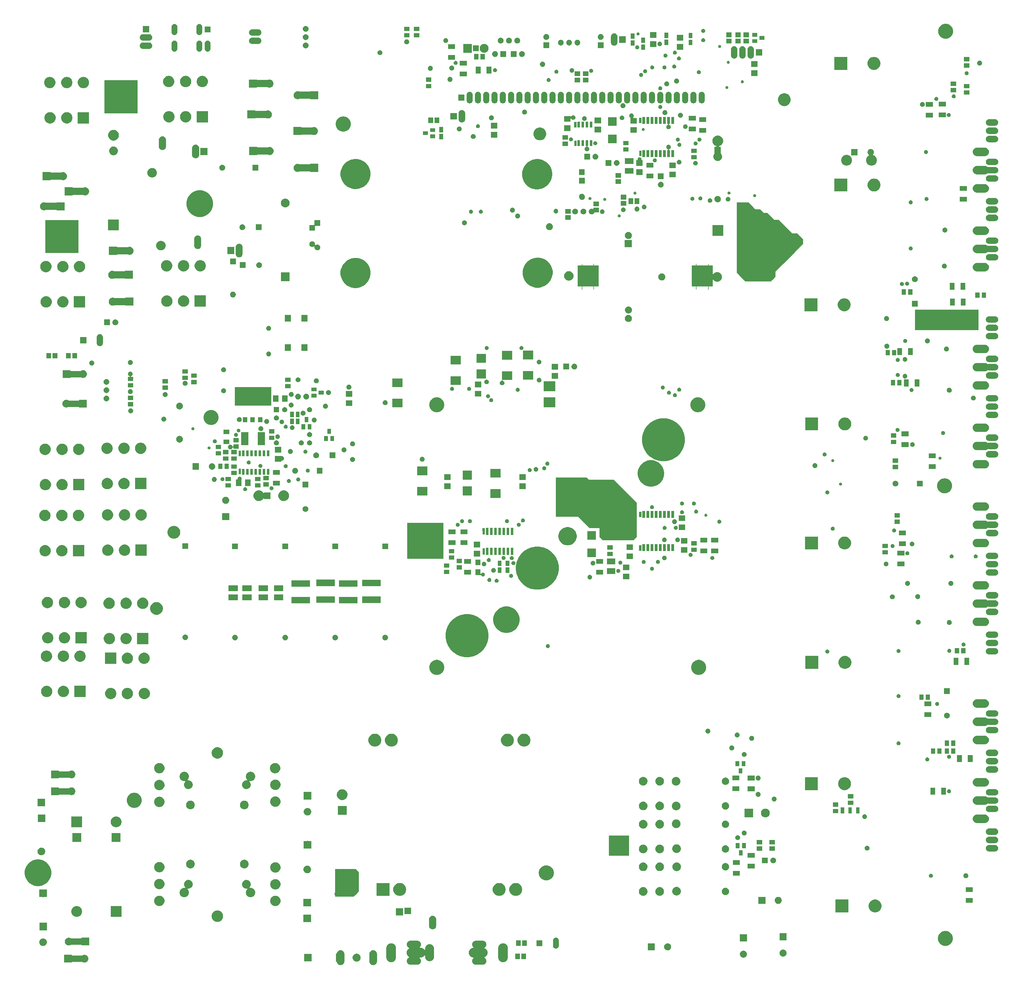
<source format=gbr>
G04 #@! TF.GenerationSoftware,KiCad,Pcbnew,(5.1.2)-1*
G04 #@! TF.CreationDate,2019-06-24T11:34:58+02:00*
G04 #@! TF.ProjectId,SI3002V4.1,53493330-3032-4563-942e-312e6b696361,rev?*
G04 #@! TF.SameCoordinates,Original*
G04 #@! TF.FileFunction,Soldermask,Bot*
G04 #@! TF.FilePolarity,Negative*
%FSLAX46Y46*%
G04 Gerber Fmt 4.6, Leading zero omitted, Abs format (unit mm)*
G04 Created by KiCad (PCBNEW (5.1.2)-1) date 2019-06-24 11:34:58*
%MOMM*%
%LPD*%
G04 APERTURE LIST*
%ADD10C,0.100000*%
%ADD11C,0.150000*%
%ADD12C,1.930400*%
%ADD13C,2.184400*%
%ADD14C,0.200000*%
G04 APERTURE END LIST*
D10*
G36*
X93790000Y-222325000D02*
G01*
X100035000Y-222325000D01*
X100930000Y-223220000D01*
X100930000Y-229230000D01*
X99450000Y-230710000D01*
X93715000Y-230710000D01*
X93715000Y-222320000D01*
X93790000Y-222325000D01*
G37*
X93790000Y-222325000D02*
X100035000Y-222325000D01*
X100930000Y-223220000D01*
X100930000Y-229230000D01*
X99450000Y-230710000D01*
X93715000Y-230710000D01*
X93715000Y-222320000D01*
X93790000Y-222325000D01*
G36*
X183770000Y-218175000D02*
G01*
X177660000Y-218175000D01*
X177660000Y-212115000D01*
X183770000Y-212115000D01*
X183770000Y-218175000D01*
G37*
X183770000Y-218175000D02*
X177660000Y-218175000D01*
X177660000Y-212115000D01*
X183770000Y-212115000D01*
X183770000Y-218175000D01*
G36*
X290815000Y-57210000D02*
G01*
X271475000Y-57210000D01*
X271475000Y-51025000D01*
X290815000Y-51025000D01*
X290815000Y-57210000D01*
G37*
X290815000Y-57210000D02*
X271475000Y-57210000D01*
X271475000Y-51025000D01*
X290815000Y-51025000D01*
X290815000Y-57210000D01*
G36*
X222465000Y-20325000D02*
G01*
X223920000Y-20325000D01*
X225040000Y-21445000D01*
X226145000Y-21445000D01*
X228260000Y-23560000D01*
X229635000Y-23560000D01*
X233765000Y-27690000D01*
X235295000Y-27690000D01*
X237055000Y-29450000D01*
X237055000Y-30975000D01*
X228645000Y-39385000D01*
X228645000Y-40995000D01*
X227345000Y-42295000D01*
X219395000Y-42295000D01*
X216815000Y-39715000D01*
X216815000Y-18235000D01*
X220375000Y-18235000D01*
X222465000Y-20325000D01*
G37*
X222465000Y-20325000D02*
X223920000Y-20325000D01*
X225040000Y-21445000D01*
X226145000Y-21445000D01*
X228260000Y-23560000D01*
X229635000Y-23560000D01*
X233765000Y-27690000D01*
X235295000Y-27690000D01*
X237055000Y-29450000D01*
X237055000Y-30975000D01*
X228645000Y-39385000D01*
X228645000Y-40995000D01*
X227345000Y-42295000D01*
X219395000Y-42295000D01*
X216815000Y-39715000D01*
X216815000Y-18235000D01*
X220375000Y-18235000D01*
X222465000Y-20325000D01*
G36*
X170765000Y-102445000D02*
G01*
X171450000Y-103130000D01*
X179085000Y-103130000D01*
X186115000Y-110160000D01*
X186115000Y-120605000D01*
X185175000Y-121545000D01*
X175705000Y-121545000D01*
X174765000Y-120605000D01*
X174765000Y-117870000D01*
X171665000Y-117870000D01*
X168135000Y-114340000D01*
X161365000Y-114340000D01*
X161365000Y-102430000D01*
X170765000Y-102445000D01*
G37*
X170765000Y-102445000D02*
X171450000Y-103130000D01*
X179085000Y-103130000D01*
X186115000Y-110160000D01*
X186115000Y-120605000D01*
X185175000Y-121545000D01*
X175705000Y-121545000D01*
X174765000Y-120605000D01*
X174765000Y-117870000D01*
X171665000Y-117870000D01*
X168135000Y-114340000D01*
X161365000Y-114340000D01*
X161365000Y-102430000D01*
X170765000Y-102445000D01*
G36*
X126845000Y-127275000D02*
G01*
X115860000Y-127275000D01*
X115860000Y-116290000D01*
X126845000Y-116290000D01*
X126845000Y-127275000D01*
G37*
X126845000Y-127275000D02*
X115860000Y-127275000D01*
X115860000Y-116290000D01*
X126845000Y-116290000D01*
X126845000Y-127275000D01*
G36*
X167675000Y-880000D02*
G01*
X167040000Y-880000D01*
X167040000Y700000D01*
X167675000Y700000D01*
X167675000Y-880000D01*
G37*
X167675000Y-880000D02*
X167040000Y-880000D01*
X167040000Y700000D01*
X167675000Y700000D01*
X167675000Y-880000D01*
G36*
X167650000Y4835000D02*
G01*
X167015000Y4835000D01*
X167015000Y6415000D01*
X167650000Y6415000D01*
X167650000Y4835000D01*
G37*
X167650000Y4835000D02*
X167015000Y4835000D01*
X167015000Y6415000D01*
X167650000Y6415000D01*
X167650000Y4835000D01*
G36*
X187560000Y-3925000D02*
G01*
X186925000Y-3925000D01*
X186925000Y-2345000D01*
X187560000Y-2345000D01*
X187560000Y-3925000D01*
G37*
X187560000Y-3925000D02*
X186925000Y-3925000D01*
X186925000Y-2345000D01*
X187560000Y-2345000D01*
X187560000Y-3925000D01*
G36*
X187510000Y6150000D02*
G01*
X186875000Y6150000D01*
X186875000Y7730000D01*
X187510000Y7730000D01*
X187510000Y6150000D01*
G37*
X187510000Y6150000D02*
X186875000Y6150000D01*
X186875000Y7730000D01*
X187510000Y7730000D01*
X187510000Y6150000D01*
G36*
X139540000Y-119825000D02*
G01*
X138910000Y-119825000D01*
X138910000Y-119730000D01*
X138902500Y-117965000D01*
X139537500Y-117965000D01*
X139540000Y-119825000D01*
G37*
X139540000Y-119825000D02*
X138910000Y-119825000D01*
X138910000Y-119730000D01*
X138902500Y-117965000D01*
X139537500Y-117965000D01*
X139540000Y-119825000D01*
G36*
X139560000Y-125995000D02*
G01*
X138930000Y-125995000D01*
X138910000Y-125875000D01*
X138927500Y-124155000D01*
X139562500Y-124155000D01*
X139560000Y-125995000D01*
G37*
X139560000Y-125995000D02*
X138930000Y-125995000D01*
X138910000Y-125875000D01*
X138927500Y-124155000D01*
X139562500Y-124155000D01*
X139560000Y-125995000D01*
G36*
X187550000Y-114505000D02*
G01*
X186915000Y-114505000D01*
X186915000Y-112925000D01*
X187550000Y-112925000D01*
X187550000Y-114505000D01*
G37*
X187550000Y-114505000D02*
X186915000Y-114505000D01*
X186915000Y-112925000D01*
X187550000Y-112925000D01*
X187550000Y-114505000D01*
G36*
X187545000Y-124790000D02*
G01*
X186910000Y-124790000D01*
X186910000Y-123210000D01*
X187545000Y-123210000D01*
X187545000Y-124790000D01*
G37*
X187545000Y-124790000D02*
X186910000Y-124790000D01*
X186910000Y-123210000D01*
X187545000Y-123210000D01*
X187545000Y-124790000D01*
G36*
X64805000Y-95815000D02*
G01*
X64170000Y-95815000D01*
X64170000Y-94235000D01*
X64805000Y-94235000D01*
X64805000Y-95815000D01*
G37*
X64805000Y-95815000D02*
X64170000Y-95815000D01*
X64170000Y-94235000D01*
X64805000Y-94235000D01*
X64805000Y-95815000D01*
G36*
X64800000Y-101350000D02*
G01*
X64165000Y-101350000D01*
X64165000Y-99770000D01*
X64800000Y-99770000D01*
X64800000Y-101350000D01*
G37*
X64800000Y-101350000D02*
X64165000Y-101350000D01*
X64165000Y-99770000D01*
X64800000Y-99770000D01*
X64800000Y-101350000D01*
D11*
X204420725Y-36979375D02*
X204420725Y-44758125D01*
X172988225Y-36979375D02*
X172988225Y-44758125D01*
X169416350Y-37058750D02*
X169416350Y-44837500D01*
X208151350Y-37058750D02*
X208151350Y-44837500D01*
D12*
X11412400Y-70761100D02*
X16492400Y-70761100D01*
X16413100Y-79810000D02*
X11333100Y-79810000D01*
X17175000Y-244545000D02*
X12095000Y-244545000D01*
X7888200Y-198507600D02*
X12968200Y-198507600D01*
D13*
X68530800Y18186600D02*
X73610800Y18186600D01*
X87342700Y14614600D02*
X82262700Y14614600D01*
X5275000Y-10155000D02*
X10355000Y-10155000D01*
X12055000Y-14815000D02*
X17135000Y-14815000D01*
X9595000Y-19390000D02*
X4515000Y-19390000D01*
X25668300Y-33010700D02*
X30748300Y-33010700D01*
X68610100Y-2451200D02*
X73690100Y-2451200D01*
X82183300Y3660600D02*
X87263300Y3660600D01*
X30515000Y-40365000D02*
X25435000Y-40365000D01*
X68054400Y8740800D02*
X73134400Y8740800D01*
X87311000Y-7610400D02*
X82231000Y-7610400D01*
X30668800Y-48568000D02*
X25588800Y-48568000D01*
D12*
X7888200Y-193348100D02*
X12968200Y-193348100D01*
X11856900Y-249783700D02*
X16936900Y-249783700D01*
D14*
G36*
X95630529Y-247194311D02*
G01*
X95853450Y-247261934D01*
X96058895Y-247371746D01*
X96238971Y-247519529D01*
X96386754Y-247699604D01*
X96496566Y-247905049D01*
X96564189Y-248127970D01*
X96581300Y-248301703D01*
X96581300Y-250630697D01*
X96564189Y-250804430D01*
X96496566Y-251027351D01*
X96386754Y-251232796D01*
X96238971Y-251412871D01*
X96058896Y-251560654D01*
X95853451Y-251670466D01*
X95630530Y-251738089D01*
X95398700Y-251760922D01*
X95166871Y-251738089D01*
X94943950Y-251670466D01*
X94738505Y-251560654D01*
X94558430Y-251412871D01*
X94410647Y-251232796D01*
X94300835Y-251027351D01*
X94233212Y-250804430D01*
X94232584Y-250798058D01*
X94227806Y-250774038D01*
X94218429Y-250751399D01*
X94204815Y-250731025D01*
X94187488Y-250713698D01*
X94167114Y-250700084D01*
X94144475Y-250690707D01*
X94108190Y-250685325D01*
X94029325Y-250685325D01*
X94029325Y-248246925D01*
X94108204Y-248246925D01*
X94132590Y-248244523D01*
X94156039Y-248237410D01*
X94177650Y-248225859D01*
X94196592Y-248210314D01*
X94212137Y-248191372D01*
X94223688Y-248169761D01*
X94230801Y-248146312D01*
X94232597Y-248134205D01*
X94233211Y-248127971D01*
X94300834Y-247905050D01*
X94410646Y-247699605D01*
X94558429Y-247519529D01*
X94738504Y-247371746D01*
X94943949Y-247261934D01*
X95166870Y-247194311D01*
X95398700Y-247171478D01*
X95630529Y-247194311D01*
X95630529Y-247194311D01*
G37*
G36*
X105630529Y-247194311D02*
G01*
X105853450Y-247261934D01*
X106058895Y-247371746D01*
X106238971Y-247519529D01*
X106386754Y-247699604D01*
X106496566Y-247905049D01*
X106564189Y-248127970D01*
X106581300Y-248301703D01*
X106581300Y-250630697D01*
X106564189Y-250804430D01*
X106496566Y-251027351D01*
X106386754Y-251232796D01*
X106238971Y-251412871D01*
X106058896Y-251560654D01*
X105853451Y-251670466D01*
X105630530Y-251738089D01*
X105398700Y-251760922D01*
X105166871Y-251738089D01*
X104943950Y-251670466D01*
X104738505Y-251560654D01*
X104558430Y-251412871D01*
X104410647Y-251232796D01*
X104300835Y-251027351D01*
X104233212Y-250804430D01*
X104216101Y-250630697D01*
X104216100Y-248301704D01*
X104233211Y-248127971D01*
X104300834Y-247905050D01*
X104410646Y-247699605D01*
X104558429Y-247519529D01*
X104738504Y-247371746D01*
X104943949Y-247261934D01*
X105166870Y-247194311D01*
X105398700Y-247171478D01*
X105630529Y-247194311D01*
X105630529Y-247194311D01*
G37*
G36*
X139182828Y-244301588D02*
G01*
X139396324Y-244366351D01*
X139593083Y-244471521D01*
X139765544Y-244613056D01*
X139907079Y-244785517D01*
X140012249Y-244982276D01*
X140077012Y-245195772D01*
X140098880Y-245417800D01*
X140077012Y-245639828D01*
X140012249Y-245853324D01*
X139907079Y-246050083D01*
X139765544Y-246222544D01*
X139593083Y-246364079D01*
X139581168Y-246370448D01*
X139560800Y-246384057D01*
X139543473Y-246401384D01*
X139529859Y-246421758D01*
X139520482Y-246444397D01*
X139515701Y-246468430D01*
X139515701Y-246492934D01*
X139520481Y-246516967D01*
X139529858Y-246539606D01*
X139543472Y-246559981D01*
X139560799Y-246577308D01*
X139581174Y-246590922D01*
X139804394Y-246710237D01*
X139820974Y-246719099D01*
X140046729Y-246904371D01*
X140232001Y-247130126D01*
X140232002Y-247130128D01*
X140369670Y-247387686D01*
X140454448Y-247667162D01*
X140483073Y-247957800D01*
X140454448Y-248248438D01*
X140369670Y-248527914D01*
X140306259Y-248646547D01*
X140232001Y-248785474D01*
X140046729Y-249011229D01*
X139820974Y-249196501D01*
X139820972Y-249196502D01*
X139581174Y-249324678D01*
X139560799Y-249338292D01*
X139543472Y-249355619D01*
X139529859Y-249375993D01*
X139520481Y-249398632D01*
X139515701Y-249422665D01*
X139515701Y-249447169D01*
X139520482Y-249471203D01*
X139529859Y-249493841D01*
X139543473Y-249514216D01*
X139560800Y-249531543D01*
X139581168Y-249545152D01*
X139593083Y-249551521D01*
X139765544Y-249693056D01*
X139907079Y-249865517D01*
X140012249Y-250062276D01*
X140077012Y-250275772D01*
X140098880Y-250497800D01*
X140077012Y-250719828D01*
X140012249Y-250933324D01*
X139907079Y-251130083D01*
X139765544Y-251302544D01*
X139593083Y-251444079D01*
X139396324Y-251549249D01*
X139182828Y-251614012D01*
X139016439Y-251630400D01*
X136792361Y-251630400D01*
X136625972Y-251614012D01*
X136412476Y-251549249D01*
X136215717Y-251444079D01*
X136043256Y-251302544D01*
X135901721Y-251130083D01*
X135796551Y-250933324D01*
X135731788Y-250719828D01*
X135709920Y-250497800D01*
X135731788Y-250275772D01*
X135796551Y-250062276D01*
X135901721Y-249865517D01*
X136043256Y-249693056D01*
X136091767Y-249653244D01*
X136109086Y-249635924D01*
X136122699Y-249615550D01*
X136132077Y-249592911D01*
X136136857Y-249568878D01*
X136136857Y-249544374D01*
X136132077Y-249520341D01*
X136122699Y-249497702D01*
X136109086Y-249477327D01*
X136091758Y-249460000D01*
X136071384Y-249446387D01*
X136048745Y-249437009D01*
X136024712Y-249432229D01*
X135889862Y-249418948D01*
X135610386Y-249334170D01*
X135352828Y-249196502D01*
X135352826Y-249196501D01*
X135127071Y-249011229D01*
X134941799Y-248785474D01*
X134867541Y-248646547D01*
X134804130Y-248527914D01*
X134719352Y-248248438D01*
X134690727Y-247957800D01*
X134719352Y-247667162D01*
X134804130Y-247387686D01*
X134941798Y-247130128D01*
X134941799Y-247130126D01*
X135127071Y-246904371D01*
X135352826Y-246719099D01*
X135379260Y-246704970D01*
X135610386Y-246581430D01*
X135889862Y-246496652D01*
X136024712Y-246483371D01*
X136048745Y-246478591D01*
X136071384Y-246469213D01*
X136091758Y-246455600D01*
X136109085Y-246438273D01*
X136122699Y-246417898D01*
X136132076Y-246395260D01*
X136136857Y-246371226D01*
X136136857Y-246346722D01*
X136132077Y-246322689D01*
X136122699Y-246300050D01*
X136109086Y-246279676D01*
X136091767Y-246262356D01*
X136043256Y-246222544D01*
X135901721Y-246050083D01*
X135796551Y-245853324D01*
X135731788Y-245639828D01*
X135709920Y-245417800D01*
X135731788Y-245195772D01*
X135796551Y-244982276D01*
X135901721Y-244785517D01*
X136043256Y-244613056D01*
X136215717Y-244471521D01*
X136412476Y-244366351D01*
X136625972Y-244301588D01*
X136792361Y-244285200D01*
X139016439Y-244285200D01*
X139182828Y-244301588D01*
X139182828Y-244301588D01*
G37*
G36*
X119180328Y-244301588D02*
G01*
X119393824Y-244366351D01*
X119590583Y-244471521D01*
X119763044Y-244613056D01*
X119904579Y-244785517D01*
X120009749Y-244982276D01*
X120074512Y-245195772D01*
X120096380Y-245417800D01*
X120074512Y-245639828D01*
X120009749Y-245853324D01*
X119904579Y-246050083D01*
X119763044Y-246222544D01*
X119725231Y-246253576D01*
X119707904Y-246270903D01*
X119694291Y-246291277D01*
X119684913Y-246313916D01*
X119680133Y-246337949D01*
X119680133Y-246362453D01*
X119684913Y-246386486D01*
X119694291Y-246409125D01*
X119707905Y-246429500D01*
X119725232Y-246446827D01*
X119745606Y-246460440D01*
X119768245Y-246469818D01*
X119804530Y-246475200D01*
X120016131Y-246475200D01*
X120233938Y-246496652D01*
X120513414Y-246581430D01*
X120744540Y-246704970D01*
X120770974Y-246719099D01*
X120996729Y-246904371D01*
X121079157Y-247004810D01*
X121116077Y-247049797D01*
X121133404Y-247067124D01*
X121153778Y-247080737D01*
X121176417Y-247090115D01*
X121200450Y-247094895D01*
X121224954Y-247094895D01*
X121248987Y-247090115D01*
X121271626Y-247080737D01*
X121292001Y-247067123D01*
X121309328Y-247049796D01*
X121322941Y-247029422D01*
X121332319Y-247006783D01*
X121337701Y-246970498D01*
X121337701Y-246621869D01*
X121357179Y-246424101D01*
X121403765Y-246270527D01*
X121434157Y-246170339D01*
X121494592Y-246057273D01*
X121559160Y-245936473D01*
X121727388Y-245731487D01*
X121932374Y-245563259D01*
X122166238Y-245438257D01*
X122166240Y-245438256D01*
X122293120Y-245399767D01*
X122420002Y-245361278D01*
X122683900Y-245335287D01*
X122947799Y-245361278D01*
X123074681Y-245399767D01*
X123201561Y-245438256D01*
X123201563Y-245438257D01*
X123435427Y-245563259D01*
X123640413Y-245731487D01*
X123808641Y-245936473D01*
X123873209Y-246057273D01*
X123933644Y-246170339D01*
X123964036Y-246270527D01*
X124010622Y-246424101D01*
X124030100Y-246621869D01*
X124030100Y-249294131D01*
X124010622Y-249491899D01*
X123983532Y-249581202D01*
X123957438Y-249667224D01*
X123933643Y-249745663D01*
X123808641Y-249979526D01*
X123640412Y-250184513D01*
X123435426Y-250352741D01*
X123201562Y-250477743D01*
X123201560Y-250477744D01*
X123074680Y-250516232D01*
X122947798Y-250554722D01*
X122683900Y-250580713D01*
X122420001Y-250554722D01*
X122293119Y-250516232D01*
X122166239Y-250477744D01*
X122166237Y-250477743D01*
X121932374Y-250352741D01*
X121727387Y-250184512D01*
X121559159Y-249979526D01*
X121434157Y-249745662D01*
X121410363Y-249667223D01*
X121380530Y-249568878D01*
X121357178Y-249491898D01*
X121337700Y-249294130D01*
X121337700Y-248945102D01*
X121335298Y-248920716D01*
X121328185Y-248897267D01*
X121316634Y-248875656D01*
X121301089Y-248856714D01*
X121282147Y-248841169D01*
X121260536Y-248829618D01*
X121237087Y-248822505D01*
X121212701Y-248820103D01*
X121188315Y-248822505D01*
X121164866Y-248829618D01*
X121143255Y-248841169D01*
X121124313Y-248856714D01*
X121116086Y-248865792D01*
X120996729Y-249011229D01*
X120770974Y-249196501D01*
X120770972Y-249196502D01*
X120513414Y-249334170D01*
X120233938Y-249418948D01*
X120016131Y-249440400D01*
X119804530Y-249440400D01*
X119780144Y-249442802D01*
X119756695Y-249449915D01*
X119735084Y-249461466D01*
X119716142Y-249477011D01*
X119700597Y-249495953D01*
X119689046Y-249517564D01*
X119681933Y-249541013D01*
X119679531Y-249565399D01*
X119681933Y-249589785D01*
X119689046Y-249613234D01*
X119700597Y-249634845D01*
X119725230Y-249662023D01*
X119763044Y-249693056D01*
X119904579Y-249865517D01*
X120009749Y-250062276D01*
X120074512Y-250275772D01*
X120096380Y-250497800D01*
X120074512Y-250719828D01*
X120009749Y-250933324D01*
X119904579Y-251130083D01*
X119763044Y-251302544D01*
X119590583Y-251444079D01*
X119393824Y-251549249D01*
X119180328Y-251614012D01*
X119013939Y-251630400D01*
X116789861Y-251630400D01*
X116623472Y-251614012D01*
X116409976Y-251549249D01*
X116213217Y-251444079D01*
X116040756Y-251302544D01*
X115899221Y-251130083D01*
X115794051Y-250933324D01*
X115729288Y-250719828D01*
X115707420Y-250497800D01*
X115729288Y-250275772D01*
X115794051Y-250062276D01*
X115899221Y-249865517D01*
X116040756Y-249693056D01*
X116213217Y-249551521D01*
X116383883Y-249460298D01*
X116404251Y-249446689D01*
X116421578Y-249429362D01*
X116435192Y-249408987D01*
X116444570Y-249386348D01*
X116449350Y-249362315D01*
X116449350Y-249337811D01*
X116444570Y-249313778D01*
X116435192Y-249291139D01*
X116421579Y-249270765D01*
X116404252Y-249253438D01*
X116383877Y-249239824D01*
X116302828Y-249196502D01*
X116302826Y-249196501D01*
X116077071Y-249011229D01*
X115891799Y-248785474D01*
X115817541Y-248646547D01*
X115754130Y-248527914D01*
X115669352Y-248248438D01*
X115640727Y-247957800D01*
X115669352Y-247667162D01*
X115754130Y-247387686D01*
X115891798Y-247130128D01*
X115891799Y-247130126D01*
X116077071Y-246904371D01*
X116302826Y-246719099D01*
X116319406Y-246710237D01*
X116383877Y-246675776D01*
X116404252Y-246662162D01*
X116421579Y-246644835D01*
X116435192Y-246624461D01*
X116444570Y-246601822D01*
X116449350Y-246577789D01*
X116449350Y-246553285D01*
X116444570Y-246529252D01*
X116435192Y-246506613D01*
X116421578Y-246486238D01*
X116404251Y-246468911D01*
X116383883Y-246455302D01*
X116213217Y-246364079D01*
X116040756Y-246222544D01*
X115899221Y-246050083D01*
X115794051Y-245853324D01*
X115729288Y-245639828D01*
X115707420Y-245417800D01*
X115729288Y-245195772D01*
X115794051Y-244982276D01*
X115899221Y-244785517D01*
X116040756Y-244613056D01*
X116213217Y-244471521D01*
X116409976Y-244366351D01*
X116623472Y-244301588D01*
X116789861Y-244285200D01*
X119013939Y-244285200D01*
X119180328Y-244301588D01*
X119180328Y-244301588D01*
G37*
G36*
X17281851Y-248646546D02*
G01*
X17497072Y-248735694D01*
X17690761Y-248865112D01*
X17855488Y-249029839D01*
X17984906Y-249223528D01*
X18074054Y-249438749D01*
X18119500Y-249667223D01*
X18119500Y-249900177D01*
X18074054Y-250128651D01*
X17984906Y-250343872D01*
X17855488Y-250537561D01*
X17690761Y-250702288D01*
X17497072Y-250831706D01*
X17281851Y-250920854D01*
X17053377Y-250966300D01*
X16820423Y-250966300D01*
X16591949Y-250920854D01*
X16376728Y-250831706D01*
X16183039Y-250702288D01*
X16018312Y-250537561D01*
X15888894Y-250343872D01*
X15799746Y-250128651D01*
X15754300Y-249900177D01*
X15754300Y-249667223D01*
X15799746Y-249438749D01*
X15888894Y-249223528D01*
X16018312Y-249029839D01*
X16183039Y-248865112D01*
X16376728Y-248735694D01*
X16591949Y-248646546D01*
X16820423Y-248601100D01*
X17053377Y-248601100D01*
X17281851Y-248646546D01*
X17281851Y-248646546D01*
G37*
G36*
X13039500Y-250966300D02*
G01*
X10674300Y-250966300D01*
X10674300Y-248601100D01*
X13039500Y-248601100D01*
X13039500Y-250966300D01*
X13039500Y-250966300D01*
G37*
G36*
X111207538Y-245090252D02*
G01*
X111487014Y-245175030D01*
X111688689Y-245282828D01*
X111744574Y-245312699D01*
X111970329Y-245497971D01*
X112155601Y-245723726D01*
X112155602Y-245723728D01*
X112293270Y-245981286D01*
X112378048Y-246260762D01*
X112399500Y-246478569D01*
X112399500Y-249437031D01*
X112378048Y-249654838D01*
X112293270Y-249934314D01*
X112189394Y-250128651D01*
X112155601Y-250191874D01*
X111970329Y-250417629D01*
X111744573Y-250602901D01*
X111744571Y-250602902D01*
X111487013Y-250740570D01*
X111207537Y-250825348D01*
X110916900Y-250853973D01*
X110626262Y-250825348D01*
X110346786Y-250740570D01*
X110089228Y-250602902D01*
X110089226Y-250602901D01*
X109863471Y-250417629D01*
X109678199Y-250191873D01*
X109608928Y-250062276D01*
X109540530Y-249934313D01*
X109455752Y-249654837D01*
X109434300Y-249437030D01*
X109434301Y-246478569D01*
X109455753Y-246260762D01*
X109540531Y-245981286D01*
X109678199Y-245723728D01*
X109678200Y-245723726D01*
X109863472Y-245497971D01*
X110089227Y-245312699D01*
X110145112Y-245282828D01*
X110346787Y-245175030D01*
X110626263Y-245090252D01*
X110916900Y-245061627D01*
X111207538Y-245090252D01*
X111207538Y-245090252D01*
G37*
G36*
X145497538Y-245090252D02*
G01*
X145777014Y-245175030D01*
X145978689Y-245282828D01*
X146034574Y-245312699D01*
X146260329Y-245497971D01*
X146445601Y-245723726D01*
X146445602Y-245723728D01*
X146583270Y-245981286D01*
X146668048Y-246260762D01*
X146689500Y-246478569D01*
X146689500Y-249437031D01*
X146668048Y-249654838D01*
X146583270Y-249934314D01*
X146479394Y-250128651D01*
X146445601Y-250191874D01*
X146260329Y-250417629D01*
X146034573Y-250602901D01*
X146034571Y-250602902D01*
X145777013Y-250740570D01*
X145497537Y-250825348D01*
X145206900Y-250853973D01*
X144916262Y-250825348D01*
X144636786Y-250740570D01*
X144379228Y-250602902D01*
X144379226Y-250602901D01*
X144153471Y-250417629D01*
X143968199Y-250191873D01*
X143898928Y-250062276D01*
X143830530Y-249934313D01*
X143745752Y-249654837D01*
X143724300Y-249437030D01*
X143724301Y-246478569D01*
X143745753Y-246260762D01*
X143830531Y-245981286D01*
X143968199Y-245723728D01*
X143968200Y-245723726D01*
X144153472Y-245497971D01*
X144379227Y-245312699D01*
X144435112Y-245282828D01*
X144636787Y-245175030D01*
X144916263Y-245090252D01*
X145206900Y-245061627D01*
X145497538Y-245090252D01*
X145497538Y-245090252D01*
G37*
G36*
X100566379Y-248270352D02*
G01*
X100684152Y-248293778D01*
X100776057Y-248331846D01*
X100906032Y-248385683D01*
X101105719Y-248519110D01*
X101275540Y-248688931D01*
X101408967Y-248888618D01*
X101462804Y-249018593D01*
X101500872Y-249110498D01*
X101502344Y-249117897D01*
X101547725Y-249346043D01*
X101547725Y-249586207D01*
X101500872Y-249821751D01*
X101408967Y-250043632D01*
X101275540Y-250243319D01*
X101105719Y-250413140D01*
X100906032Y-250546567D01*
X100823595Y-250580713D01*
X100684152Y-250638472D01*
X100566379Y-250661899D01*
X100448607Y-250685325D01*
X100208443Y-250685325D01*
X100090671Y-250661899D01*
X99972898Y-250638472D01*
X99833455Y-250580713D01*
X99751018Y-250546567D01*
X99551331Y-250413140D01*
X99381510Y-250243319D01*
X99248083Y-250043632D01*
X99156178Y-249821751D01*
X99109325Y-249586207D01*
X99109325Y-249346043D01*
X99154706Y-249117897D01*
X99156178Y-249110498D01*
X99194246Y-249018593D01*
X99248083Y-248888618D01*
X99381510Y-248688931D01*
X99551331Y-248519110D01*
X99751018Y-248385683D01*
X99880993Y-248331846D01*
X99972898Y-248293778D01*
X100090671Y-248270352D01*
X100208443Y-248246925D01*
X100448607Y-248246925D01*
X100566379Y-248270352D01*
X100566379Y-248270352D01*
G37*
G36*
X86581300Y-250648800D02*
G01*
X84216100Y-250648800D01*
X84216100Y-248283600D01*
X86581300Y-248283600D01*
X86581300Y-250648800D01*
X86581300Y-250648800D01*
G37*
G36*
X152280700Y-249895600D02*
G01*
X150828300Y-249895600D01*
X150828300Y-248243200D01*
X152280700Y-248243200D01*
X152280700Y-249895600D01*
X152280700Y-249895600D01*
G37*
G36*
X150380700Y-249895600D02*
G01*
X148928300Y-249895600D01*
X148928300Y-248243200D01*
X150380700Y-248243200D01*
X150380700Y-249895600D01*
X150380700Y-249895600D01*
G37*
G36*
X219182582Y-247353103D02*
G01*
X219379602Y-247434712D01*
X219379603Y-247434713D01*
X219556917Y-247553190D01*
X219707710Y-247703983D01*
X219745886Y-247761118D01*
X219826188Y-247881298D01*
X219907797Y-248078318D01*
X219949400Y-248287472D01*
X219949400Y-248500728D01*
X219907797Y-248709882D01*
X219826188Y-248906902D01*
X219767351Y-248994958D01*
X219707710Y-249084217D01*
X219556917Y-249235010D01*
X219472914Y-249291139D01*
X219379602Y-249353488D01*
X219182582Y-249435097D01*
X218973428Y-249476700D01*
X218760172Y-249476700D01*
X218551018Y-249435097D01*
X218353998Y-249353488D01*
X218260686Y-249291139D01*
X218176683Y-249235010D01*
X218025890Y-249084217D01*
X217966249Y-248994958D01*
X217907412Y-248906902D01*
X217825803Y-248709882D01*
X217784200Y-248500728D01*
X217784200Y-248287472D01*
X217825803Y-248078318D01*
X217907412Y-247881298D01*
X217987714Y-247761118D01*
X218025890Y-247703983D01*
X218176683Y-247553190D01*
X218353997Y-247434713D01*
X218353998Y-247434712D01*
X218551018Y-247353103D01*
X218760172Y-247311500D01*
X218973428Y-247311500D01*
X219182582Y-247353103D01*
X219182582Y-247353103D01*
G37*
G36*
X231342682Y-247035903D02*
G01*
X231539702Y-247117512D01*
X231548346Y-247123288D01*
X231717017Y-247235990D01*
X231867810Y-247386783D01*
X231867811Y-247386785D01*
X231986288Y-247564098D01*
X232067897Y-247761118D01*
X232109500Y-247970272D01*
X232109500Y-248183528D01*
X232067897Y-248392682D01*
X231986288Y-248589702D01*
X231986287Y-248589703D01*
X231867810Y-248767017D01*
X231717017Y-248917810D01*
X231676171Y-248945102D01*
X231539702Y-249036288D01*
X231342682Y-249117897D01*
X231133528Y-249159500D01*
X230920272Y-249159500D01*
X230711118Y-249117897D01*
X230514098Y-249036288D01*
X230377629Y-248945102D01*
X230336783Y-248917810D01*
X230185990Y-248767017D01*
X230067513Y-248589703D01*
X230067512Y-248589702D01*
X229985903Y-248392682D01*
X229944300Y-248183528D01*
X229944300Y-247970272D01*
X229985903Y-247761118D01*
X230067512Y-247564098D01*
X230185989Y-247386785D01*
X230185990Y-247386783D01*
X230336783Y-247235990D01*
X230505454Y-247123288D01*
X230514098Y-247117512D01*
X230711118Y-247035903D01*
X230920272Y-246994300D01*
X231133528Y-246994300D01*
X231342682Y-247035903D01*
X231342682Y-247035903D01*
G37*
G36*
X195965282Y-245122903D02*
G01*
X196162302Y-245204512D01*
X196162303Y-245204513D01*
X196339617Y-245322990D01*
X196490410Y-245473783D01*
X196490411Y-245473785D01*
X196608888Y-245651098D01*
X196690497Y-245848118D01*
X196732100Y-246057272D01*
X196732100Y-246270528D01*
X196690497Y-246479682D01*
X196608888Y-246676702D01*
X196580560Y-246719098D01*
X196490410Y-246854017D01*
X196339617Y-247004810D01*
X196336664Y-247006783D01*
X196162302Y-247123288D01*
X195965282Y-247204897D01*
X195756128Y-247246500D01*
X195542872Y-247246500D01*
X195333718Y-247204897D01*
X195136698Y-247123288D01*
X194962336Y-247006783D01*
X194959383Y-247004810D01*
X194808590Y-246854017D01*
X194718440Y-246719098D01*
X194690112Y-246676702D01*
X194608503Y-246479682D01*
X194566900Y-246270528D01*
X194566900Y-246057272D01*
X194608503Y-245848118D01*
X194690112Y-245651098D01*
X194808589Y-245473785D01*
X194808590Y-245473783D01*
X194959383Y-245322990D01*
X195136697Y-245204513D01*
X195136698Y-245204512D01*
X195333718Y-245122903D01*
X195542872Y-245081300D01*
X195756128Y-245081300D01*
X195965282Y-245122903D01*
X195965282Y-245122903D01*
G37*
G36*
X191732100Y-247246500D02*
G01*
X189566900Y-247246500D01*
X189566900Y-245081300D01*
X191732100Y-245081300D01*
X191732100Y-247246500D01*
X191732100Y-247246500D01*
G37*
G36*
X161573875Y-243332363D02*
G01*
X161714836Y-243375124D01*
X161741450Y-243383197D01*
X161787565Y-243407846D01*
X161895892Y-243465747D01*
X162031260Y-243576840D01*
X162142354Y-243712210D01*
X162224903Y-243866649D01*
X162275737Y-244034224D01*
X162288600Y-244164828D01*
X162288600Y-245877772D01*
X162275737Y-246008376D01*
X162224903Y-246175951D01*
X162142354Y-246330390D01*
X162031260Y-246465760D01*
X161895890Y-246576854D01*
X161741451Y-246659403D01*
X161573876Y-246710237D01*
X161399600Y-246727401D01*
X161225325Y-246710237D01*
X161057750Y-246659403D01*
X160903311Y-246576854D01*
X160767941Y-246465760D01*
X160656847Y-246330390D01*
X160574298Y-246175951D01*
X160523464Y-246008376D01*
X160510601Y-245877772D01*
X160510600Y-244164829D01*
X160523463Y-244034225D01*
X160574297Y-243866651D01*
X160574297Y-243866650D01*
X160601814Y-243815170D01*
X160656847Y-243712208D01*
X160767940Y-243576840D01*
X160903310Y-243465746D01*
X161057749Y-243383197D01*
X161225324Y-243332363D01*
X161399600Y-243315199D01*
X161573875Y-243332363D01*
X161573875Y-243332363D01*
G37*
G36*
X157208600Y-245910300D02*
G01*
X155430600Y-245910300D01*
X155430600Y-244132300D01*
X157208600Y-244132300D01*
X157208600Y-245910300D01*
X157208600Y-245910300D01*
G37*
G36*
X281228403Y-241335613D02*
G01*
X281450677Y-241379826D01*
X281869432Y-241553280D01*
X282246302Y-241805096D01*
X282566804Y-242125598D01*
X282818620Y-242502468D01*
X282992074Y-242921223D01*
X282992074Y-242921224D01*
X283080500Y-243365770D01*
X283080500Y-243819030D01*
X283047521Y-243984828D01*
X282992074Y-244263577D01*
X282818620Y-244682332D01*
X282566804Y-245059202D01*
X282246302Y-245379704D01*
X281869432Y-245631520D01*
X281450677Y-245804974D01*
X281240971Y-245846687D01*
X281006130Y-245893400D01*
X280552870Y-245893400D01*
X280318029Y-245846687D01*
X280108323Y-245804974D01*
X279689568Y-245631520D01*
X279312698Y-245379704D01*
X278992196Y-245059202D01*
X278740380Y-244682332D01*
X278566926Y-244263577D01*
X278511479Y-243984828D01*
X278478500Y-243819030D01*
X278478500Y-243365770D01*
X278566926Y-242921224D01*
X278566926Y-242921223D01*
X278740380Y-242502468D01*
X278992196Y-242125598D01*
X279312698Y-241805096D01*
X279689568Y-241553280D01*
X280108323Y-241379826D01*
X280330597Y-241335613D01*
X280552870Y-241291400D01*
X281006130Y-241291400D01*
X281228403Y-241335613D01*
X281228403Y-241335613D01*
G37*
G36*
X4574304Y-243624112D02*
G01*
X4784628Y-243711231D01*
X4786093Y-243712210D01*
X4973916Y-243837709D01*
X5134891Y-243998684D01*
X5158639Y-244034226D01*
X5261369Y-244187972D01*
X5348488Y-244398296D01*
X5392900Y-244621572D01*
X5392900Y-244849228D01*
X5348488Y-245072504D01*
X5261369Y-245282828D01*
X5226317Y-245335287D01*
X5134891Y-245472116D01*
X4973916Y-245633091D01*
X4900489Y-245682153D01*
X4784628Y-245759569D01*
X4574304Y-245846688D01*
X4351028Y-245891100D01*
X4123372Y-245891100D01*
X3900096Y-245846688D01*
X3689772Y-245759569D01*
X3573911Y-245682153D01*
X3500484Y-245633091D01*
X3339509Y-245472116D01*
X3248083Y-245335287D01*
X3213031Y-245282828D01*
X3125912Y-245072504D01*
X3081500Y-244849228D01*
X3081500Y-244621572D01*
X3125912Y-244398296D01*
X3213031Y-244187972D01*
X3315761Y-244034226D01*
X3339509Y-243998684D01*
X3500484Y-243837709D01*
X3688307Y-243712210D01*
X3689772Y-243711231D01*
X3900096Y-243624112D01*
X4123372Y-243579700D01*
X4351028Y-243579700D01*
X4574304Y-243624112D01*
X4574304Y-243624112D01*
G37*
G36*
X152519000Y-245847300D02*
G01*
X151066600Y-245847300D01*
X151066600Y-244194900D01*
X152519000Y-244194900D01*
X152519000Y-245847300D01*
X152519000Y-245847300D01*
G37*
G36*
X150619000Y-245847300D02*
G01*
X149166600Y-245847300D01*
X149166600Y-244194900D01*
X150619000Y-244194900D01*
X150619000Y-245847300D01*
X150619000Y-245847300D01*
G37*
G36*
X18357600Y-245727600D02*
G01*
X15992400Y-245727600D01*
X15992400Y-243362400D01*
X18357600Y-243362400D01*
X18357600Y-245727600D01*
X18357600Y-245727600D01*
G37*
G36*
X12439951Y-243407846D02*
G01*
X12655172Y-243496994D01*
X12848861Y-243626412D01*
X13013588Y-243791139D01*
X13143006Y-243984828D01*
X13232154Y-244200049D01*
X13277600Y-244428523D01*
X13277600Y-244661477D01*
X13232154Y-244889951D01*
X13143006Y-245105172D01*
X13013588Y-245298861D01*
X12848861Y-245463588D01*
X12655172Y-245593006D01*
X12439951Y-245682154D01*
X12211477Y-245727600D01*
X11978523Y-245727600D01*
X11750049Y-245682154D01*
X11534828Y-245593006D01*
X11341139Y-245463588D01*
X11176412Y-245298861D01*
X11046994Y-245105172D01*
X10957846Y-244889951D01*
X10912400Y-244661477D01*
X10912400Y-244428523D01*
X10957846Y-244200049D01*
X11046994Y-243984828D01*
X11176412Y-243791139D01*
X11341139Y-243626412D01*
X11534828Y-243496994D01*
X11750049Y-243407846D01*
X11978523Y-243362400D01*
X12211477Y-243362400D01*
X12439951Y-243407846D01*
X12439951Y-243407846D01*
G37*
G36*
X219949400Y-244476700D02*
G01*
X217784200Y-244476700D01*
X217784200Y-242311500D01*
X219949400Y-242311500D01*
X219949400Y-244476700D01*
X219949400Y-244476700D01*
G37*
G36*
X232109500Y-244159500D02*
G01*
X229944300Y-244159500D01*
X229944300Y-241994300D01*
X232109500Y-241994300D01*
X232109500Y-244159500D01*
X232109500Y-244159500D01*
G37*
G36*
X5471900Y-241096900D02*
G01*
X3160500Y-241096900D01*
X3160500Y-238785500D01*
X5471900Y-238785500D01*
X5471900Y-241096900D01*
X5471900Y-241096900D01*
G37*
G36*
X123828715Y-236667219D02*
G01*
X123828718Y-236667220D01*
X123828719Y-236667220D01*
X124032206Y-236728947D01*
X124032209Y-236728949D01*
X124032210Y-236728949D01*
X124219739Y-236829185D01*
X124219741Y-236829186D01*
X124219740Y-236829186D01*
X124384115Y-236964085D01*
X124519014Y-237128460D01*
X124619253Y-237315994D01*
X124680980Y-237519481D01*
X124680981Y-237519485D01*
X124696600Y-237678067D01*
X124696600Y-239790733D01*
X124680981Y-239949315D01*
X124680980Y-239949318D01*
X124680980Y-239949319D01*
X124619253Y-240152806D01*
X124619251Y-240152809D01*
X124619251Y-240152810D01*
X124529326Y-240321049D01*
X124519014Y-240340340D01*
X124384115Y-240504715D01*
X124219740Y-240639614D01*
X124219736Y-240639616D01*
X124219735Y-240639617D01*
X124032209Y-240739851D01*
X124032205Y-240739853D01*
X123828718Y-240801580D01*
X123828717Y-240801580D01*
X123828714Y-240801581D01*
X123617100Y-240822423D01*
X123405485Y-240801581D01*
X123405482Y-240801580D01*
X123405481Y-240801580D01*
X123201994Y-240739853D01*
X123201990Y-240739851D01*
X123014461Y-240639615D01*
X122889209Y-240536823D01*
X122850085Y-240504715D01*
X122715186Y-240340340D01*
X122704875Y-240321049D01*
X122614949Y-240152809D01*
X122614948Y-240152806D01*
X122614947Y-240152805D01*
X122553220Y-239949318D01*
X122553220Y-239949317D01*
X122553219Y-239949314D01*
X122537600Y-239790732D01*
X122537601Y-237678067D01*
X122553220Y-237519485D01*
X122553221Y-237519481D01*
X122614948Y-237315994D01*
X122715187Y-237128460D01*
X122850086Y-236964085D01*
X123014461Y-236829186D01*
X123014460Y-236829186D01*
X123014462Y-236829185D01*
X123201991Y-236728949D01*
X123201992Y-236728949D01*
X123201995Y-236728947D01*
X123405482Y-236667220D01*
X123405483Y-236667220D01*
X123405486Y-236667219D01*
X123617100Y-236646377D01*
X123828715Y-236667219D01*
X123828715Y-236667219D01*
G37*
G36*
X86354900Y-238588600D02*
G01*
X84043500Y-238588600D01*
X84043500Y-236277200D01*
X86354900Y-236277200D01*
X86354900Y-238588600D01*
X86354900Y-238588600D01*
G37*
G36*
X58054210Y-235060035D02*
G01*
X58166973Y-235082465D01*
X58298966Y-235137138D01*
X58485633Y-235214458D01*
X58772421Y-235406084D01*
X59016316Y-235649979D01*
X59207942Y-235936767D01*
X59285262Y-236123434D01*
X59295501Y-236148153D01*
X59339935Y-236255428D01*
X59407225Y-236593715D01*
X59407225Y-236938635D01*
X59400469Y-236972600D01*
X59348197Y-237235389D01*
X59339935Y-237276922D01*
X59207942Y-237595583D01*
X59016316Y-237882371D01*
X58772421Y-238126266D01*
X58485633Y-238317892D01*
X58298966Y-238395212D01*
X58166973Y-238449885D01*
X58054210Y-238472315D01*
X57828685Y-238517175D01*
X57483765Y-238517175D01*
X57258240Y-238472315D01*
X57145477Y-238449885D01*
X57013484Y-238395212D01*
X56826817Y-238317892D01*
X56540029Y-238126266D01*
X56296134Y-237882371D01*
X56104508Y-237595583D01*
X55972515Y-237276922D01*
X55964254Y-237235389D01*
X55911981Y-236972600D01*
X55905225Y-236938635D01*
X55905225Y-236593715D01*
X55972515Y-236255428D01*
X56016950Y-236148153D01*
X56027188Y-236123434D01*
X56104508Y-235936767D01*
X56296134Y-235649979D01*
X56540029Y-235406084D01*
X56826817Y-235214458D01*
X57013484Y-235137138D01*
X57145477Y-235082465D01*
X57258240Y-235060035D01*
X57483765Y-235015175D01*
X57828685Y-235015175D01*
X58054210Y-235060035D01*
X58054210Y-235060035D01*
G37*
G36*
X14930956Y-233712898D02*
G01*
X15037279Y-233734047D01*
X15249737Y-233822050D01*
X15316809Y-233849832D01*
X15337742Y-233858503D01*
X15608151Y-234039185D01*
X15838115Y-234269149D01*
X16018797Y-234539558D01*
X16018798Y-234539560D01*
X16143253Y-234840022D01*
X16206700Y-235158989D01*
X16206700Y-235484211D01*
X16191671Y-235559764D01*
X16143253Y-235803179D01*
X16018797Y-236103642D01*
X15838115Y-236374051D01*
X15608151Y-236604015D01*
X15337742Y-236784697D01*
X15037279Y-236909153D01*
X14930956Y-236930302D01*
X14718311Y-236972600D01*
X14393089Y-236972600D01*
X14180444Y-236930302D01*
X14074121Y-236909153D01*
X13773658Y-236784697D01*
X13503249Y-236604015D01*
X13273285Y-236374051D01*
X13092603Y-236103642D01*
X12968147Y-235803179D01*
X12919729Y-235559764D01*
X12904700Y-235484211D01*
X12904700Y-235158989D01*
X12968147Y-234840022D01*
X13092602Y-234539560D01*
X13092603Y-234539558D01*
X13273285Y-234269149D01*
X13503249Y-234039185D01*
X13773658Y-233858503D01*
X13794592Y-233849832D01*
X13861663Y-233822050D01*
X14074121Y-233734047D01*
X14180444Y-233712898D01*
X14393089Y-233670600D01*
X14718311Y-233670600D01*
X14930956Y-233712898D01*
X14930956Y-233712898D01*
G37*
G36*
X28271600Y-236972600D02*
G01*
X24969600Y-236972600D01*
X24969600Y-233670600D01*
X28271600Y-233670600D01*
X28271600Y-236972600D01*
X28271600Y-236972600D01*
G37*
G36*
X114536600Y-236511900D02*
G01*
X112377600Y-236511900D01*
X112377600Y-234352900D01*
X114536600Y-234352900D01*
X114536600Y-236511900D01*
X114536600Y-236511900D01*
G37*
G36*
X116987600Y-236137400D02*
G01*
X115006400Y-236137400D01*
X115006400Y-234156200D01*
X116987600Y-234156200D01*
X116987600Y-236137400D01*
X116987600Y-236137400D01*
G37*
G36*
X251042400Y-235635900D02*
G01*
X247080000Y-235635900D01*
X247080000Y-231673500D01*
X251042400Y-231673500D01*
X251042400Y-235635900D01*
X251042400Y-235635900D01*
G37*
G36*
X259799094Y-231749636D02*
G01*
X259963588Y-231817772D01*
X260159650Y-231898983D01*
X260213609Y-231935038D01*
X260484139Y-232115799D01*
X260760101Y-232391761D01*
X260908940Y-232614515D01*
X260976917Y-232716250D01*
X261025158Y-232832715D01*
X261126264Y-233076806D01*
X261202400Y-233459568D01*
X261202400Y-233849832D01*
X261126264Y-234232594D01*
X261076431Y-234352900D01*
X260976917Y-234593150D01*
X260976916Y-234593151D01*
X260760101Y-234917639D01*
X260484139Y-235193601D01*
X260213609Y-235374362D01*
X260159650Y-235410417D01*
X259981499Y-235484209D01*
X259799094Y-235559764D01*
X259416332Y-235635900D01*
X259026068Y-235635900D01*
X258643306Y-235559764D01*
X258460901Y-235484209D01*
X258282750Y-235410417D01*
X258228791Y-235374362D01*
X257958261Y-235193601D01*
X257682299Y-234917639D01*
X257465484Y-234593151D01*
X257465483Y-234593150D01*
X257365969Y-234352900D01*
X257316136Y-234232594D01*
X257240000Y-233849832D01*
X257240000Y-233459568D01*
X257316136Y-233076806D01*
X257417242Y-232832715D01*
X257465483Y-232716250D01*
X257533460Y-232614515D01*
X257682299Y-232391761D01*
X257958261Y-232115799D01*
X258228791Y-231935038D01*
X258282750Y-231898983D01*
X258478812Y-231817772D01*
X258643306Y-231749636D01*
X259026068Y-231673500D01*
X259416332Y-231673500D01*
X259799094Y-231749636D01*
X259799094Y-231749636D01*
G37*
G36*
X86355300Y-233794100D02*
G01*
X84043900Y-233794100D01*
X84043900Y-231482700D01*
X86355300Y-231482700D01*
X86355300Y-233794100D01*
X86355300Y-233794100D01*
G37*
G36*
X40134116Y-230520748D02*
G01*
X40337953Y-230561293D01*
X40625967Y-230680593D01*
X40885174Y-230853789D01*
X41105611Y-231074226D01*
X41278807Y-231333433D01*
X41398107Y-231621447D01*
X41398107Y-231621449D01*
X41458925Y-231927201D01*
X41458925Y-232238949D01*
X41438652Y-232340866D01*
X41398107Y-232544703D01*
X41278807Y-232832717D01*
X41105611Y-233091924D01*
X40885174Y-233312361D01*
X40625967Y-233485557D01*
X40337953Y-233604857D01*
X40134116Y-233645402D01*
X40032199Y-233665675D01*
X39720451Y-233665675D01*
X39618534Y-233645402D01*
X39414697Y-233604857D01*
X39126683Y-233485557D01*
X38867476Y-233312361D01*
X38647039Y-233091924D01*
X38473843Y-232832717D01*
X38354543Y-232544703D01*
X38313998Y-232340866D01*
X38293725Y-232238949D01*
X38293725Y-231927201D01*
X38354543Y-231621449D01*
X38354543Y-231621447D01*
X38473843Y-231333433D01*
X38647039Y-231074226D01*
X38867476Y-230853789D01*
X39126683Y-230680593D01*
X39414697Y-230561293D01*
X39618534Y-230520748D01*
X39720451Y-230500475D01*
X40032199Y-230500475D01*
X40134116Y-230520748D01*
X40134116Y-230520748D01*
G37*
G36*
X75661979Y-230514295D02*
G01*
X75897753Y-230561193D01*
X76185767Y-230680493D01*
X76444974Y-230853689D01*
X76665411Y-231074126D01*
X76838607Y-231333333D01*
X76957907Y-231621347D01*
X76957927Y-231621449D01*
X77018725Y-231927101D01*
X77018725Y-232238849D01*
X76998452Y-232340766D01*
X76957907Y-232544603D01*
X76838607Y-232832617D01*
X76665411Y-233091824D01*
X76444974Y-233312261D01*
X76185767Y-233485457D01*
X75897753Y-233604757D01*
X75693916Y-233645302D01*
X75591999Y-233665575D01*
X75280251Y-233665575D01*
X75178334Y-233645302D01*
X74974497Y-233604757D01*
X74686483Y-233485457D01*
X74427276Y-233312261D01*
X74206839Y-233091824D01*
X74033643Y-232832617D01*
X73914343Y-232544603D01*
X73873798Y-232340766D01*
X73853525Y-232238849D01*
X73853525Y-231927101D01*
X73914323Y-231621449D01*
X73914343Y-231621347D01*
X74033643Y-231333333D01*
X74206839Y-231074126D01*
X74427276Y-230853689D01*
X74686483Y-230680493D01*
X74974497Y-230561193D01*
X75210271Y-230514295D01*
X75280251Y-230500375D01*
X75591999Y-230500375D01*
X75661979Y-230514295D01*
X75661979Y-230514295D01*
G37*
G36*
X225625200Y-233007000D02*
G01*
X223460000Y-233007000D01*
X223460000Y-230841800D01*
X225625200Y-230841800D01*
X225625200Y-233007000D01*
X225625200Y-233007000D01*
G37*
G36*
X229858382Y-230883403D02*
G01*
X230055402Y-230965012D01*
X230055403Y-230965013D01*
X230232717Y-231083490D01*
X230383510Y-231234283D01*
X230383511Y-231234285D01*
X230501988Y-231411598D01*
X230583597Y-231608618D01*
X230625200Y-231817772D01*
X230625200Y-232031028D01*
X230583597Y-232240182D01*
X230501988Y-232437202D01*
X230501987Y-232437203D01*
X230383510Y-232614517D01*
X230232717Y-232765310D01*
X230143458Y-232824951D01*
X230055402Y-232883788D01*
X229858382Y-232965397D01*
X229649228Y-233007000D01*
X229435972Y-233007000D01*
X229226818Y-232965397D01*
X229029798Y-232883788D01*
X228941742Y-232824951D01*
X228852483Y-232765310D01*
X228701690Y-232614517D01*
X228583213Y-232437203D01*
X228583212Y-232437202D01*
X228501603Y-232240182D01*
X228460000Y-232031028D01*
X228460000Y-231817772D01*
X228501603Y-231608618D01*
X228583212Y-231411598D01*
X228701689Y-231234285D01*
X228701690Y-231234283D01*
X228852483Y-231083490D01*
X229029797Y-230965013D01*
X229029798Y-230965012D01*
X229226818Y-230883403D01*
X229435972Y-230841800D01*
X229649228Y-230841800D01*
X229858382Y-230883403D01*
X229858382Y-230883403D01*
G37*
G36*
X289157900Y-232635200D02*
G01*
X287005500Y-232635200D01*
X287005500Y-231182800D01*
X289157900Y-231182800D01*
X289157900Y-232635200D01*
X289157900Y-232635200D01*
G37*
G36*
X49154929Y-225721785D02*
G01*
X49371278Y-225811400D01*
X49397448Y-225822240D01*
X49615708Y-225968077D01*
X49801323Y-226153692D01*
X49868036Y-226253535D01*
X49947161Y-226371954D01*
X50047615Y-226614471D01*
X50098825Y-226871924D01*
X50098825Y-227134426D01*
X50047615Y-227391879D01*
X49964322Y-227592965D01*
X49947160Y-227634398D01*
X49801323Y-227852658D01*
X49615708Y-228038273D01*
X49397448Y-228184110D01*
X49397447Y-228184111D01*
X49397446Y-228184111D01*
X49154929Y-228284565D01*
X48897476Y-228335775D01*
X48630249Y-228335775D01*
X48615217Y-228334295D01*
X48590831Y-228336698D01*
X48567382Y-228343812D01*
X48545772Y-228355364D01*
X48526831Y-228370910D01*
X48511286Y-228389852D01*
X48499736Y-228411464D01*
X48492624Y-228434913D01*
X48490223Y-228459299D01*
X48492626Y-228483685D01*
X48499740Y-228507134D01*
X48511292Y-228528744D01*
X48526834Y-228547682D01*
X48608999Y-228629847D01*
X48765780Y-228864486D01*
X48873772Y-229125201D01*
X48928825Y-229401975D01*
X48928825Y-229684175D01*
X48873772Y-229960949D01*
X48803955Y-230129501D01*
X48765779Y-230221666D01*
X48728769Y-230277055D01*
X48608999Y-230456303D01*
X48409453Y-230655849D01*
X48372421Y-230680593D01*
X48174816Y-230812629D01*
X48174815Y-230812630D01*
X48174814Y-230812630D01*
X47914099Y-230920622D01*
X47637325Y-230975675D01*
X47355125Y-230975675D01*
X47078351Y-230920622D01*
X46817636Y-230812630D01*
X46817635Y-230812630D01*
X46817634Y-230812629D01*
X46620029Y-230680593D01*
X46582997Y-230655849D01*
X46383451Y-230456303D01*
X46263681Y-230277055D01*
X46226671Y-230221666D01*
X46188495Y-230129501D01*
X46118678Y-229960949D01*
X46063625Y-229684175D01*
X46063625Y-229401975D01*
X46118678Y-229125201D01*
X46226670Y-228864486D01*
X46383451Y-228629847D01*
X46582997Y-228430301D01*
X46714556Y-228342396D01*
X46817634Y-228273521D01*
X46817636Y-228273520D01*
X47078351Y-228165528D01*
X47355125Y-228110475D01*
X47637325Y-228110475D01*
X47672104Y-228117393D01*
X47696490Y-228119795D01*
X47720876Y-228117393D01*
X47744325Y-228110280D01*
X47765936Y-228098729D01*
X47784878Y-228083184D01*
X47800423Y-228064242D01*
X47811974Y-228042631D01*
X47819087Y-228019182D01*
X47821489Y-227994796D01*
X47819087Y-227970410D01*
X47811974Y-227946961D01*
X47800423Y-227925350D01*
X47784883Y-227906414D01*
X47731127Y-227852658D01*
X47585290Y-227634398D01*
X47568128Y-227592965D01*
X47484835Y-227391879D01*
X47433625Y-227134426D01*
X47433625Y-226871924D01*
X47484835Y-226614471D01*
X47585289Y-226371954D01*
X47664414Y-226253535D01*
X47731127Y-226153692D01*
X47916742Y-225968077D01*
X48135002Y-225822240D01*
X48161172Y-225811400D01*
X48377521Y-225721785D01*
X48634974Y-225670575D01*
X48897476Y-225670575D01*
X49154929Y-225721785D01*
X49154929Y-225721785D01*
G37*
G36*
X66934829Y-225721785D02*
G01*
X67151178Y-225811400D01*
X67177348Y-225822240D01*
X67395608Y-225968077D01*
X67581223Y-226153692D01*
X67647936Y-226253535D01*
X67727061Y-226371954D01*
X67827515Y-226614471D01*
X67878725Y-226871924D01*
X67878725Y-227134426D01*
X67827515Y-227391879D01*
X67744222Y-227592965D01*
X67727060Y-227634398D01*
X67581223Y-227852658D01*
X67527442Y-227906439D01*
X67511902Y-227925375D01*
X67500351Y-227946986D01*
X67493238Y-227970435D01*
X67490836Y-227994821D01*
X67493238Y-228019207D01*
X67500351Y-228042656D01*
X67511902Y-228064267D01*
X67527447Y-228083209D01*
X67546389Y-228098754D01*
X67568000Y-228110305D01*
X67591449Y-228117418D01*
X67615835Y-228119820D01*
X67640221Y-228117418D01*
X67675125Y-228110475D01*
X67957325Y-228110475D01*
X68234099Y-228165528D01*
X68494814Y-228273520D01*
X68494816Y-228273521D01*
X68597894Y-228342396D01*
X68729453Y-228430301D01*
X68928999Y-228629847D01*
X69085780Y-228864486D01*
X69193772Y-229125201D01*
X69248825Y-229401975D01*
X69248825Y-229684175D01*
X69193772Y-229960949D01*
X69123955Y-230129501D01*
X69085779Y-230221666D01*
X69048769Y-230277055D01*
X68928999Y-230456303D01*
X68729453Y-230655849D01*
X68692421Y-230680593D01*
X68494816Y-230812629D01*
X68494815Y-230812630D01*
X68494814Y-230812630D01*
X68234099Y-230920622D01*
X67957325Y-230975675D01*
X67675125Y-230975675D01*
X67398351Y-230920622D01*
X67137636Y-230812630D01*
X67137635Y-230812630D01*
X67137634Y-230812629D01*
X66940029Y-230680593D01*
X66902997Y-230655849D01*
X66703451Y-230456303D01*
X66583681Y-230277055D01*
X66546671Y-230221666D01*
X66508495Y-230129501D01*
X66438678Y-229960949D01*
X66383625Y-229684175D01*
X66383625Y-229401975D01*
X66438678Y-229125201D01*
X66546670Y-228864486D01*
X66703451Y-228629847D01*
X66785641Y-228547657D01*
X66801186Y-228528715D01*
X66812737Y-228507104D01*
X66819850Y-228483655D01*
X66822252Y-228459269D01*
X66819850Y-228434883D01*
X66812737Y-228411434D01*
X66801186Y-228389823D01*
X66785641Y-228370881D01*
X66766699Y-228355336D01*
X66745088Y-228343785D01*
X66721639Y-228336672D01*
X66697253Y-228334270D01*
X66681969Y-228335775D01*
X66414874Y-228335775D01*
X66157421Y-228284565D01*
X65914904Y-228184111D01*
X65914903Y-228184111D01*
X65914902Y-228184110D01*
X65696642Y-228038273D01*
X65511027Y-227852658D01*
X65365190Y-227634398D01*
X65348028Y-227592965D01*
X65264735Y-227391879D01*
X65213525Y-227134426D01*
X65213525Y-226871924D01*
X65264735Y-226614471D01*
X65365189Y-226371954D01*
X65444314Y-226253535D01*
X65511027Y-226153692D01*
X65696642Y-225968077D01*
X65914902Y-225822240D01*
X65941072Y-225811400D01*
X66157421Y-225721785D01*
X66414874Y-225670575D01*
X66677376Y-225670575D01*
X66934829Y-225721785D01*
X66934829Y-225721785D01*
G37*
G36*
X5392900Y-229335729D02*
G01*
X5395302Y-229360115D01*
X5402415Y-229383564D01*
X5427488Y-229444095D01*
X5471900Y-229667372D01*
X5471900Y-229895028D01*
X5427488Y-230118305D01*
X5402415Y-230178836D01*
X5395302Y-230202285D01*
X5392900Y-230226671D01*
X5392900Y-230905100D01*
X4602209Y-230905100D01*
X4577823Y-230907502D01*
X4430028Y-230936900D01*
X4202372Y-230936900D01*
X4054577Y-230907502D01*
X4030191Y-230905100D01*
X3081500Y-230905100D01*
X3081500Y-228593700D01*
X5392900Y-228593700D01*
X5392900Y-229335729D01*
X5392900Y-229335729D01*
G37*
G36*
X94634061Y-222370753D02*
G01*
X94707226Y-222385306D01*
X94845064Y-222442401D01*
X94969115Y-222525289D01*
X94969117Y-222525291D01*
X94972504Y-222527554D01*
X94994115Y-222539105D01*
X95017564Y-222546218D01*
X95041950Y-222548620D01*
X95066336Y-222546218D01*
X95089785Y-222539105D01*
X95111396Y-222527554D01*
X95114783Y-222525291D01*
X95114785Y-222525289D01*
X95238836Y-222442401D01*
X95376674Y-222385306D01*
X95449839Y-222370753D01*
X95523001Y-222356200D01*
X95672199Y-222356200D01*
X95745361Y-222370753D01*
X95818526Y-222385306D01*
X95956364Y-222442401D01*
X96080415Y-222525289D01*
X96080418Y-222525292D01*
X96083754Y-222527521D01*
X96105365Y-222539072D01*
X96128814Y-222546185D01*
X96153200Y-222548587D01*
X96177586Y-222546185D01*
X96201035Y-222539072D01*
X96222646Y-222527521D01*
X96225982Y-222525292D01*
X96225985Y-222525289D01*
X96350036Y-222442401D01*
X96487874Y-222385306D01*
X96561039Y-222370753D01*
X96634201Y-222356200D01*
X96783399Y-222356200D01*
X96856561Y-222370753D01*
X96929726Y-222385306D01*
X97067564Y-222442401D01*
X97191615Y-222525289D01*
X97215768Y-222549442D01*
X97234704Y-222564982D01*
X97256315Y-222576533D01*
X97279764Y-222583646D01*
X97304150Y-222586048D01*
X97328536Y-222583646D01*
X97351985Y-222576533D01*
X97373596Y-222564982D01*
X97392532Y-222549442D01*
X97416685Y-222525289D01*
X97540736Y-222442401D01*
X97678574Y-222385306D01*
X97751739Y-222370753D01*
X97824901Y-222356200D01*
X97974099Y-222356200D01*
X98047261Y-222370753D01*
X98120426Y-222385306D01*
X98258264Y-222442401D01*
X98382315Y-222525289D01*
X98446143Y-222589117D01*
X98465079Y-222604657D01*
X98486690Y-222616208D01*
X98510139Y-222623321D01*
X98534525Y-222625723D01*
X98558911Y-222623321D01*
X98582360Y-222616208D01*
X98603971Y-222604657D01*
X98622907Y-222589117D01*
X98686735Y-222525289D01*
X98810786Y-222442401D01*
X98948624Y-222385306D01*
X99021789Y-222370753D01*
X99094951Y-222356200D01*
X99244149Y-222356200D01*
X99317311Y-222370753D01*
X99390476Y-222385306D01*
X99528314Y-222442401D01*
X99652365Y-222525289D01*
X99757861Y-222630785D01*
X99840749Y-222754836D01*
X99897844Y-222892674D01*
X99897844Y-222892676D01*
X99924330Y-223025828D01*
X99926950Y-223039003D01*
X99926950Y-223188197D01*
X99897844Y-223334526D01*
X99840749Y-223472364D01*
X99757861Y-223596415D01*
X99733608Y-223620668D01*
X99718068Y-223639604D01*
X99706517Y-223661215D01*
X99699404Y-223684664D01*
X99697002Y-223709050D01*
X99699404Y-223733436D01*
X99706517Y-223756885D01*
X99718068Y-223778496D01*
X99733608Y-223797432D01*
X99757661Y-223821485D01*
X99840549Y-223945536D01*
X99897644Y-224083374D01*
X99897644Y-224083376D01*
X99926750Y-224229701D01*
X99926750Y-224378899D01*
X99895907Y-224533956D01*
X99893505Y-224558342D01*
X99895907Y-224582728D01*
X99903020Y-224606177D01*
X99914571Y-224627788D01*
X99930116Y-224646730D01*
X99949058Y-224662275D01*
X99970669Y-224673826D01*
X99994114Y-224680937D01*
X100025126Y-224687106D01*
X100162964Y-224744201D01*
X100287015Y-224827089D01*
X100392511Y-224932585D01*
X100475399Y-225056636D01*
X100532494Y-225194474D01*
X100561600Y-225340803D01*
X100561600Y-225489997D01*
X100532494Y-225636326D01*
X100508401Y-225694490D01*
X100475513Y-225773890D01*
X100475399Y-225774164D01*
X100392511Y-225898215D01*
X100368358Y-225922368D01*
X100352818Y-225941304D01*
X100341267Y-225962915D01*
X100334154Y-225986364D01*
X100331752Y-226010750D01*
X100334154Y-226035136D01*
X100341267Y-226058585D01*
X100352818Y-226080196D01*
X100368358Y-226099132D01*
X100392511Y-226123285D01*
X100475399Y-226247336D01*
X100532494Y-226385174D01*
X100532494Y-226385176D01*
X100561600Y-226531501D01*
X100561600Y-226680699D01*
X100547047Y-226753861D01*
X100532494Y-226827026D01*
X100475399Y-226964864D01*
X100392511Y-227088915D01*
X100392508Y-227088918D01*
X100390279Y-227092254D01*
X100378728Y-227113865D01*
X100371615Y-227137314D01*
X100369213Y-227161700D01*
X100371615Y-227186086D01*
X100378728Y-227209535D01*
X100390279Y-227231146D01*
X100392508Y-227234482D01*
X100392511Y-227234485D01*
X100475399Y-227358536D01*
X100532494Y-227496374D01*
X100532494Y-227496376D01*
X100561600Y-227642701D01*
X100561600Y-227791899D01*
X100552795Y-227836165D01*
X100532494Y-227938226D01*
X100475399Y-228076064D01*
X100392511Y-228200115D01*
X100392509Y-228200117D01*
X100390246Y-228203504D01*
X100378695Y-228225115D01*
X100371582Y-228248564D01*
X100369180Y-228272950D01*
X100371582Y-228297336D01*
X100378695Y-228320785D01*
X100390246Y-228342396D01*
X100392509Y-228345783D01*
X100392511Y-228345785D01*
X100448983Y-228430302D01*
X100475400Y-228469838D01*
X100479888Y-228480673D01*
X100532494Y-228607674D01*
X100536904Y-228629846D01*
X100555052Y-228721080D01*
X100561600Y-228754003D01*
X100561600Y-228903197D01*
X100532494Y-229049526D01*
X100475399Y-229187364D01*
X100392511Y-229311415D01*
X100287015Y-229416911D01*
X100162964Y-229499799D01*
X100025126Y-229556894D01*
X99951962Y-229571447D01*
X99878799Y-229586000D01*
X99728984Y-229586000D01*
X99705826Y-229583718D01*
X99681440Y-229586119D01*
X99657991Y-229593231D01*
X99636379Y-229604781D01*
X99617437Y-229620326D01*
X99601891Y-229639267D01*
X99590339Y-229660877D01*
X99583225Y-229684326D01*
X99580822Y-229708712D01*
X99583224Y-229733103D01*
X99607181Y-229853541D01*
X99609500Y-229865203D01*
X99609500Y-230014397D01*
X99580394Y-230160726D01*
X99553078Y-230226671D01*
X99529094Y-230284575D01*
X99523299Y-230298564D01*
X99440411Y-230422615D01*
X99334915Y-230528111D01*
X99210864Y-230610999D01*
X99073026Y-230668094D01*
X99010188Y-230680593D01*
X98926699Y-230697200D01*
X98777501Y-230697200D01*
X98694012Y-230680593D01*
X98631174Y-230668094D01*
X98493336Y-230610999D01*
X98369285Y-230528111D01*
X98369283Y-230528109D01*
X98365896Y-230525846D01*
X98344285Y-230514295D01*
X98320836Y-230507182D01*
X98296450Y-230504780D01*
X98272064Y-230507182D01*
X98248615Y-230514295D01*
X98227004Y-230525846D01*
X98223617Y-230528109D01*
X98223615Y-230528111D01*
X98099564Y-230610999D01*
X97961726Y-230668094D01*
X97898888Y-230680593D01*
X97815399Y-230697200D01*
X97666201Y-230697200D01*
X97582712Y-230680593D01*
X97519874Y-230668094D01*
X97382036Y-230610999D01*
X97257985Y-230528111D01*
X97233832Y-230503958D01*
X97214896Y-230488418D01*
X97193285Y-230476867D01*
X97169836Y-230469754D01*
X97145450Y-230467352D01*
X97121064Y-230469754D01*
X97097615Y-230476867D01*
X97076004Y-230488418D01*
X97057068Y-230503958D01*
X97032915Y-230528111D01*
X96908864Y-230610999D01*
X96771026Y-230668094D01*
X96708188Y-230680593D01*
X96624699Y-230697200D01*
X96475501Y-230697200D01*
X96392012Y-230680593D01*
X96329174Y-230668094D01*
X96191336Y-230610999D01*
X96067285Y-230528111D01*
X96067282Y-230528108D01*
X96063946Y-230525879D01*
X96042335Y-230514328D01*
X96018886Y-230507215D01*
X95994500Y-230504813D01*
X95970114Y-230507215D01*
X95946665Y-230514328D01*
X95925054Y-230525879D01*
X95921718Y-230528108D01*
X95921715Y-230528111D01*
X95797664Y-230610999D01*
X95659826Y-230668094D01*
X95596988Y-230680593D01*
X95513499Y-230697200D01*
X95364301Y-230697200D01*
X95280812Y-230680593D01*
X95217974Y-230668094D01*
X95080136Y-230610999D01*
X94956085Y-230528111D01*
X94956083Y-230528109D01*
X94952696Y-230525846D01*
X94931085Y-230514295D01*
X94907636Y-230507182D01*
X94883250Y-230504780D01*
X94858864Y-230507182D01*
X94835415Y-230514295D01*
X94813804Y-230525846D01*
X94810417Y-230528109D01*
X94810415Y-230528111D01*
X94686364Y-230610999D01*
X94548526Y-230668094D01*
X94485688Y-230680593D01*
X94402199Y-230697200D01*
X94253001Y-230697200D01*
X94169512Y-230680593D01*
X94106674Y-230668094D01*
X93968836Y-230610999D01*
X93844785Y-230528111D01*
X93739289Y-230422615D01*
X93656401Y-230298564D01*
X93650607Y-230284575D01*
X93626622Y-230226671D01*
X93599306Y-230160726D01*
X93570200Y-230014397D01*
X93570200Y-229865203D01*
X93572520Y-229853541D01*
X93599306Y-229718876D01*
X93599306Y-229718874D01*
X93651350Y-229593231D01*
X93656400Y-229581038D01*
X93656401Y-229581036D01*
X93739289Y-229456985D01*
X93844785Y-229351489D01*
X93968836Y-229268601D01*
X94106674Y-229211506D01*
X94179839Y-229196953D01*
X94253001Y-229182400D01*
X94402199Y-229182400D01*
X94475361Y-229196953D01*
X94548526Y-229211506D01*
X94686364Y-229268601D01*
X94810415Y-229351489D01*
X94810417Y-229351491D01*
X94813804Y-229353754D01*
X94835415Y-229365305D01*
X94858864Y-229372418D01*
X94883250Y-229374820D01*
X94907636Y-229372418D01*
X94931085Y-229365305D01*
X94952696Y-229353754D01*
X94956083Y-229351491D01*
X94956085Y-229351489D01*
X95080136Y-229268601D01*
X95217974Y-229211506D01*
X95291139Y-229196953D01*
X95364301Y-229182400D01*
X95513499Y-229182400D01*
X95586661Y-229196953D01*
X95659826Y-229211506D01*
X95797664Y-229268601D01*
X95921715Y-229351489D01*
X95921718Y-229351492D01*
X95925054Y-229353721D01*
X95946665Y-229365272D01*
X95970114Y-229372385D01*
X95994500Y-229374787D01*
X96018886Y-229372385D01*
X96042335Y-229365272D01*
X96063946Y-229353721D01*
X96067282Y-229351492D01*
X96067285Y-229351489D01*
X96191336Y-229268601D01*
X96329174Y-229211506D01*
X96402339Y-229196953D01*
X96475501Y-229182400D01*
X96624699Y-229182400D01*
X96697861Y-229196953D01*
X96771026Y-229211506D01*
X96908864Y-229268601D01*
X97032915Y-229351489D01*
X97057068Y-229375642D01*
X97076004Y-229391182D01*
X97097615Y-229402733D01*
X97121064Y-229409846D01*
X97145450Y-229412248D01*
X97169836Y-229409846D01*
X97193285Y-229402733D01*
X97214896Y-229391182D01*
X97233832Y-229375642D01*
X97257985Y-229351489D01*
X97382036Y-229268601D01*
X97519874Y-229211506D01*
X97593039Y-229196953D01*
X97666201Y-229182400D01*
X97815905Y-229182400D01*
X97839285Y-229184702D01*
X97863671Y-229182300D01*
X97887120Y-229175186D01*
X97908731Y-229163635D01*
X97927672Y-229148089D01*
X97943217Y-229129147D01*
X97954768Y-229107536D01*
X97961881Y-229084087D01*
X97964282Y-229059701D01*
X97961880Y-229035317D01*
X97935600Y-228903199D01*
X97935600Y-228754001D01*
X97960296Y-228629846D01*
X97964706Y-228607674D01*
X98017312Y-228480673D01*
X98021800Y-228469838D01*
X98048217Y-228430302D01*
X98104689Y-228345785D01*
X98104691Y-228345783D01*
X98106954Y-228342396D01*
X98118505Y-228320785D01*
X98125618Y-228297336D01*
X98128020Y-228272950D01*
X98125618Y-228248564D01*
X98118505Y-228225115D01*
X98106954Y-228203504D01*
X98104691Y-228200117D01*
X98104689Y-228200115D01*
X98021801Y-228076064D01*
X97964706Y-227938226D01*
X97944405Y-227836165D01*
X97935600Y-227791899D01*
X97935600Y-227642701D01*
X97964706Y-227496376D01*
X97964706Y-227496374D01*
X98021801Y-227358536D01*
X98104689Y-227234485D01*
X98104692Y-227234482D01*
X98106921Y-227231146D01*
X98118472Y-227209535D01*
X98125585Y-227186086D01*
X98127987Y-227161700D01*
X98125585Y-227137314D01*
X98118472Y-227113865D01*
X98106921Y-227092254D01*
X98104692Y-227088918D01*
X98104689Y-227088915D01*
X98021801Y-226964864D01*
X97964706Y-226827026D01*
X97950153Y-226753862D01*
X97935600Y-226680699D01*
X97935600Y-226531501D01*
X97964706Y-226385176D01*
X97964706Y-226385174D01*
X98021801Y-226247336D01*
X98104689Y-226123285D01*
X98128842Y-226099132D01*
X98144382Y-226080196D01*
X98155933Y-226058585D01*
X98163046Y-226035136D01*
X98165448Y-226010750D01*
X98163046Y-225986364D01*
X98155933Y-225962915D01*
X98144382Y-225941304D01*
X98128842Y-225922368D01*
X98104689Y-225898215D01*
X98021801Y-225774164D01*
X98021688Y-225773890D01*
X97988799Y-225694490D01*
X97964706Y-225636326D01*
X97935600Y-225489997D01*
X97935600Y-225340803D01*
X97964706Y-225194474D01*
X97989097Y-225135588D01*
X97996210Y-225112141D01*
X97998612Y-225087755D01*
X97996210Y-225063369D01*
X97989097Y-225039920D01*
X97977546Y-225018309D01*
X97962000Y-224999367D01*
X97943058Y-224983822D01*
X97921448Y-224972271D01*
X97897999Y-224965158D01*
X97886143Y-224962800D01*
X97837474Y-224953119D01*
X97699636Y-224896024D01*
X97575585Y-224813136D01*
X97551432Y-224788983D01*
X97532496Y-224773443D01*
X97510885Y-224761892D01*
X97487436Y-224754779D01*
X97463050Y-224752377D01*
X97438664Y-224754779D01*
X97415215Y-224761892D01*
X97393604Y-224773443D01*
X97374668Y-224788983D01*
X97350515Y-224813136D01*
X97226464Y-224896024D01*
X97088626Y-224953119D01*
X97015461Y-224967672D01*
X96942299Y-224982225D01*
X96793101Y-224982225D01*
X96719939Y-224967672D01*
X96646774Y-224953119D01*
X96508936Y-224896024D01*
X96384885Y-224813136D01*
X96360782Y-224789033D01*
X96341846Y-224773493D01*
X96320235Y-224761942D01*
X96296786Y-224754829D01*
X96272400Y-224752427D01*
X96248014Y-224754829D01*
X96224565Y-224761942D01*
X96202954Y-224773493D01*
X96184018Y-224789033D01*
X96159915Y-224813136D01*
X96035864Y-224896024D01*
X95898026Y-224953119D01*
X95824861Y-224967672D01*
X95751699Y-224982225D01*
X95602501Y-224982225D01*
X95529339Y-224967672D01*
X95456174Y-224953119D01*
X95318336Y-224896024D01*
X95194285Y-224813136D01*
X95170132Y-224788983D01*
X95151196Y-224773443D01*
X95129585Y-224761892D01*
X95106136Y-224754779D01*
X95081750Y-224752377D01*
X95057364Y-224754779D01*
X95033915Y-224761892D01*
X95012304Y-224773443D01*
X94993368Y-224788983D01*
X94969215Y-224813136D01*
X94845164Y-224896024D01*
X94707326Y-224953119D01*
X94634161Y-224967672D01*
X94560999Y-224982225D01*
X94411801Y-224982225D01*
X94338639Y-224967672D01*
X94265474Y-224953119D01*
X94127636Y-224896024D01*
X94003585Y-224813136D01*
X93898089Y-224707640D01*
X93815201Y-224583589D01*
X93758106Y-224445751D01*
X93733884Y-224323975D01*
X93729000Y-224299424D01*
X93729000Y-224150226D01*
X93743553Y-224077064D01*
X93758106Y-224003899D01*
X93815201Y-223866061D01*
X93898089Y-223742010D01*
X93898090Y-223742009D01*
X93900279Y-223738733D01*
X93911830Y-223717122D01*
X93918943Y-223693673D01*
X93921345Y-223669287D01*
X93918943Y-223644901D01*
X93911830Y-223621452D01*
X93900279Y-223599841D01*
X93897991Y-223596417D01*
X93897989Y-223596415D01*
X93815101Y-223472364D01*
X93758006Y-223334526D01*
X93728900Y-223188197D01*
X93728900Y-223039003D01*
X93731521Y-223025828D01*
X93758006Y-222892676D01*
X93758006Y-222892674D01*
X93815101Y-222754836D01*
X93897989Y-222630785D01*
X94003485Y-222525289D01*
X94127536Y-222442401D01*
X94265374Y-222385306D01*
X94338539Y-222370753D01*
X94411701Y-222356200D01*
X94560899Y-222356200D01*
X94634061Y-222370753D01*
X94634061Y-222370753D01*
G37*
G36*
X110437500Y-230571800D02*
G01*
X106475100Y-230571800D01*
X106475100Y-226609400D01*
X110437500Y-226609400D01*
X110437500Y-230571800D01*
X110437500Y-230571800D01*
G37*
G36*
X114114194Y-226685536D02*
G01*
X114294473Y-226760210D01*
X114474750Y-226834883D01*
X114493336Y-226847302D01*
X114799239Y-227051699D01*
X115075201Y-227327661D01*
X115252471Y-227592965D01*
X115292017Y-227652150D01*
X115366690Y-227832428D01*
X115441364Y-228012706D01*
X115517500Y-228395468D01*
X115517500Y-228785732D01*
X115441364Y-229168494D01*
X115399898Y-229268601D01*
X115292017Y-229529050D01*
X115292016Y-229529051D01*
X115075201Y-229853539D01*
X114799239Y-230129501D01*
X114578406Y-230277056D01*
X114474750Y-230346317D01*
X114401555Y-230376635D01*
X114114194Y-230495664D01*
X113731432Y-230571800D01*
X113341168Y-230571800D01*
X112958406Y-230495664D01*
X112671045Y-230376635D01*
X112597850Y-230346317D01*
X112494194Y-230277056D01*
X112273361Y-230129501D01*
X111997399Y-229853539D01*
X111780584Y-229529051D01*
X111780583Y-229529050D01*
X111672702Y-229268601D01*
X111631236Y-229168494D01*
X111555100Y-228785732D01*
X111555100Y-228395468D01*
X111631236Y-228012706D01*
X111705910Y-227832428D01*
X111780583Y-227652150D01*
X111820129Y-227592965D01*
X111997399Y-227327661D01*
X112273361Y-227051699D01*
X112579264Y-226847302D01*
X112597850Y-226834883D01*
X112778127Y-226760210D01*
X112958406Y-226685536D01*
X113341168Y-226609400D01*
X113731432Y-226609400D01*
X114114194Y-226685536D01*
X114114194Y-226685536D01*
G37*
G36*
X144594194Y-226685536D02*
G01*
X144774473Y-226760210D01*
X144954750Y-226834883D01*
X144973336Y-226847302D01*
X145279239Y-227051699D01*
X145555201Y-227327661D01*
X145732471Y-227592965D01*
X145772017Y-227652150D01*
X145846690Y-227832428D01*
X145921364Y-228012706D01*
X145997500Y-228395468D01*
X145997500Y-228785732D01*
X145921364Y-229168494D01*
X145879898Y-229268601D01*
X145772017Y-229529050D01*
X145772016Y-229529051D01*
X145555201Y-229853539D01*
X145279239Y-230129501D01*
X145058406Y-230277056D01*
X144954750Y-230346317D01*
X144881555Y-230376635D01*
X144594194Y-230495664D01*
X144211432Y-230571800D01*
X143821168Y-230571800D01*
X143438406Y-230495664D01*
X143151045Y-230376635D01*
X143077850Y-230346317D01*
X142974194Y-230277056D01*
X142753361Y-230129501D01*
X142477399Y-229853539D01*
X142260584Y-229529051D01*
X142260583Y-229529050D01*
X142152702Y-229268601D01*
X142111236Y-229168494D01*
X142035100Y-228785732D01*
X142035100Y-228395468D01*
X142111236Y-228012706D01*
X142185910Y-227832428D01*
X142260583Y-227652150D01*
X142300129Y-227592965D01*
X142477399Y-227327661D01*
X142753361Y-227051699D01*
X143059264Y-226847302D01*
X143077850Y-226834883D01*
X143258127Y-226760210D01*
X143438406Y-226685536D01*
X143821168Y-226609400D01*
X144211432Y-226609400D01*
X144594194Y-226685536D01*
X144594194Y-226685536D01*
G37*
G36*
X149674194Y-226685536D02*
G01*
X149854473Y-226760210D01*
X150034750Y-226834883D01*
X150053336Y-226847302D01*
X150359239Y-227051699D01*
X150635201Y-227327661D01*
X150812471Y-227592965D01*
X150852017Y-227652150D01*
X150926690Y-227832428D01*
X151001364Y-228012706D01*
X151077500Y-228395468D01*
X151077500Y-228785732D01*
X151001364Y-229168494D01*
X150959898Y-229268601D01*
X150852017Y-229529050D01*
X150852016Y-229529051D01*
X150635201Y-229853539D01*
X150359239Y-230129501D01*
X150138406Y-230277056D01*
X150034750Y-230346317D01*
X149961555Y-230376635D01*
X149674194Y-230495664D01*
X149291432Y-230571800D01*
X148901168Y-230571800D01*
X148518406Y-230495664D01*
X148231045Y-230376635D01*
X148157850Y-230346317D01*
X148054194Y-230277056D01*
X147833361Y-230129501D01*
X147557399Y-229853539D01*
X147340584Y-229529051D01*
X147340583Y-229529050D01*
X147232702Y-229268601D01*
X147191236Y-229168494D01*
X147115100Y-228785732D01*
X147115100Y-228395468D01*
X147191236Y-228012706D01*
X147265910Y-227832428D01*
X147340583Y-227652150D01*
X147380129Y-227592965D01*
X147557399Y-227327661D01*
X147833361Y-227051699D01*
X148139264Y-226847302D01*
X148157850Y-226834883D01*
X148338127Y-226760210D01*
X148518406Y-226685536D01*
X148901168Y-226609400D01*
X149291432Y-226609400D01*
X149674194Y-226685536D01*
X149674194Y-226685536D01*
G37*
G36*
X193511132Y-227903277D02*
G01*
X193596538Y-227920265D01*
X193660988Y-227946961D01*
X193837891Y-228020236D01*
X194055103Y-228165373D01*
X194239827Y-228350097D01*
X194384964Y-228567309D01*
X194448657Y-228721080D01*
X194475437Y-228785731D01*
X194484935Y-228808663D01*
X194535900Y-229064879D01*
X194535900Y-229326121D01*
X194512433Y-229444095D01*
X194484935Y-229582338D01*
X194469200Y-229620326D01*
X194384964Y-229823691D01*
X194239827Y-230040903D01*
X194055103Y-230225627D01*
X193837891Y-230370764D01*
X193712710Y-230422615D01*
X193596538Y-230470735D01*
X193565710Y-230476867D01*
X193340321Y-230521700D01*
X193079079Y-230521700D01*
X192853690Y-230476867D01*
X192822862Y-230470735D01*
X192706690Y-230422615D01*
X192581509Y-230370764D01*
X192364297Y-230225627D01*
X192179573Y-230040903D01*
X192034436Y-229823691D01*
X191950200Y-229620326D01*
X191934465Y-229582338D01*
X191906967Y-229444095D01*
X191883500Y-229326121D01*
X191883500Y-229064879D01*
X191934465Y-228808663D01*
X191943964Y-228785731D01*
X191970743Y-228721080D01*
X192034436Y-228567309D01*
X192179573Y-228350097D01*
X192364297Y-228165373D01*
X192581509Y-228020236D01*
X192758412Y-227946961D01*
X192822862Y-227920265D01*
X192908268Y-227903277D01*
X193079079Y-227869300D01*
X193340321Y-227869300D01*
X193511132Y-227903277D01*
X193511132Y-227903277D01*
G37*
G36*
X188471132Y-227903277D02*
G01*
X188556538Y-227920265D01*
X188620988Y-227946961D01*
X188797891Y-228020236D01*
X189015103Y-228165373D01*
X189199827Y-228350097D01*
X189344964Y-228567309D01*
X189408657Y-228721080D01*
X189435437Y-228785731D01*
X189444935Y-228808663D01*
X189495900Y-229064879D01*
X189495900Y-229326121D01*
X189472433Y-229444095D01*
X189444935Y-229582338D01*
X189429200Y-229620326D01*
X189344964Y-229823691D01*
X189199827Y-230040903D01*
X189015103Y-230225627D01*
X188797891Y-230370764D01*
X188672710Y-230422615D01*
X188556538Y-230470735D01*
X188525710Y-230476867D01*
X188300321Y-230521700D01*
X188039079Y-230521700D01*
X187813690Y-230476867D01*
X187782862Y-230470735D01*
X187666690Y-230422615D01*
X187541509Y-230370764D01*
X187324297Y-230225627D01*
X187139573Y-230040903D01*
X186994436Y-229823691D01*
X186910200Y-229620326D01*
X186894465Y-229582338D01*
X186866967Y-229444095D01*
X186843500Y-229326121D01*
X186843500Y-229064879D01*
X186894465Y-228808663D01*
X186903964Y-228785731D01*
X186930743Y-228721080D01*
X186994436Y-228567309D01*
X187139573Y-228350097D01*
X187324297Y-228165373D01*
X187541509Y-228020236D01*
X187718412Y-227946961D01*
X187782862Y-227920265D01*
X187868268Y-227903277D01*
X188039079Y-227869300D01*
X188300321Y-227869300D01*
X188471132Y-227903277D01*
X188471132Y-227903277D01*
G37*
G36*
X198646114Y-227810782D02*
G01*
X198773722Y-227836165D01*
X198914548Y-227894497D01*
X199014127Y-227935744D01*
X199066008Y-227970410D01*
X199230489Y-228080312D01*
X199414488Y-228264311D01*
X199475327Y-228355364D01*
X199559056Y-228480673D01*
X199600303Y-228580252D01*
X199658635Y-228721078D01*
X199684018Y-228848686D01*
X199709400Y-228976291D01*
X199709400Y-229236509D01*
X199703016Y-229268601D01*
X199658635Y-229491722D01*
X199619534Y-229586119D01*
X199559056Y-229732127D01*
X199559055Y-229732128D01*
X199414488Y-229948489D01*
X199230489Y-230132488D01*
X199130651Y-230199197D01*
X199014127Y-230277056D01*
X198914548Y-230318303D01*
X198773722Y-230376635D01*
X198646115Y-230402017D01*
X198518509Y-230427400D01*
X198258291Y-230427400D01*
X198130685Y-230402017D01*
X198003078Y-230376635D01*
X197862252Y-230318303D01*
X197762673Y-230277056D01*
X197646149Y-230199197D01*
X197546311Y-230132488D01*
X197362312Y-229948489D01*
X197217745Y-229732128D01*
X197217744Y-229732127D01*
X197157266Y-229586119D01*
X197118165Y-229491722D01*
X197073784Y-229268601D01*
X197067400Y-229236509D01*
X197067400Y-228976291D01*
X197092782Y-228848686D01*
X197118165Y-228721078D01*
X197176497Y-228580252D01*
X197217744Y-228480673D01*
X197301473Y-228355364D01*
X197362312Y-228264311D01*
X197546311Y-228080312D01*
X197710792Y-227970410D01*
X197762673Y-227935744D01*
X197862252Y-227894497D01*
X198003078Y-227836165D01*
X198130686Y-227810782D01*
X198258291Y-227785400D01*
X198518509Y-227785400D01*
X198646114Y-227810782D01*
X198646114Y-227810782D01*
G37*
G36*
X213583352Y-228083209D02*
G01*
X213700067Y-228106425D01*
X213732405Y-228119820D01*
X213906186Y-228191802D01*
X214091690Y-228315752D01*
X214249448Y-228473510D01*
X214373398Y-228659014D01*
X214458775Y-228865134D01*
X214502300Y-229083947D01*
X214502300Y-229307053D01*
X214483419Y-229401975D01*
X214458775Y-229525867D01*
X214457456Y-229529051D01*
X214373398Y-229731986D01*
X214249448Y-229917490D01*
X214091690Y-230075248D01*
X213906186Y-230199198D01*
X213785444Y-230249211D01*
X213700067Y-230284575D01*
X213629749Y-230298562D01*
X213481253Y-230328100D01*
X213258147Y-230328100D01*
X213109651Y-230298562D01*
X213039333Y-230284575D01*
X212953956Y-230249211D01*
X212833214Y-230199198D01*
X212647710Y-230075248D01*
X212489952Y-229917490D01*
X212366002Y-229731986D01*
X212281944Y-229529051D01*
X212280625Y-229525867D01*
X212255981Y-229401975D01*
X212237100Y-229307053D01*
X212237100Y-229083947D01*
X212280625Y-228865134D01*
X212366002Y-228659014D01*
X212489952Y-228473510D01*
X212647710Y-228315752D01*
X212833214Y-228191802D01*
X213006995Y-228119820D01*
X213039333Y-228106425D01*
X213156048Y-228083209D01*
X213258147Y-228062900D01*
X213481253Y-228062900D01*
X213583352Y-228083209D01*
X213583352Y-228083209D01*
G37*
G36*
X289157900Y-229333200D02*
G01*
X287005500Y-229333200D01*
X287005500Y-227880800D01*
X289157900Y-227880800D01*
X289157900Y-229333200D01*
X289157900Y-229333200D01*
G37*
G36*
X97566200Y-228637900D02*
G01*
X94264200Y-228637900D01*
X94264200Y-225335900D01*
X97566200Y-225335900D01*
X97566200Y-228637900D01*
X97566200Y-228637900D01*
G37*
G36*
X75694016Y-225440848D02*
G01*
X75897853Y-225481393D01*
X76185867Y-225600693D01*
X76445074Y-225773889D01*
X76665511Y-225994326D01*
X76838707Y-226253533D01*
X76958007Y-226541547D01*
X76985685Y-226680697D01*
X77018825Y-226847301D01*
X77018825Y-227159049D01*
X77013447Y-227186086D01*
X76958007Y-227464803D01*
X76838707Y-227752817D01*
X76665511Y-228012024D01*
X76445074Y-228232461D01*
X76185867Y-228405657D01*
X75897853Y-228524957D01*
X75694016Y-228565502D01*
X75592099Y-228585775D01*
X75280351Y-228585775D01*
X75178434Y-228565502D01*
X74974597Y-228524957D01*
X74686583Y-228405657D01*
X74427376Y-228232461D01*
X74206939Y-228012024D01*
X74033743Y-227752817D01*
X73914443Y-227464803D01*
X73859003Y-227186086D01*
X73853625Y-227159049D01*
X73853625Y-226847301D01*
X73886765Y-226680697D01*
X73914443Y-226541547D01*
X74033743Y-226253533D01*
X74206939Y-225994326D01*
X74427376Y-225773889D01*
X74686583Y-225600693D01*
X74974597Y-225481393D01*
X75178434Y-225440848D01*
X75280351Y-225420575D01*
X75592099Y-225420575D01*
X75694016Y-225440848D01*
X75694016Y-225440848D01*
G37*
G36*
X40134016Y-225361448D02*
G01*
X40337853Y-225401993D01*
X40625867Y-225521293D01*
X40885074Y-225694489D01*
X41105511Y-225914926D01*
X41278707Y-226174133D01*
X41398007Y-226462147D01*
X41413801Y-226541549D01*
X41458825Y-226767901D01*
X41458825Y-227079649D01*
X41443031Y-227159049D01*
X41398007Y-227385403D01*
X41278707Y-227673417D01*
X41105511Y-227932624D01*
X40885074Y-228153061D01*
X40625867Y-228326257D01*
X40337853Y-228445557D01*
X40146320Y-228483655D01*
X40032099Y-228506375D01*
X39720351Y-228506375D01*
X39606130Y-228483655D01*
X39414597Y-228445557D01*
X39126583Y-228326257D01*
X38867376Y-228153061D01*
X38646939Y-227932624D01*
X38473743Y-227673417D01*
X38354443Y-227385403D01*
X38309419Y-227159049D01*
X38293625Y-227079649D01*
X38293625Y-226767901D01*
X38338649Y-226541549D01*
X38354443Y-226462147D01*
X38473743Y-226174133D01*
X38646939Y-225914926D01*
X38867376Y-225694489D01*
X39126583Y-225521293D01*
X39414597Y-225401993D01*
X39618434Y-225361448D01*
X39720351Y-225341175D01*
X40032099Y-225341175D01*
X40134016Y-225361448D01*
X40134016Y-225361448D01*
G37*
G36*
X3296298Y-219444893D02*
G01*
X3870184Y-219559046D01*
X4612005Y-219866318D01*
X4985054Y-220115582D01*
X5279625Y-220312408D01*
X5847392Y-220880175D01*
X5889454Y-220943125D01*
X6293482Y-221547795D01*
X6600754Y-222289616D01*
X6665717Y-222616208D01*
X6757400Y-223077128D01*
X6757400Y-223880072D01*
X6701147Y-224162874D01*
X6600754Y-224667584D01*
X6293482Y-225409405D01*
X5966869Y-225898215D01*
X5847392Y-226077025D01*
X5279625Y-226644792D01*
X5146827Y-226733524D01*
X4612005Y-227090882D01*
X3870184Y-227398154D01*
X3535127Y-227464801D01*
X3082672Y-227554800D01*
X2279728Y-227554800D01*
X1827273Y-227464801D01*
X1492216Y-227398154D01*
X750395Y-227090882D01*
X215573Y-226733524D01*
X82775Y-226644792D01*
X-484992Y-226077025D01*
X-604469Y-225898215D01*
X-931082Y-225409405D01*
X-1238354Y-224667584D01*
X-1338747Y-224162874D01*
X-1395000Y-223880072D01*
X-1395000Y-223077128D01*
X-1303317Y-222616208D01*
X-1238354Y-222289616D01*
X-931082Y-221547795D01*
X-527054Y-220943125D01*
X-484992Y-220880175D01*
X82775Y-220312408D01*
X377346Y-220115582D01*
X750395Y-219866318D01*
X1492216Y-219559046D01*
X2066102Y-219444893D01*
X2279728Y-219402400D01*
X3082672Y-219402400D01*
X3296298Y-219444893D01*
X3296298Y-219444893D01*
G37*
G36*
X158886613Y-221248662D02*
G01*
X159133777Y-221297826D01*
X159552532Y-221471280D01*
X159929402Y-221723096D01*
X160249904Y-222043598D01*
X160501720Y-222420468D01*
X160675174Y-222839223D01*
X160705874Y-222993561D01*
X160763600Y-223283770D01*
X160763600Y-223737030D01*
X160742741Y-223841894D01*
X160675174Y-224181577D01*
X160501720Y-224600332D01*
X160249904Y-224977202D01*
X159929402Y-225297704D01*
X159552532Y-225549520D01*
X159133777Y-225722974D01*
X158936006Y-225762313D01*
X158689230Y-225811400D01*
X158235970Y-225811400D01*
X157989194Y-225762313D01*
X157791423Y-225722974D01*
X157372668Y-225549520D01*
X156995798Y-225297704D01*
X156675296Y-224977202D01*
X156423480Y-224600332D01*
X156250026Y-224181577D01*
X156182459Y-223841894D01*
X156161600Y-223737030D01*
X156161600Y-223283770D01*
X156219326Y-222993561D01*
X156250026Y-222839223D01*
X156423480Y-222420468D01*
X156675296Y-222043598D01*
X156995798Y-221723096D01*
X157372668Y-221471280D01*
X157791423Y-221297826D01*
X158038587Y-221248662D01*
X158235970Y-221209400D01*
X158689230Y-221209400D01*
X158886613Y-221248662D01*
X158886613Y-221248662D01*
G37*
G36*
X287197862Y-223640953D02*
G01*
X287271026Y-223655506D01*
X287408864Y-223712601D01*
X287532915Y-223795489D01*
X287638411Y-223900985D01*
X287721299Y-224025036D01*
X287778394Y-224162874D01*
X287778394Y-224162876D01*
X287805555Y-224299422D01*
X287807500Y-224309203D01*
X287807500Y-224458397D01*
X287778394Y-224604726D01*
X287721299Y-224742564D01*
X287638411Y-224866615D01*
X287532915Y-224972111D01*
X287408864Y-225054999D01*
X287271026Y-225112094D01*
X287197861Y-225126647D01*
X287124699Y-225141200D01*
X286975501Y-225141200D01*
X286902339Y-225126647D01*
X286829174Y-225112094D01*
X286691336Y-225054999D01*
X286567285Y-224972111D01*
X286461789Y-224866615D01*
X286378901Y-224742564D01*
X286321806Y-224604726D01*
X286292700Y-224458397D01*
X286292700Y-224309203D01*
X286294646Y-224299422D01*
X286321806Y-224162876D01*
X286321806Y-224162874D01*
X286378901Y-224025036D01*
X286461789Y-223900985D01*
X286567285Y-223795489D01*
X286691336Y-223712601D01*
X286829174Y-223655506D01*
X286902338Y-223640953D01*
X286975501Y-223626400D01*
X287124699Y-223626400D01*
X287197862Y-223640953D01*
X287197862Y-223640953D01*
G37*
G36*
X276511672Y-223799741D02*
G01*
X276622210Y-223845528D01*
X276622212Y-223845529D01*
X276652940Y-223866061D01*
X276721694Y-223912001D01*
X276806299Y-223996606D01*
X276839309Y-224046009D01*
X276864276Y-224083374D01*
X276872772Y-224096090D01*
X276918559Y-224206628D01*
X276941900Y-224323975D01*
X276941900Y-224443625D01*
X276918559Y-224560972D01*
X276872772Y-224671510D01*
X276812381Y-224761892D01*
X276806298Y-224770995D01*
X276721695Y-224855598D01*
X276622212Y-224922071D01*
X276622211Y-224922072D01*
X276622210Y-224922072D01*
X276511672Y-224967859D01*
X276394325Y-224991200D01*
X276274675Y-224991200D01*
X276157328Y-224967859D01*
X276046790Y-224922072D01*
X276046789Y-224922072D01*
X276046788Y-224922071D01*
X275947305Y-224855598D01*
X275862702Y-224770995D01*
X275856620Y-224761892D01*
X275796228Y-224671510D01*
X275750441Y-224560972D01*
X275727100Y-224443625D01*
X275727100Y-224323975D01*
X275750441Y-224206628D01*
X275796228Y-224096090D01*
X275804725Y-224083374D01*
X275829691Y-224046009D01*
X275862701Y-223996606D01*
X275947306Y-223912001D01*
X276016060Y-223866061D01*
X276046788Y-223845529D01*
X276046790Y-223845528D01*
X276157328Y-223799741D01*
X276274675Y-223776400D01*
X276394325Y-223776400D01*
X276511672Y-223799741D01*
X276511672Y-223799741D01*
G37*
G36*
X217800300Y-224379700D02*
G01*
X215647900Y-224379700D01*
X215647900Y-222927300D01*
X217800300Y-222927300D01*
X217800300Y-224379700D01*
X217800300Y-224379700D01*
G37*
G36*
X85536304Y-221335612D02*
G01*
X85746628Y-221422731D01*
X85819287Y-221471280D01*
X85935916Y-221549209D01*
X86096891Y-221710184D01*
X86121526Y-221747053D01*
X86223369Y-221899472D01*
X86310488Y-222109796D01*
X86354900Y-222333072D01*
X86354900Y-222350251D01*
X86355300Y-222354312D01*
X86355300Y-222592228D01*
X86310888Y-222815504D01*
X86223769Y-223025828D01*
X86192276Y-223072960D01*
X86097291Y-223215116D01*
X85936316Y-223376091D01*
X85861210Y-223426275D01*
X85747028Y-223502569D01*
X85536704Y-223589688D01*
X85313428Y-223634100D01*
X85085772Y-223634100D01*
X84862496Y-223589688D01*
X84652172Y-223502569D01*
X84537990Y-223426275D01*
X84462884Y-223376091D01*
X84301909Y-223215116D01*
X84206924Y-223072960D01*
X84175431Y-223025828D01*
X84088312Y-222815504D01*
X84043900Y-222592228D01*
X84043900Y-222575049D01*
X84043500Y-222570988D01*
X84043500Y-222333072D01*
X84087912Y-222109796D01*
X84175031Y-221899472D01*
X84276874Y-221747053D01*
X84301509Y-221710184D01*
X84462484Y-221549209D01*
X84579113Y-221471280D01*
X84651772Y-221422731D01*
X84862096Y-221335612D01*
X85085372Y-221291200D01*
X85313028Y-221291200D01*
X85536304Y-221335612D01*
X85536304Y-221335612D01*
G37*
G36*
X75694016Y-220281348D02*
G01*
X75897853Y-220321893D01*
X76185867Y-220441193D01*
X76445074Y-220614389D01*
X76665511Y-220834826D01*
X76838707Y-221094033D01*
X76958007Y-221382047D01*
X76982440Y-221504881D01*
X77003032Y-221608402D01*
X77018825Y-221687802D01*
X77018825Y-221999548D01*
X76958007Y-222305303D01*
X76838707Y-222593317D01*
X76665511Y-222852524D01*
X76445074Y-223072961D01*
X76185867Y-223246157D01*
X75897853Y-223365457D01*
X75694016Y-223406002D01*
X75592099Y-223426275D01*
X75280351Y-223426275D01*
X75178434Y-223406002D01*
X74974597Y-223365457D01*
X74686583Y-223246157D01*
X74427376Y-223072961D01*
X74206939Y-222852524D01*
X74033743Y-222593317D01*
X73914443Y-222305303D01*
X73853625Y-221999548D01*
X73853625Y-221687802D01*
X73869419Y-221608402D01*
X73890010Y-221504881D01*
X73914443Y-221382047D01*
X74033743Y-221094033D01*
X74206939Y-220834826D01*
X74427376Y-220614389D01*
X74686583Y-220441193D01*
X74974597Y-220321893D01*
X75178434Y-220281348D01*
X75280351Y-220261075D01*
X75592099Y-220261075D01*
X75694016Y-220281348D01*
X75694016Y-220281348D01*
G37*
G36*
X40134016Y-220201948D02*
G01*
X40337853Y-220242493D01*
X40625867Y-220361793D01*
X40885074Y-220534989D01*
X41105511Y-220755426D01*
X41278707Y-221014633D01*
X41398007Y-221302647D01*
X41413801Y-221382049D01*
X41458825Y-221608401D01*
X41458825Y-221920149D01*
X41443031Y-221999549D01*
X41398007Y-222225903D01*
X41278707Y-222513917D01*
X41105511Y-222773124D01*
X40885074Y-222993561D01*
X40625867Y-223166757D01*
X40337853Y-223286057D01*
X40134016Y-223326602D01*
X40032099Y-223346875D01*
X39720351Y-223346875D01*
X39618434Y-223326602D01*
X39414597Y-223286057D01*
X39126583Y-223166757D01*
X38867376Y-222993561D01*
X38646939Y-222773124D01*
X38473743Y-222513917D01*
X38354443Y-222225903D01*
X38309419Y-221999549D01*
X38293625Y-221920149D01*
X38293625Y-221608401D01*
X38338649Y-221382049D01*
X38354443Y-221302647D01*
X38473743Y-221014633D01*
X38646939Y-220755426D01*
X38867376Y-220534989D01*
X39126583Y-220361793D01*
X39414597Y-220242493D01*
X39618434Y-220201948D01*
X39720351Y-220181675D01*
X40032099Y-220181675D01*
X40134016Y-220201948D01*
X40134016Y-220201948D01*
G37*
G36*
X198685614Y-220349482D02*
G01*
X198813222Y-220374865D01*
X198929840Y-220423170D01*
X199053627Y-220474444D01*
X199057554Y-220477068D01*
X199269989Y-220619012D01*
X199453988Y-220803011D01*
X199505546Y-220880174D01*
X199598556Y-221019373D01*
X199629481Y-221094033D01*
X199698135Y-221259778D01*
X199707157Y-221305134D01*
X199746889Y-221504879D01*
X199748900Y-221514993D01*
X199748900Y-221775207D01*
X199698135Y-222030422D01*
X199650892Y-222144475D01*
X199598556Y-222270827D01*
X199586001Y-222289617D01*
X199453988Y-222487189D01*
X199269989Y-222671188D01*
X199190089Y-222724575D01*
X199053627Y-222815756D01*
X198964863Y-222852523D01*
X198813222Y-222915335D01*
X198685614Y-222940718D01*
X198558009Y-222966100D01*
X198297791Y-222966100D01*
X198170186Y-222940718D01*
X198042578Y-222915335D01*
X197890937Y-222852523D01*
X197802173Y-222815756D01*
X197665711Y-222724575D01*
X197585811Y-222671188D01*
X197401812Y-222487189D01*
X197269799Y-222289617D01*
X197257244Y-222270827D01*
X197204908Y-222144475D01*
X197157665Y-222030422D01*
X197106900Y-221775207D01*
X197106900Y-221514993D01*
X197108912Y-221504879D01*
X197148643Y-221305134D01*
X197157665Y-221259778D01*
X197226319Y-221094033D01*
X197257244Y-221019373D01*
X197350254Y-220880174D01*
X197401812Y-220803011D01*
X197585811Y-220619012D01*
X197798246Y-220477068D01*
X197802173Y-220474444D01*
X197925960Y-220423170D01*
X198042578Y-220374865D01*
X198170186Y-220349482D01*
X198297791Y-220324100D01*
X198558009Y-220324100D01*
X198685614Y-220349482D01*
X198685614Y-220349482D01*
G37*
G36*
X193511132Y-220343277D02*
G01*
X193596538Y-220360265D01*
X193667228Y-220389546D01*
X193837891Y-220460236D01*
X194055103Y-220605373D01*
X194239827Y-220790097D01*
X194384964Y-221007309D01*
X194422949Y-221099014D01*
X194484935Y-221248662D01*
X194493396Y-221291200D01*
X194535900Y-221504879D01*
X194535900Y-221766121D01*
X194484935Y-222022337D01*
X194384964Y-222263691D01*
X194239827Y-222480903D01*
X194055103Y-222665627D01*
X193837891Y-222810764D01*
X193667228Y-222881454D01*
X193596538Y-222910735D01*
X193513260Y-222927300D01*
X193340321Y-222961700D01*
X193079079Y-222961700D01*
X192906140Y-222927300D01*
X192822862Y-222910735D01*
X192752172Y-222881454D01*
X192581509Y-222810764D01*
X192364297Y-222665627D01*
X192179573Y-222480903D01*
X192034436Y-222263691D01*
X191934465Y-222022337D01*
X191883500Y-221766121D01*
X191883500Y-221504879D01*
X191926004Y-221291200D01*
X191934465Y-221248662D01*
X191996451Y-221099014D01*
X192034436Y-221007309D01*
X192179573Y-220790097D01*
X192364297Y-220605373D01*
X192581509Y-220460236D01*
X192752172Y-220389546D01*
X192822862Y-220360265D01*
X192908268Y-220343277D01*
X193079079Y-220309300D01*
X193340321Y-220309300D01*
X193511132Y-220343277D01*
X193511132Y-220343277D01*
G37*
G36*
X188471132Y-220343277D02*
G01*
X188556538Y-220360265D01*
X188627228Y-220389546D01*
X188797891Y-220460236D01*
X189015103Y-220605373D01*
X189199827Y-220790097D01*
X189344964Y-221007309D01*
X189382949Y-221099014D01*
X189444935Y-221248662D01*
X189453396Y-221291200D01*
X189495900Y-221504879D01*
X189495900Y-221766121D01*
X189444935Y-222022337D01*
X189344964Y-222263691D01*
X189199827Y-222480903D01*
X189015103Y-222665627D01*
X188797891Y-222810764D01*
X188627228Y-222881454D01*
X188556538Y-222910735D01*
X188473260Y-222927300D01*
X188300321Y-222961700D01*
X188039079Y-222961700D01*
X187866140Y-222927300D01*
X187782862Y-222910735D01*
X187712172Y-222881454D01*
X187541509Y-222810764D01*
X187324297Y-222665627D01*
X187139573Y-222480903D01*
X186994436Y-222263691D01*
X186894465Y-222022337D01*
X186843500Y-221766121D01*
X186843500Y-221504879D01*
X186886004Y-221291200D01*
X186894465Y-221248662D01*
X186956451Y-221099014D01*
X186994436Y-221007309D01*
X187139573Y-220790097D01*
X187324297Y-220605373D01*
X187541509Y-220460236D01*
X187712172Y-220389546D01*
X187782862Y-220360265D01*
X187868268Y-220343277D01*
X188039079Y-220309300D01*
X188300321Y-220309300D01*
X188471132Y-220343277D01*
X188471132Y-220343277D01*
G37*
G36*
X213627128Y-220531917D02*
G01*
X213700067Y-220546425D01*
X213773398Y-220576800D01*
X213906186Y-220631802D01*
X214091690Y-220755752D01*
X214249448Y-220913510D01*
X214373398Y-221099014D01*
X214415467Y-221200579D01*
X214458775Y-221305133D01*
X214473283Y-221378072D01*
X214502300Y-221523947D01*
X214502300Y-221747053D01*
X214458775Y-221965866D01*
X214373398Y-222171986D01*
X214249448Y-222357490D01*
X214091690Y-222515248D01*
X213906186Y-222639198D01*
X213785444Y-222689211D01*
X213700067Y-222724575D01*
X213627128Y-222739083D01*
X213481253Y-222768100D01*
X213258147Y-222768100D01*
X213112272Y-222739083D01*
X213039333Y-222724575D01*
X212953956Y-222689211D01*
X212833214Y-222639198D01*
X212647710Y-222515248D01*
X212489952Y-222357490D01*
X212366002Y-222171986D01*
X212280625Y-221965866D01*
X212237100Y-221747053D01*
X212237100Y-221523947D01*
X212266117Y-221378072D01*
X212280625Y-221305133D01*
X212323933Y-221200579D01*
X212366002Y-221099014D01*
X212489952Y-220913510D01*
X212647710Y-220755752D01*
X212833214Y-220631802D01*
X212966002Y-220576800D01*
X213039333Y-220546425D01*
X213112272Y-220531917D01*
X213258147Y-220502900D01*
X213481253Y-220502900D01*
X213627128Y-220531917D01*
X213627128Y-220531917D01*
G37*
G36*
X222324700Y-222157100D02*
G01*
X220172300Y-222157100D01*
X220172300Y-220704700D01*
X222324700Y-220704700D01*
X222324700Y-222157100D01*
X222324700Y-222157100D01*
G37*
G36*
X66299929Y-219530485D02*
G01*
X66502015Y-219614192D01*
X66542448Y-219630940D01*
X66760708Y-219776777D01*
X66946323Y-219962392D01*
X67048683Y-220115584D01*
X67092161Y-220180654D01*
X67192615Y-220423171D01*
X67243825Y-220680624D01*
X67243825Y-220943126D01*
X67192615Y-221200579D01*
X67100596Y-221422731D01*
X67092160Y-221443098D01*
X66946323Y-221661358D01*
X66760708Y-221846973D01*
X66542448Y-221992810D01*
X66542447Y-221992811D01*
X66542446Y-221992811D01*
X66299929Y-222093265D01*
X66042476Y-222144475D01*
X65779974Y-222144475D01*
X65522521Y-222093265D01*
X65280004Y-221992811D01*
X65280003Y-221992811D01*
X65280002Y-221992810D01*
X65061742Y-221846973D01*
X64876127Y-221661358D01*
X64730290Y-221443098D01*
X64721854Y-221422731D01*
X64629835Y-221200579D01*
X64578625Y-220943126D01*
X64578625Y-220680624D01*
X64629835Y-220423171D01*
X64730289Y-220180654D01*
X64773767Y-220115584D01*
X64876127Y-219962392D01*
X65061742Y-219776777D01*
X65280002Y-219630940D01*
X65320435Y-219614192D01*
X65522521Y-219530485D01*
X65779974Y-219479275D01*
X66042476Y-219479275D01*
X66299929Y-219530485D01*
X66299929Y-219530485D01*
G37*
G36*
X49789929Y-219530485D02*
G01*
X49992015Y-219614192D01*
X50032448Y-219630940D01*
X50250708Y-219776777D01*
X50436323Y-219962392D01*
X50538683Y-220115584D01*
X50582161Y-220180654D01*
X50682615Y-220423171D01*
X50733825Y-220680624D01*
X50733825Y-220943126D01*
X50682615Y-221200579D01*
X50590596Y-221422731D01*
X50582160Y-221443098D01*
X50436323Y-221661358D01*
X50250708Y-221846973D01*
X50032448Y-221992810D01*
X50032447Y-221992811D01*
X50032446Y-221992811D01*
X49789929Y-222093265D01*
X49532476Y-222144475D01*
X49269974Y-222144475D01*
X49012521Y-222093265D01*
X48770004Y-221992811D01*
X48770003Y-221992811D01*
X48770002Y-221992810D01*
X48551742Y-221846973D01*
X48366127Y-221661358D01*
X48220290Y-221443098D01*
X48211854Y-221422731D01*
X48119835Y-221200579D01*
X48068625Y-220943126D01*
X48068625Y-220680624D01*
X48119835Y-220423171D01*
X48220289Y-220180654D01*
X48263767Y-220115584D01*
X48366127Y-219962392D01*
X48551742Y-219776777D01*
X48770002Y-219630940D01*
X48810435Y-219614192D01*
X49012521Y-219530485D01*
X49269974Y-219479275D01*
X49532476Y-219479275D01*
X49789929Y-219530485D01*
X49789929Y-219530485D01*
G37*
G36*
X217800300Y-221077700D02*
G01*
X215647900Y-221077700D01*
X215647900Y-219625300D01*
X217800300Y-219625300D01*
X217800300Y-221077700D01*
X217800300Y-221077700D01*
G37*
G36*
X226331550Y-220576800D02*
G01*
X224578950Y-220576800D01*
X224578950Y-218824200D01*
X226331550Y-218824200D01*
X226331550Y-220576800D01*
X226331550Y-220576800D01*
G37*
G36*
X228250857Y-218857875D02*
G01*
X228410332Y-218923932D01*
X228410334Y-218923933D01*
X228553859Y-219019833D01*
X228675917Y-219141891D01*
X228771817Y-219285416D01*
X228771818Y-219285418D01*
X228837875Y-219444893D01*
X228871550Y-219614191D01*
X228871550Y-219786809D01*
X228837875Y-219956107D01*
X228771818Y-220115582D01*
X228771817Y-220115584D01*
X228675917Y-220259109D01*
X228553859Y-220381167D01*
X228410334Y-220477067D01*
X228410333Y-220477068D01*
X228410332Y-220477068D01*
X228250857Y-220543125D01*
X228081559Y-220576800D01*
X227908941Y-220576800D01*
X227739643Y-220543125D01*
X227580168Y-220477068D01*
X227580167Y-220477068D01*
X227580166Y-220477067D01*
X227436641Y-220381167D01*
X227314583Y-220259109D01*
X227218683Y-220115584D01*
X227218682Y-220115582D01*
X227152625Y-219956107D01*
X227118950Y-219786809D01*
X227118950Y-219614191D01*
X227152625Y-219444893D01*
X227218682Y-219285418D01*
X227218683Y-219285416D01*
X227314583Y-219141891D01*
X227436641Y-219019833D01*
X227580166Y-218923933D01*
X227580168Y-218923932D01*
X227739643Y-218857875D01*
X227908941Y-218824200D01*
X228081559Y-218824200D01*
X228250857Y-218857875D01*
X228250857Y-218857875D01*
G37*
G36*
X222324700Y-218855100D02*
G01*
X220172300Y-218855100D01*
X220172300Y-217402700D01*
X222324700Y-217402700D01*
X222324700Y-218855100D01*
X222324700Y-218855100D01*
G37*
G36*
X218649600Y-218163700D02*
G01*
X217497200Y-218163700D01*
X217497200Y-216611300D01*
X218649600Y-216611300D01*
X218649600Y-218163700D01*
X218649600Y-218163700D01*
G37*
G36*
X4097704Y-215811312D02*
G01*
X4308028Y-215898431D01*
X4354873Y-215929732D01*
X4497316Y-216024909D01*
X4658291Y-216185884D01*
X4658292Y-216185886D01*
X4784769Y-216375172D01*
X4871888Y-216585496D01*
X4916300Y-216808772D01*
X4916300Y-217036428D01*
X4871888Y-217259704D01*
X4784769Y-217470028D01*
X4784768Y-217470029D01*
X4658291Y-217659316D01*
X4497316Y-217820291D01*
X4402030Y-217883959D01*
X4308028Y-217946769D01*
X4092917Y-218035871D01*
X4079338Y-218039990D01*
X4018505Y-218065188D01*
X3795228Y-218109600D01*
X3567572Y-218109600D01*
X3344296Y-218065188D01*
X3133972Y-217978069D01*
X3007747Y-217893728D01*
X2944684Y-217851591D01*
X2783709Y-217690616D01*
X2657232Y-217501329D01*
X2657231Y-217501328D01*
X2570112Y-217291004D01*
X2525700Y-217067728D01*
X2525700Y-216840072D01*
X2570112Y-216616796D01*
X2657231Y-216406472D01*
X2783708Y-216217186D01*
X2783709Y-216217184D01*
X2944684Y-216056209D01*
X3133971Y-215929732D01*
X3133972Y-215929731D01*
X3349083Y-215840629D01*
X3362662Y-215836510D01*
X3423495Y-215811312D01*
X3646772Y-215766900D01*
X3874428Y-215766900D01*
X4097704Y-215811312D01*
X4097704Y-215811312D01*
G37*
G36*
X178513130Y-212127289D02*
G01*
X178606726Y-212145906D01*
X178744564Y-212203001D01*
X178868615Y-212285889D01*
X178868618Y-212285892D01*
X178871954Y-212288121D01*
X178893565Y-212299672D01*
X178917014Y-212306785D01*
X178941400Y-212309187D01*
X178965786Y-212306785D01*
X178989235Y-212299672D01*
X179010846Y-212288121D01*
X179014182Y-212285892D01*
X179014185Y-212285889D01*
X179138236Y-212203001D01*
X179276074Y-212145906D01*
X179369670Y-212127289D01*
X179422401Y-212116800D01*
X179571599Y-212116800D01*
X179624330Y-212127289D01*
X179717926Y-212145906D01*
X179855764Y-212203001D01*
X179979815Y-212285889D01*
X179979818Y-212285892D01*
X179983154Y-212288121D01*
X180004765Y-212299672D01*
X180028214Y-212306785D01*
X180052600Y-212309187D01*
X180076986Y-212306785D01*
X180100435Y-212299672D01*
X180122046Y-212288121D01*
X180125382Y-212285892D01*
X180125385Y-212285889D01*
X180249436Y-212203001D01*
X180387274Y-212145906D01*
X180480870Y-212127289D01*
X180533601Y-212116800D01*
X180682799Y-212116800D01*
X180735530Y-212127289D01*
X180829126Y-212145906D01*
X180966964Y-212203001D01*
X181091015Y-212285889D01*
X181091017Y-212285891D01*
X181094404Y-212288154D01*
X181116015Y-212299705D01*
X181139464Y-212306818D01*
X181163850Y-212309220D01*
X181188236Y-212306818D01*
X181211685Y-212299705D01*
X181233296Y-212288154D01*
X181236683Y-212285891D01*
X181236685Y-212285889D01*
X181360736Y-212203001D01*
X181498574Y-212145906D01*
X181592170Y-212127289D01*
X181644901Y-212116800D01*
X181794099Y-212116800D01*
X181846830Y-212127289D01*
X181940426Y-212145906D01*
X182078264Y-212203001D01*
X182202315Y-212285889D01*
X182202318Y-212285892D01*
X182205654Y-212288121D01*
X182227265Y-212299672D01*
X182250714Y-212306785D01*
X182275100Y-212309187D01*
X182299486Y-212306785D01*
X182322935Y-212299672D01*
X182344546Y-212288121D01*
X182347882Y-212285892D01*
X182347885Y-212285889D01*
X182471936Y-212203001D01*
X182609774Y-212145906D01*
X182703370Y-212127289D01*
X182756101Y-212116800D01*
X182905299Y-212116800D01*
X182958030Y-212127289D01*
X183051626Y-212145906D01*
X183189464Y-212203001D01*
X183313515Y-212285889D01*
X183419011Y-212391385D01*
X183501899Y-212515436D01*
X183558994Y-212653274D01*
X183558994Y-212653276D01*
X183586230Y-212790199D01*
X183588100Y-212799603D01*
X183588100Y-212948797D01*
X183558994Y-213095126D01*
X183501899Y-213232964D01*
X183419011Y-213357015D01*
X183419009Y-213357017D01*
X183416746Y-213360404D01*
X183405195Y-213382015D01*
X183398082Y-213405464D01*
X183395680Y-213429850D01*
X183398082Y-213454236D01*
X183405195Y-213477685D01*
X183416746Y-213499296D01*
X183419009Y-213502683D01*
X183419011Y-213502685D01*
X183501899Y-213626736D01*
X183558994Y-213764574D01*
X183588100Y-213910903D01*
X183588100Y-214060097D01*
X183558994Y-214206426D01*
X183511695Y-214320614D01*
X183509104Y-214326871D01*
X183501899Y-214344264D01*
X183419011Y-214468315D01*
X183419008Y-214468318D01*
X183416779Y-214471654D01*
X183405228Y-214493265D01*
X183398115Y-214516714D01*
X183395713Y-214541100D01*
X183398115Y-214565486D01*
X183405228Y-214588935D01*
X183416779Y-214610546D01*
X183419008Y-214613882D01*
X183419011Y-214613885D01*
X183501899Y-214737936D01*
X183501900Y-214737938D01*
X183506347Y-214748675D01*
X183558994Y-214875774D01*
X183567442Y-214918245D01*
X183588100Y-215022101D01*
X183588100Y-215171299D01*
X183580122Y-215211405D01*
X183558994Y-215317626D01*
X183501899Y-215455464D01*
X183419011Y-215579515D01*
X183419009Y-215579517D01*
X183416746Y-215582904D01*
X183405195Y-215604515D01*
X183398082Y-215627964D01*
X183395680Y-215652350D01*
X183398082Y-215676736D01*
X183405195Y-215700185D01*
X183416746Y-215721796D01*
X183419009Y-215725183D01*
X183419011Y-215725185D01*
X183501899Y-215849236D01*
X183558994Y-215987074D01*
X183573547Y-216060239D01*
X183588100Y-216133401D01*
X183588100Y-216282599D01*
X183582924Y-216308619D01*
X183558994Y-216428926D01*
X183501899Y-216566764D01*
X183419011Y-216690815D01*
X183419008Y-216690818D01*
X183416779Y-216694154D01*
X183405228Y-216715765D01*
X183398115Y-216739214D01*
X183395713Y-216763600D01*
X183398115Y-216787986D01*
X183405228Y-216811435D01*
X183416779Y-216833046D01*
X183419008Y-216836382D01*
X183419011Y-216836385D01*
X183501899Y-216960436D01*
X183558994Y-217098274D01*
X183573547Y-217171438D01*
X183575588Y-217181697D01*
X183588100Y-217244603D01*
X183588100Y-217393797D01*
X183558994Y-217540126D01*
X183501899Y-217677964D01*
X183419011Y-217802015D01*
X183313515Y-217907511D01*
X183189464Y-217990399D01*
X183051626Y-218047494D01*
X182978461Y-218062047D01*
X182905299Y-218076600D01*
X182756101Y-218076600D01*
X182682939Y-218062047D01*
X182609774Y-218047494D01*
X182471936Y-217990399D01*
X182347885Y-217907511D01*
X182347882Y-217907508D01*
X182344546Y-217905279D01*
X182322935Y-217893728D01*
X182299486Y-217886615D01*
X182275100Y-217884213D01*
X182250714Y-217886615D01*
X182227265Y-217893728D01*
X182205654Y-217905279D01*
X182202318Y-217907508D01*
X182202315Y-217907511D01*
X182078264Y-217990399D01*
X181940426Y-218047494D01*
X181867261Y-218062047D01*
X181794099Y-218076600D01*
X181644901Y-218076600D01*
X181571739Y-218062047D01*
X181498574Y-218047494D01*
X181360736Y-217990399D01*
X181236685Y-217907511D01*
X181236683Y-217907509D01*
X181233296Y-217905246D01*
X181211685Y-217893695D01*
X181188236Y-217886582D01*
X181163850Y-217884180D01*
X181139464Y-217886582D01*
X181116015Y-217893695D01*
X181094404Y-217905246D01*
X181091017Y-217907509D01*
X181091015Y-217907511D01*
X180966964Y-217990399D01*
X180829126Y-218047494D01*
X180755961Y-218062047D01*
X180682799Y-218076600D01*
X180533601Y-218076600D01*
X180460439Y-218062047D01*
X180387274Y-218047494D01*
X180249436Y-217990399D01*
X180125385Y-217907511D01*
X180125382Y-217907508D01*
X180122046Y-217905279D01*
X180100435Y-217893728D01*
X180076986Y-217886615D01*
X180052600Y-217884213D01*
X180028214Y-217886615D01*
X180004765Y-217893728D01*
X179983154Y-217905279D01*
X179979818Y-217907508D01*
X179979815Y-217907511D01*
X179855764Y-217990399D01*
X179717926Y-218047494D01*
X179644761Y-218062047D01*
X179571599Y-218076600D01*
X179422401Y-218076600D01*
X179349239Y-218062047D01*
X179276074Y-218047494D01*
X179138236Y-217990399D01*
X179014185Y-217907511D01*
X179014182Y-217907508D01*
X179010846Y-217905279D01*
X178989235Y-217893728D01*
X178965786Y-217886615D01*
X178941400Y-217884213D01*
X178917014Y-217886615D01*
X178893565Y-217893728D01*
X178871954Y-217905279D01*
X178868618Y-217907508D01*
X178868615Y-217907511D01*
X178744564Y-217990399D01*
X178606726Y-218047494D01*
X178533561Y-218062047D01*
X178460399Y-218076600D01*
X178311201Y-218076600D01*
X178238039Y-218062047D01*
X178164874Y-218047494D01*
X178027036Y-217990399D01*
X177902985Y-217907511D01*
X177797489Y-217802015D01*
X177714601Y-217677964D01*
X177657506Y-217540126D01*
X177628400Y-217393797D01*
X177628400Y-217244603D01*
X177640913Y-217181697D01*
X177642953Y-217171438D01*
X177657506Y-217098274D01*
X177714601Y-216960436D01*
X177797489Y-216836385D01*
X177797492Y-216836382D01*
X177799721Y-216833046D01*
X177811272Y-216811435D01*
X177818385Y-216787986D01*
X177820787Y-216763600D01*
X177818385Y-216739214D01*
X177811272Y-216715765D01*
X177799721Y-216694154D01*
X177797492Y-216690818D01*
X177797489Y-216690815D01*
X177714601Y-216566764D01*
X177657506Y-216428926D01*
X177633576Y-216308619D01*
X177628400Y-216282599D01*
X177628400Y-216133401D01*
X177642953Y-216060239D01*
X177657506Y-215987074D01*
X177714601Y-215849236D01*
X177797489Y-215725185D01*
X177797491Y-215725183D01*
X177799754Y-215721796D01*
X177811305Y-215700185D01*
X177818418Y-215676736D01*
X177820820Y-215652350D01*
X177818418Y-215627964D01*
X177811305Y-215604515D01*
X177799754Y-215582904D01*
X177797491Y-215579517D01*
X177797489Y-215579515D01*
X177714601Y-215455464D01*
X177657506Y-215317626D01*
X177636378Y-215211405D01*
X177628400Y-215171299D01*
X177628400Y-215022101D01*
X177649058Y-214918245D01*
X177657506Y-214875774D01*
X177710153Y-214748675D01*
X177714600Y-214737938D01*
X177714601Y-214737936D01*
X177797489Y-214613885D01*
X177797492Y-214613882D01*
X177799721Y-214610546D01*
X177811272Y-214588935D01*
X177818385Y-214565486D01*
X177820787Y-214541100D01*
X177818385Y-214516714D01*
X177811272Y-214493265D01*
X177799721Y-214471654D01*
X177797492Y-214468318D01*
X177797489Y-214468315D01*
X177714601Y-214344264D01*
X177707397Y-214326871D01*
X177704805Y-214320614D01*
X177657506Y-214206426D01*
X177628400Y-214060097D01*
X177628400Y-213910903D01*
X177657506Y-213764574D01*
X177714601Y-213626736D01*
X177797489Y-213502685D01*
X177797491Y-213502683D01*
X177799754Y-213499296D01*
X177811305Y-213477685D01*
X177818418Y-213454236D01*
X177820820Y-213429850D01*
X177818418Y-213405464D01*
X177811305Y-213382015D01*
X177799754Y-213360404D01*
X177797491Y-213357017D01*
X177797489Y-213357015D01*
X177714601Y-213232964D01*
X177657506Y-213095126D01*
X177628400Y-212948797D01*
X177628400Y-212799603D01*
X177630271Y-212790199D01*
X177657506Y-212653276D01*
X177657506Y-212653274D01*
X177714601Y-212515436D01*
X177797489Y-212391385D01*
X177902985Y-212285889D01*
X178027036Y-212203001D01*
X178164874Y-212145906D01*
X178258470Y-212127289D01*
X178311201Y-212116800D01*
X178460399Y-212116800D01*
X178513130Y-212127289D01*
X178513130Y-212127289D01*
G37*
G36*
X193460545Y-214875774D02*
G01*
X193596238Y-214902765D01*
X193666928Y-214932046D01*
X193837591Y-215002736D01*
X194054803Y-215147873D01*
X194239527Y-215332597D01*
X194384664Y-215549809D01*
X194454030Y-215717276D01*
X194484635Y-215791162D01*
X194494869Y-215842613D01*
X194535600Y-216047379D01*
X194535600Y-216308621D01*
X194522362Y-216375171D01*
X194484635Y-216564838D01*
X194476078Y-216585496D01*
X194384664Y-216806191D01*
X194239527Y-217023403D01*
X194054803Y-217208127D01*
X193837591Y-217353264D01*
X193700858Y-217409900D01*
X193596238Y-217453235D01*
X193511814Y-217470028D01*
X193340021Y-217504200D01*
X193078779Y-217504200D01*
X192906986Y-217470028D01*
X192822562Y-217453235D01*
X192717942Y-217409900D01*
X192581209Y-217353264D01*
X192363997Y-217208127D01*
X192179273Y-217023403D01*
X192034136Y-216806191D01*
X191942722Y-216585496D01*
X191934165Y-216564838D01*
X191896438Y-216375171D01*
X191883200Y-216308621D01*
X191883200Y-216047379D01*
X191923931Y-215842613D01*
X191934165Y-215791162D01*
X191964770Y-215717276D01*
X192034136Y-215549809D01*
X192179273Y-215332597D01*
X192363997Y-215147873D01*
X192581209Y-215002736D01*
X192751872Y-214932046D01*
X192822562Y-214902765D01*
X192958255Y-214875774D01*
X193078779Y-214851800D01*
X193340021Y-214851800D01*
X193460545Y-214875774D01*
X193460545Y-214875774D01*
G37*
G36*
X188420545Y-214875774D02*
G01*
X188556238Y-214902765D01*
X188626928Y-214932046D01*
X188797591Y-215002736D01*
X189014803Y-215147873D01*
X189199527Y-215332597D01*
X189344664Y-215549809D01*
X189414030Y-215717276D01*
X189444635Y-215791162D01*
X189454869Y-215842613D01*
X189495600Y-216047379D01*
X189495600Y-216308621D01*
X189482362Y-216375171D01*
X189444635Y-216564838D01*
X189436078Y-216585496D01*
X189344664Y-216806191D01*
X189199527Y-217023403D01*
X189014803Y-217208127D01*
X188797591Y-217353264D01*
X188660858Y-217409900D01*
X188556238Y-217453235D01*
X188471814Y-217470028D01*
X188300021Y-217504200D01*
X188038779Y-217504200D01*
X187866986Y-217470028D01*
X187782562Y-217453235D01*
X187677942Y-217409900D01*
X187541209Y-217353264D01*
X187323997Y-217208127D01*
X187139273Y-217023403D01*
X186994136Y-216806191D01*
X186902722Y-216585496D01*
X186894165Y-216564838D01*
X186856438Y-216375171D01*
X186843200Y-216308621D01*
X186843200Y-216047379D01*
X186883931Y-215842613D01*
X186894165Y-215791162D01*
X186924770Y-215717276D01*
X186994136Y-215549809D01*
X187139273Y-215332597D01*
X187323997Y-215147873D01*
X187541209Y-215002736D01*
X187711872Y-214932046D01*
X187782562Y-214902765D01*
X187918255Y-214875774D01*
X188038779Y-214851800D01*
X188300021Y-214851800D01*
X188420545Y-214875774D01*
X188420545Y-214875774D01*
G37*
G36*
X198646114Y-214793282D02*
G01*
X198773722Y-214818665D01*
X198911599Y-214875776D01*
X199014127Y-214918244D01*
X199014128Y-214918245D01*
X199230489Y-215062812D01*
X199414488Y-215246811D01*
X199471808Y-215332597D01*
X199559056Y-215463173D01*
X199600303Y-215562752D01*
X199658635Y-215703578D01*
X199677456Y-215798200D01*
X199703620Y-215929732D01*
X199709400Y-215958793D01*
X199709400Y-216219007D01*
X199658635Y-216474222D01*
X199602642Y-216609400D01*
X199559056Y-216714627D01*
X199548190Y-216730889D01*
X199414488Y-216930989D01*
X199230489Y-217114988D01*
X199130651Y-217181697D01*
X199014127Y-217259556D01*
X198914548Y-217300803D01*
X198773722Y-217359135D01*
X198646115Y-217384517D01*
X198518509Y-217409900D01*
X198258291Y-217409900D01*
X198130685Y-217384517D01*
X198003078Y-217359135D01*
X197862252Y-217300803D01*
X197762673Y-217259556D01*
X197646149Y-217181697D01*
X197546311Y-217114988D01*
X197362312Y-216930989D01*
X197228610Y-216730889D01*
X197217744Y-216714627D01*
X197174158Y-216609400D01*
X197118165Y-216474222D01*
X197067400Y-216219007D01*
X197067400Y-215958793D01*
X197073181Y-215929732D01*
X197099344Y-215798200D01*
X197118165Y-215703578D01*
X197176497Y-215562752D01*
X197217744Y-215463173D01*
X197304992Y-215332597D01*
X197362312Y-215246811D01*
X197546311Y-215062812D01*
X197762672Y-214918245D01*
X197762673Y-214918244D01*
X197865201Y-214875776D01*
X198003078Y-214818665D01*
X198130686Y-214793282D01*
X198258291Y-214767900D01*
X198518509Y-214767900D01*
X198646114Y-214793282D01*
X198646114Y-214793282D01*
G37*
G36*
X213626828Y-215074417D02*
G01*
X213699767Y-215088925D01*
X213785144Y-215124289D01*
X213905886Y-215174302D01*
X214091390Y-215298252D01*
X214249148Y-215456010D01*
X214373098Y-215641514D01*
X214407755Y-215725185D01*
X214458475Y-215847633D01*
X214468587Y-215898468D01*
X214502000Y-216066447D01*
X214502000Y-216289553D01*
X214458475Y-216508366D01*
X214373098Y-216714486D01*
X214249148Y-216899990D01*
X214091390Y-217057748D01*
X213905886Y-217181698D01*
X213842080Y-217208127D01*
X213699767Y-217267075D01*
X213626828Y-217281583D01*
X213480953Y-217310600D01*
X213257847Y-217310600D01*
X213111972Y-217281583D01*
X213039033Y-217267075D01*
X212896720Y-217208127D01*
X212832914Y-217181698D01*
X212647410Y-217057748D01*
X212489652Y-216899990D01*
X212365702Y-216714486D01*
X212280325Y-216508366D01*
X212236800Y-216289553D01*
X212236800Y-216066447D01*
X212270213Y-215898468D01*
X212280325Y-215847633D01*
X212331045Y-215725185D01*
X212365702Y-215641514D01*
X212489652Y-215456010D01*
X212647410Y-215298252D01*
X212832914Y-215174302D01*
X212953656Y-215124289D01*
X213039033Y-215088925D01*
X213111972Y-215074417D01*
X213257847Y-215045400D01*
X213480953Y-215045400D01*
X213626828Y-215074417D01*
X213626828Y-215074417D01*
G37*
G36*
X296175692Y-214993733D02*
G01*
X296362420Y-215050377D01*
X296534511Y-215142361D01*
X296685349Y-215266151D01*
X296809139Y-215416989D01*
X296901123Y-215589080D01*
X296957767Y-215775808D01*
X296976893Y-215970000D01*
X296957767Y-216164192D01*
X296901123Y-216350920D01*
X296809139Y-216523011D01*
X296685349Y-216673849D01*
X296534511Y-216797639D01*
X296362420Y-216889623D01*
X296175692Y-216946267D01*
X296030165Y-216960600D01*
X294104035Y-216960600D01*
X293958508Y-216946267D01*
X293771780Y-216889623D01*
X293599689Y-216797639D01*
X293448851Y-216673849D01*
X293325061Y-216523011D01*
X293233077Y-216350920D01*
X293176433Y-216164192D01*
X293157307Y-215970000D01*
X293176433Y-215775808D01*
X293233077Y-215589080D01*
X293325061Y-215416989D01*
X293448851Y-215266151D01*
X293599689Y-215142361D01*
X293771780Y-215050377D01*
X293958508Y-214993733D01*
X294104035Y-214979400D01*
X296030165Y-214979400D01*
X296175692Y-214993733D01*
X296175692Y-214993733D01*
G37*
G36*
X224614000Y-216721600D02*
G01*
X222963000Y-216721600D01*
X222963000Y-215426200D01*
X224614000Y-215426200D01*
X224614000Y-216721600D01*
X224614000Y-216721600D01*
G37*
G36*
X228502900Y-216721500D02*
G01*
X226851900Y-216721500D01*
X226851900Y-215426100D01*
X228502900Y-215426100D01*
X228502900Y-216721500D01*
X228502900Y-216721500D01*
G37*
G36*
X256924261Y-215195353D02*
G01*
X256997426Y-215209906D01*
X257135264Y-215267001D01*
X257259315Y-215349889D01*
X257364811Y-215455385D01*
X257419211Y-215536801D01*
X257447700Y-215579438D01*
X257451694Y-215589080D01*
X257504794Y-215717274D01*
X257514665Y-215766900D01*
X257533900Y-215863601D01*
X257533900Y-216012799D01*
X257527021Y-216047381D01*
X257504794Y-216159126D01*
X257447699Y-216296964D01*
X257364811Y-216421015D01*
X257259315Y-216526511D01*
X257135264Y-216609399D01*
X256997426Y-216666494D01*
X256924261Y-216681047D01*
X256851099Y-216695600D01*
X256701901Y-216695600D01*
X256628739Y-216681047D01*
X256555574Y-216666494D01*
X256417736Y-216609399D01*
X256293685Y-216526511D01*
X256188189Y-216421015D01*
X256105301Y-216296964D01*
X256048206Y-216159126D01*
X256025979Y-216047381D01*
X256019100Y-216012799D01*
X256019100Y-215863601D01*
X256038335Y-215766900D01*
X256048206Y-215717274D01*
X256101306Y-215589080D01*
X256105300Y-215579438D01*
X256133789Y-215536801D01*
X256188189Y-215455385D01*
X256293685Y-215349889D01*
X256417736Y-215267001D01*
X256555574Y-215209906D01*
X256628739Y-215195353D01*
X256701901Y-215180800D01*
X256851099Y-215180800D01*
X256924261Y-215195353D01*
X256924261Y-215195353D01*
G37*
G36*
X85615804Y-213763012D02*
G01*
X85639157Y-213772685D01*
X85662606Y-213779798D01*
X85686992Y-213782200D01*
X86434500Y-213782200D01*
X86434500Y-216093600D01*
X84123100Y-216093600D01*
X84123100Y-215000941D01*
X84123000Y-214999925D01*
X84123000Y-214748675D01*
X84123100Y-214747659D01*
X84123100Y-213782200D01*
X84870408Y-213782200D01*
X84894794Y-213779798D01*
X84918243Y-213772685D01*
X84941596Y-213763012D01*
X85164872Y-213718600D01*
X85392528Y-213718600D01*
X85615804Y-213763012D01*
X85615804Y-213763012D01*
G37*
G36*
X217699600Y-215963700D02*
G01*
X216547200Y-215963700D01*
X216547200Y-214411300D01*
X217699600Y-214411300D01*
X217699600Y-215963700D01*
X217699600Y-215963700D01*
G37*
G36*
X219599600Y-215963700D02*
G01*
X218447200Y-215963700D01*
X218447200Y-214411300D01*
X219599600Y-214411300D01*
X219599600Y-215963700D01*
X219599600Y-215963700D01*
G37*
G36*
X224614000Y-214767600D02*
G01*
X222963000Y-214767600D01*
X222963000Y-213472200D01*
X224614000Y-213472200D01*
X224614000Y-214767600D01*
X224614000Y-214767600D01*
G37*
G36*
X228502900Y-214767500D02*
G01*
X226851900Y-214767500D01*
X226851900Y-213472100D01*
X228502900Y-213472100D01*
X228502900Y-214767500D01*
X228502900Y-214767500D01*
G37*
G36*
X296175692Y-212453733D02*
G01*
X296362420Y-212510377D01*
X296534511Y-212602361D01*
X296685349Y-212726151D01*
X296809139Y-212876989D01*
X296901123Y-213049080D01*
X296957767Y-213235808D01*
X296976893Y-213430000D01*
X296957767Y-213624192D01*
X296901123Y-213810920D01*
X296809139Y-213983011D01*
X296685349Y-214133849D01*
X296534511Y-214257639D01*
X296362420Y-214349623D01*
X296175692Y-214406267D01*
X296030165Y-214420600D01*
X294104035Y-214420600D01*
X293958508Y-214406267D01*
X293771780Y-214349623D01*
X293599689Y-214257639D01*
X293448851Y-214133849D01*
X293325061Y-213983011D01*
X293233077Y-213810920D01*
X293176433Y-213624192D01*
X293157307Y-213430000D01*
X293176433Y-213235808D01*
X293233077Y-213049080D01*
X293325061Y-212876989D01*
X293448851Y-212726151D01*
X293599689Y-212602361D01*
X293771780Y-212510377D01*
X293958508Y-212453733D01*
X294104035Y-212439400D01*
X296030165Y-212439400D01*
X296175692Y-212453733D01*
X296175692Y-212453733D01*
G37*
G36*
X15901900Y-214030200D02*
G01*
X13209500Y-214030200D01*
X13209500Y-211337800D01*
X15901900Y-211337800D01*
X15901900Y-214030200D01*
X15901900Y-214030200D01*
G37*
G36*
X27966800Y-214030000D02*
G01*
X25274400Y-214030000D01*
X25274400Y-211337600D01*
X27966800Y-211337600D01*
X27966800Y-214030000D01*
X27966800Y-214030000D01*
G37*
G36*
X217268461Y-211972753D02*
G01*
X217341626Y-211987306D01*
X217479464Y-212044401D01*
X217603515Y-212127289D01*
X217709011Y-212232785D01*
X217791899Y-212356836D01*
X217848994Y-212494674D01*
X217853124Y-212515438D01*
X217878100Y-212641001D01*
X217878100Y-212790199D01*
X217876229Y-212799603D01*
X217848994Y-212936526D01*
X217791899Y-213074364D01*
X217709011Y-213198415D01*
X217603515Y-213303911D01*
X217479464Y-213386799D01*
X217341626Y-213443894D01*
X217289632Y-213454236D01*
X217195299Y-213473000D01*
X217046101Y-213473000D01*
X216951768Y-213454236D01*
X216899774Y-213443894D01*
X216761936Y-213386799D01*
X216637885Y-213303911D01*
X216532389Y-213198415D01*
X216449501Y-213074364D01*
X216392406Y-212936526D01*
X216365171Y-212799603D01*
X216363300Y-212790199D01*
X216363300Y-212641001D01*
X216388276Y-212515438D01*
X216392406Y-212494674D01*
X216449501Y-212356836D01*
X216532389Y-212232785D01*
X216637885Y-212127289D01*
X216761936Y-212044401D01*
X216899774Y-211987306D01*
X216972939Y-211972753D01*
X217046101Y-211958200D01*
X217195299Y-211958200D01*
X217268461Y-211972753D01*
X217268461Y-211972753D01*
G37*
G36*
X219252861Y-210543953D02*
G01*
X219326026Y-210558506D01*
X219463864Y-210615601D01*
X219587915Y-210698489D01*
X219693411Y-210803985D01*
X219776299Y-210928036D01*
X219833394Y-211065874D01*
X219862500Y-211212203D01*
X219862500Y-211361397D01*
X219833394Y-211507726D01*
X219776299Y-211645564D01*
X219693411Y-211769615D01*
X219587915Y-211875111D01*
X219463864Y-211957999D01*
X219326026Y-212015094D01*
X219252861Y-212029647D01*
X219179699Y-212044200D01*
X219030501Y-212044200D01*
X218957339Y-212029647D01*
X218884174Y-212015094D01*
X218746336Y-211957999D01*
X218622285Y-211875111D01*
X218516789Y-211769615D01*
X218433901Y-211645564D01*
X218376806Y-211507726D01*
X218347700Y-211361397D01*
X218347700Y-211212203D01*
X218376806Y-211065874D01*
X218433901Y-210928036D01*
X218516789Y-210803985D01*
X218622285Y-210698489D01*
X218746336Y-210615601D01*
X218884174Y-210558506D01*
X218957339Y-210543953D01*
X219030501Y-210529400D01*
X219179699Y-210529400D01*
X219252861Y-210543953D01*
X219252861Y-210543953D01*
G37*
G36*
X296175692Y-209913733D02*
G01*
X296362420Y-209970377D01*
X296534511Y-210062361D01*
X296685349Y-210186151D01*
X296809139Y-210336989D01*
X296901123Y-210509080D01*
X296957767Y-210695808D01*
X296976893Y-210890000D01*
X296957767Y-211084192D01*
X296901123Y-211270920D01*
X296809139Y-211443011D01*
X296685349Y-211593849D01*
X296534511Y-211717639D01*
X296362420Y-211809623D01*
X296175692Y-211866267D01*
X296030165Y-211880600D01*
X294104035Y-211880600D01*
X293958508Y-211866267D01*
X293771780Y-211809623D01*
X293599689Y-211717639D01*
X293448851Y-211593849D01*
X293325061Y-211443011D01*
X293233077Y-211270920D01*
X293176433Y-211084192D01*
X293157307Y-210890000D01*
X293176433Y-210695808D01*
X293233077Y-210509080D01*
X293325061Y-210336989D01*
X293448851Y-210186151D01*
X293599689Y-210062361D01*
X293771780Y-209970377D01*
X293958508Y-209913733D01*
X294104035Y-209899400D01*
X296030165Y-209899400D01*
X296175692Y-209913733D01*
X296175692Y-209913733D01*
G37*
G36*
X193510832Y-207325777D02*
G01*
X193596238Y-207342765D01*
X193666928Y-207372046D01*
X193837591Y-207442736D01*
X194054803Y-207587873D01*
X194239527Y-207772597D01*
X194384664Y-207989809D01*
X194484635Y-208231163D01*
X194535600Y-208487379D01*
X194535600Y-208748621D01*
X194484635Y-209004837D01*
X194384664Y-209246191D01*
X194239527Y-209463403D01*
X194054803Y-209648127D01*
X193837591Y-209793264D01*
X193666928Y-209863954D01*
X193596238Y-209893235D01*
X193565244Y-209899400D01*
X193340021Y-209944200D01*
X193078779Y-209944200D01*
X192853556Y-209899400D01*
X192822562Y-209893235D01*
X192751872Y-209863954D01*
X192581209Y-209793264D01*
X192363997Y-209648127D01*
X192179273Y-209463403D01*
X192034136Y-209246191D01*
X191934165Y-209004837D01*
X191883200Y-208748621D01*
X191883200Y-208487379D01*
X191934165Y-208231163D01*
X192034136Y-207989809D01*
X192179273Y-207772597D01*
X192363997Y-207587873D01*
X192581209Y-207442736D01*
X192751872Y-207372046D01*
X192822562Y-207342765D01*
X192907968Y-207325777D01*
X193078779Y-207291800D01*
X193340021Y-207291800D01*
X193510832Y-207325777D01*
X193510832Y-207325777D01*
G37*
G36*
X188470832Y-207325777D02*
G01*
X188556238Y-207342765D01*
X188626928Y-207372046D01*
X188797591Y-207442736D01*
X189014803Y-207587873D01*
X189199527Y-207772597D01*
X189344664Y-207989809D01*
X189444635Y-208231163D01*
X189495600Y-208487379D01*
X189495600Y-208748621D01*
X189444635Y-209004837D01*
X189344664Y-209246191D01*
X189199527Y-209463403D01*
X189014803Y-209648127D01*
X188797591Y-209793264D01*
X188626928Y-209863954D01*
X188556238Y-209893235D01*
X188525244Y-209899400D01*
X188300021Y-209944200D01*
X188038779Y-209944200D01*
X187813556Y-209899400D01*
X187782562Y-209893235D01*
X187711872Y-209863954D01*
X187541209Y-209793264D01*
X187323997Y-209648127D01*
X187139273Y-209463403D01*
X186994136Y-209246191D01*
X186894165Y-209004837D01*
X186843200Y-208748621D01*
X186843200Y-208487379D01*
X186894165Y-208231163D01*
X186994136Y-207989809D01*
X187139273Y-207772597D01*
X187323997Y-207587873D01*
X187541209Y-207442736D01*
X187711872Y-207372046D01*
X187782562Y-207342765D01*
X187867968Y-207325777D01*
X188038779Y-207291800D01*
X188300021Y-207291800D01*
X188470832Y-207325777D01*
X188470832Y-207325777D01*
G37*
G36*
X198526815Y-207173283D02*
G01*
X198654422Y-207198665D01*
X198795248Y-207256997D01*
X198894827Y-207298244D01*
X198894828Y-207298245D01*
X199111189Y-207442812D01*
X199295188Y-207626811D01*
X199362124Y-207726989D01*
X199439756Y-207843173D01*
X199470874Y-207918300D01*
X199539335Y-208083578D01*
X199590100Y-208338793D01*
X199590100Y-208599007D01*
X199539335Y-208854222D01*
X199481003Y-208995048D01*
X199439756Y-209094627D01*
X199439755Y-209094628D01*
X199295188Y-209310989D01*
X199111189Y-209494988D01*
X199042925Y-209540600D01*
X198894827Y-209639556D01*
X198795248Y-209680803D01*
X198654422Y-209739135D01*
X198526815Y-209764517D01*
X198399209Y-209789900D01*
X198138991Y-209789900D01*
X198011386Y-209764518D01*
X197883778Y-209739135D01*
X197742952Y-209680803D01*
X197643373Y-209639556D01*
X197495275Y-209540600D01*
X197427011Y-209494988D01*
X197243012Y-209310989D01*
X197098445Y-209094628D01*
X197098444Y-209094627D01*
X197057197Y-208995048D01*
X196998865Y-208854222D01*
X196948100Y-208599007D01*
X196948100Y-208338793D01*
X196998865Y-208083578D01*
X197067326Y-207918300D01*
X197098444Y-207843173D01*
X197176076Y-207726989D01*
X197243012Y-207626811D01*
X197427011Y-207442812D01*
X197643372Y-207298245D01*
X197643373Y-207298244D01*
X197742952Y-207256997D01*
X197883778Y-207198665D01*
X198011385Y-207173283D01*
X198138991Y-207147900D01*
X198399209Y-207147900D01*
X198526815Y-207173283D01*
X198526815Y-207173283D01*
G37*
G36*
X213626828Y-207514417D02*
G01*
X213699767Y-207528925D01*
X213785144Y-207564289D01*
X213905886Y-207614302D01*
X214091390Y-207738252D01*
X214249148Y-207896010D01*
X214373098Y-208081514D01*
X214458475Y-208287634D01*
X214502000Y-208506447D01*
X214502000Y-208729553D01*
X214458475Y-208948366D01*
X214373098Y-209154486D01*
X214249148Y-209339990D01*
X214091390Y-209497748D01*
X213905886Y-209621698D01*
X213842080Y-209648127D01*
X213699767Y-209707075D01*
X213626828Y-209721583D01*
X213480953Y-209750600D01*
X213257847Y-209750600D01*
X213111972Y-209721583D01*
X213039033Y-209707075D01*
X212896720Y-209648127D01*
X212832914Y-209621698D01*
X212647410Y-209497748D01*
X212489652Y-209339990D01*
X212365702Y-209154486D01*
X212280325Y-208948366D01*
X212236800Y-208729553D01*
X212236800Y-208506447D01*
X212280325Y-208287634D01*
X212365702Y-208081514D01*
X212489652Y-207896010D01*
X212647410Y-207738252D01*
X212832914Y-207614302D01*
X212953656Y-207564289D01*
X213039033Y-207528925D01*
X213111972Y-207514417D01*
X213257847Y-207485400D01*
X213480953Y-207485400D01*
X213626828Y-207514417D01*
X213626828Y-207514417D01*
G37*
G36*
X26995856Y-206280898D02*
G01*
X27102179Y-206302047D01*
X27402642Y-206426503D01*
X27673051Y-206607185D01*
X27903015Y-206837149D01*
X28083697Y-207107558D01*
X28160013Y-207291800D01*
X28208153Y-207408022D01*
X28271600Y-207726989D01*
X28271600Y-208052211D01*
X28265360Y-208083580D01*
X28208153Y-208371179D01*
X28083697Y-208671642D01*
X27903015Y-208942051D01*
X27673051Y-209172015D01*
X27402642Y-209352697D01*
X27102179Y-209477153D01*
X27012516Y-209494988D01*
X26783211Y-209540600D01*
X26457989Y-209540600D01*
X26228684Y-209494988D01*
X26139021Y-209477153D01*
X25838558Y-209352697D01*
X25568149Y-209172015D01*
X25338185Y-208942051D01*
X25157503Y-208671642D01*
X25033047Y-208371179D01*
X24975840Y-208083580D01*
X24969600Y-208052211D01*
X24969600Y-207726989D01*
X25033047Y-207408022D01*
X25081188Y-207291800D01*
X25157503Y-207107558D01*
X25338185Y-206837149D01*
X25568149Y-206607185D01*
X25838558Y-206426503D01*
X26139021Y-206302047D01*
X26245344Y-206280898D01*
X26457989Y-206238600D01*
X26783211Y-206238600D01*
X26995856Y-206280898D01*
X26995856Y-206280898D01*
G37*
G36*
X16206700Y-209540600D02*
G01*
X12904700Y-209540600D01*
X12904700Y-206238600D01*
X16206700Y-206238600D01*
X16206700Y-209540600D01*
X16206700Y-209540600D01*
G37*
G36*
X293104132Y-205688758D02*
G01*
X293345907Y-205762100D01*
X293568721Y-205881197D01*
X293764023Y-206041477D01*
X293924303Y-206236779D01*
X294043400Y-206459593D01*
X294116742Y-206701368D01*
X294141505Y-206952800D01*
X294116742Y-207204232D01*
X294043400Y-207446007D01*
X293924303Y-207668821D01*
X293764023Y-207864123D01*
X293568721Y-208024403D01*
X293345907Y-208143500D01*
X293104132Y-208216842D01*
X292915704Y-208235400D01*
X290376896Y-208235400D01*
X290188468Y-208216842D01*
X289946693Y-208143500D01*
X289723879Y-208024403D01*
X289528577Y-207864123D01*
X289368297Y-207668821D01*
X289249200Y-207446007D01*
X289175858Y-207204232D01*
X289151095Y-206952800D01*
X289175858Y-206701368D01*
X289249200Y-206459593D01*
X289368297Y-206236779D01*
X289528577Y-206041477D01*
X289723879Y-205881197D01*
X289946693Y-205762100D01*
X290188468Y-205688758D01*
X290376896Y-205670200D01*
X292915704Y-205670200D01*
X293104132Y-205688758D01*
X293104132Y-205688758D01*
G37*
G36*
X4916300Y-207918300D02*
G01*
X2604900Y-207918300D01*
X2604900Y-205606900D01*
X4916300Y-205606900D01*
X4916300Y-207918300D01*
X4916300Y-207918300D01*
G37*
G36*
X256220941Y-205606084D02*
G01*
X256349678Y-205659409D01*
X256349680Y-205659410D01*
X256465541Y-205736826D01*
X256564074Y-205835359D01*
X256629717Y-205933600D01*
X256641491Y-205951222D01*
X256694816Y-206079959D01*
X256722000Y-206216626D01*
X256722000Y-206355974D01*
X256694816Y-206492641D01*
X256647370Y-206607184D01*
X256641490Y-206621380D01*
X256564074Y-206737241D01*
X256465541Y-206835774D01*
X256349680Y-206913190D01*
X256349679Y-206913191D01*
X256349678Y-206913191D01*
X256220941Y-206966516D01*
X256084274Y-206993700D01*
X255944926Y-206993700D01*
X255808259Y-206966516D01*
X255679522Y-206913191D01*
X255679521Y-206913191D01*
X255679520Y-206913190D01*
X255563659Y-206835774D01*
X255465126Y-206737241D01*
X255387710Y-206621380D01*
X255381830Y-206607184D01*
X255334384Y-206492641D01*
X255307200Y-206355974D01*
X255307200Y-206216626D01*
X255334384Y-206079959D01*
X255387709Y-205951222D01*
X255399484Y-205933600D01*
X255465126Y-205835359D01*
X255563659Y-205736826D01*
X255679520Y-205659410D01*
X255679522Y-205659409D01*
X255808259Y-205606084D01*
X255944926Y-205578900D01*
X256084274Y-205578900D01*
X256220941Y-205606084D01*
X256220941Y-205606084D01*
G37*
G36*
X221880100Y-206521100D02*
G01*
X219187700Y-206521100D01*
X219187700Y-203828700D01*
X221880100Y-203828700D01*
X221880100Y-206521100D01*
X221880100Y-206521100D01*
G37*
G36*
X225919878Y-203863189D02*
G01*
X226006572Y-203880433D01*
X226251565Y-203981913D01*
X226472053Y-204129238D01*
X226659562Y-204316747D01*
X226806887Y-204537235D01*
X226908367Y-204782228D01*
X226916760Y-204824423D01*
X226960100Y-205042309D01*
X226960100Y-205307491D01*
X226925611Y-205480878D01*
X226908367Y-205567572D01*
X226806887Y-205812565D01*
X226659562Y-206033053D01*
X226472053Y-206220562D01*
X226251565Y-206367887D01*
X226006572Y-206469367D01*
X225919878Y-206486611D01*
X225746491Y-206521100D01*
X225481309Y-206521100D01*
X225307922Y-206486611D01*
X225221228Y-206469367D01*
X224976235Y-206367887D01*
X224755747Y-206220562D01*
X224568238Y-206033053D01*
X224420913Y-205812565D01*
X224319433Y-205567572D01*
X224302189Y-205480878D01*
X224267700Y-205307491D01*
X224267700Y-205042309D01*
X224311040Y-204824423D01*
X224319433Y-204782228D01*
X224420913Y-204537235D01*
X224568238Y-204316747D01*
X224755747Y-204129238D01*
X224976235Y-203981913D01*
X225221228Y-203880433D01*
X225307922Y-203863189D01*
X225481309Y-203828700D01*
X225746491Y-203828700D01*
X225919878Y-203863189D01*
X225919878Y-203863189D01*
G37*
G36*
X85615904Y-203666612D02*
G01*
X85826228Y-203753731D01*
X85826229Y-203753732D01*
X86015516Y-203880209D01*
X86176491Y-204041184D01*
X86215115Y-204098989D01*
X86302969Y-204230472D01*
X86390088Y-204440796D01*
X86434500Y-204664072D01*
X86434500Y-204891728D01*
X86390088Y-205115004D01*
X86302969Y-205325328D01*
X86302968Y-205325329D01*
X86176491Y-205514616D01*
X86015516Y-205675591D01*
X85985720Y-205695500D01*
X85826228Y-205802069D01*
X85615904Y-205889188D01*
X85392628Y-205933600D01*
X85164972Y-205933600D01*
X84941696Y-205889188D01*
X84731372Y-205802069D01*
X84571880Y-205695500D01*
X84542084Y-205675591D01*
X84381109Y-205514616D01*
X84254632Y-205325329D01*
X84254631Y-205325328D01*
X84167512Y-205115004D01*
X84123100Y-204891728D01*
X84123100Y-204664072D01*
X84167512Y-204440796D01*
X84254631Y-204230472D01*
X84342485Y-204098989D01*
X84381109Y-204041184D01*
X84542084Y-203880209D01*
X84731371Y-203753732D01*
X84731372Y-203753731D01*
X84941696Y-203666612D01*
X85164972Y-203622200D01*
X85392628Y-203622200D01*
X85615904Y-203666612D01*
X85615904Y-203666612D01*
G37*
G36*
X97261200Y-205695500D02*
G01*
X94568800Y-205695500D01*
X94568800Y-203003100D01*
X97261200Y-203003100D01*
X97261200Y-205695500D01*
X97261200Y-205695500D01*
G37*
G36*
X252103000Y-205346500D02*
G01*
X251036200Y-205346500D01*
X251036200Y-203416100D01*
X252103000Y-203416100D01*
X252103000Y-205346500D01*
X252103000Y-205346500D01*
G37*
G36*
X254452500Y-205346500D02*
G01*
X253385700Y-205346500D01*
X253385700Y-203416100D01*
X254452500Y-203416100D01*
X254452500Y-205346500D01*
X254452500Y-205346500D01*
G37*
G36*
X249753500Y-205346500D02*
G01*
X248686700Y-205346500D01*
X248686700Y-203416100D01*
X249753500Y-203416100D01*
X249753500Y-205346500D01*
X249753500Y-205346500D01*
G37*
G36*
X247950000Y-205212200D02*
G01*
X246299000Y-205212200D01*
X246299000Y-203916800D01*
X247950000Y-203916800D01*
X247950000Y-205212200D01*
X247950000Y-205212200D01*
G37*
G36*
X296191892Y-202928533D02*
G01*
X296378620Y-202985177D01*
X296550711Y-203077161D01*
X296701549Y-203200951D01*
X296825339Y-203351789D01*
X296917323Y-203523880D01*
X296973967Y-203710608D01*
X296993093Y-203904800D01*
X296973967Y-204098992D01*
X296917323Y-204285720D01*
X296825339Y-204457811D01*
X296701549Y-204608649D01*
X296550711Y-204732439D01*
X296378620Y-204824423D01*
X296191892Y-204881067D01*
X296046365Y-204895400D01*
X294120235Y-204895400D01*
X293974708Y-204881067D01*
X293787980Y-204824423D01*
X293615889Y-204732439D01*
X293465051Y-204608649D01*
X293341261Y-204457811D01*
X293249277Y-204285720D01*
X293192633Y-204098992D01*
X293173507Y-203904800D01*
X293192633Y-203710608D01*
X293249277Y-203523880D01*
X293341261Y-203351789D01*
X293465051Y-203200951D01*
X293615889Y-203077161D01*
X293787980Y-202985177D01*
X293974708Y-202928533D01*
X294120235Y-202914200D01*
X296046365Y-202914200D01*
X296191892Y-202928533D01*
X296191892Y-202928533D01*
G37*
G36*
X198478564Y-201726465D02*
G01*
X198654522Y-201761465D01*
X198795348Y-201819797D01*
X198894927Y-201861044D01*
X198966721Y-201909015D01*
X199111289Y-202005612D01*
X199295288Y-202189611D01*
X199386132Y-202325570D01*
X199439856Y-202405973D01*
X199450684Y-202432115D01*
X199539435Y-202646378D01*
X199564169Y-202770723D01*
X199590200Y-202901591D01*
X199590200Y-203161809D01*
X199571026Y-203258200D01*
X199539435Y-203417022D01*
X199481103Y-203557848D01*
X199439856Y-203657427D01*
X199395580Y-203723690D01*
X199295288Y-203873789D01*
X199111289Y-204057788D01*
X199004356Y-204129238D01*
X198894927Y-204202356D01*
X198827048Y-204230472D01*
X198654522Y-204301935D01*
X198580056Y-204316747D01*
X198399309Y-204352700D01*
X198139091Y-204352700D01*
X197958344Y-204316747D01*
X197883878Y-204301935D01*
X197711352Y-204230472D01*
X197643473Y-204202356D01*
X197534044Y-204129238D01*
X197427111Y-204057788D01*
X197243112Y-203873789D01*
X197142820Y-203723690D01*
X197098544Y-203657427D01*
X197057297Y-203557848D01*
X196998965Y-203417022D01*
X196967374Y-203258200D01*
X196948200Y-203161809D01*
X196948200Y-202901591D01*
X196974231Y-202770723D01*
X196998965Y-202646378D01*
X197087716Y-202432115D01*
X197098544Y-202405973D01*
X197152268Y-202325570D01*
X197243112Y-202189611D01*
X197427111Y-202005612D01*
X197571679Y-201909015D01*
X197643473Y-201861044D01*
X197743052Y-201819797D01*
X197883878Y-201761465D01*
X198059836Y-201726465D01*
X198139091Y-201710700D01*
X198399309Y-201710700D01*
X198478564Y-201726465D01*
X198478564Y-201726465D01*
G37*
G36*
X188471032Y-201709477D02*
G01*
X188556438Y-201726465D01*
X188627128Y-201755746D01*
X188797791Y-201826436D01*
X189015003Y-201971573D01*
X189199727Y-202156297D01*
X189344864Y-202373509D01*
X189382849Y-202465214D01*
X189444835Y-202614862D01*
X189447616Y-202628842D01*
X189495800Y-202871079D01*
X189495800Y-203132321D01*
X189481491Y-203204257D01*
X189444835Y-203388538D01*
X189415554Y-203459228D01*
X189344864Y-203629891D01*
X189199727Y-203847103D01*
X189015003Y-204031827D01*
X188797791Y-204176964D01*
X188627128Y-204247654D01*
X188556438Y-204276935D01*
X188471032Y-204293923D01*
X188300221Y-204327900D01*
X188038979Y-204327900D01*
X187868168Y-204293923D01*
X187782762Y-204276935D01*
X187712072Y-204247654D01*
X187541409Y-204176964D01*
X187324197Y-204031827D01*
X187139473Y-203847103D01*
X186994336Y-203629891D01*
X186923646Y-203459228D01*
X186894365Y-203388538D01*
X186857709Y-203204257D01*
X186843400Y-203132321D01*
X186843400Y-202871079D01*
X186891584Y-202628842D01*
X186894365Y-202614862D01*
X186956351Y-202465214D01*
X186994336Y-202373509D01*
X187139473Y-202156297D01*
X187324197Y-201971573D01*
X187541409Y-201826436D01*
X187712072Y-201755746D01*
X187782762Y-201726465D01*
X187868168Y-201709477D01*
X188038979Y-201675500D01*
X188300221Y-201675500D01*
X188471032Y-201709477D01*
X188471032Y-201709477D01*
G37*
G36*
X193511032Y-201709477D02*
G01*
X193596438Y-201726465D01*
X193667128Y-201755746D01*
X193837791Y-201826436D01*
X194055003Y-201971573D01*
X194239727Y-202156297D01*
X194384864Y-202373509D01*
X194422849Y-202465214D01*
X194484835Y-202614862D01*
X194487616Y-202628842D01*
X194535800Y-202871079D01*
X194535800Y-203132321D01*
X194521491Y-203204257D01*
X194484835Y-203388538D01*
X194455554Y-203459228D01*
X194384864Y-203629891D01*
X194239727Y-203847103D01*
X194055003Y-204031827D01*
X193837791Y-204176964D01*
X193667128Y-204247654D01*
X193596438Y-204276935D01*
X193511032Y-204293923D01*
X193340221Y-204327900D01*
X193078979Y-204327900D01*
X192908168Y-204293923D01*
X192822762Y-204276935D01*
X192752072Y-204247654D01*
X192581409Y-204176964D01*
X192364197Y-204031827D01*
X192179473Y-203847103D01*
X192034336Y-203629891D01*
X191963646Y-203459228D01*
X191934365Y-203388538D01*
X191897709Y-203204257D01*
X191883400Y-203132321D01*
X191883400Y-202871079D01*
X191931584Y-202628842D01*
X191934365Y-202614862D01*
X191996351Y-202465214D01*
X192034336Y-202373509D01*
X192179473Y-202156297D01*
X192364197Y-201971573D01*
X192581409Y-201826436D01*
X192752072Y-201755746D01*
X192822762Y-201726465D01*
X192908168Y-201709477D01*
X193078979Y-201675500D01*
X193340221Y-201675500D01*
X193511032Y-201709477D01*
X193511032Y-201709477D01*
G37*
G36*
X213627028Y-201898117D02*
G01*
X213699967Y-201912625D01*
X213785344Y-201947989D01*
X213906086Y-201998002D01*
X214091590Y-202121952D01*
X214249348Y-202279710D01*
X214373298Y-202465214D01*
X214423311Y-202585956D01*
X214458675Y-202671333D01*
X214462651Y-202691323D01*
X214502200Y-202890147D01*
X214502200Y-203113253D01*
X214484098Y-203204257D01*
X214458675Y-203332067D01*
X214450506Y-203351789D01*
X214373298Y-203538186D01*
X214249348Y-203723690D01*
X214091590Y-203881448D01*
X213906086Y-204005398D01*
X213842280Y-204031827D01*
X213699967Y-204090775D01*
X213658672Y-204098989D01*
X213481153Y-204134300D01*
X213258047Y-204134300D01*
X213080528Y-204098989D01*
X213039233Y-204090775D01*
X212896920Y-204031827D01*
X212833114Y-204005398D01*
X212647610Y-203881448D01*
X212489852Y-203723690D01*
X212365902Y-203538186D01*
X212288694Y-203351789D01*
X212280525Y-203332067D01*
X212255102Y-203204257D01*
X212237000Y-203113253D01*
X212237000Y-202890147D01*
X212276549Y-202691323D01*
X212280525Y-202671333D01*
X212315889Y-202585956D01*
X212365902Y-202465214D01*
X212489852Y-202279710D01*
X212647610Y-202121952D01*
X212833114Y-201998002D01*
X212953856Y-201947989D01*
X213039233Y-201912625D01*
X213112172Y-201898117D01*
X213258047Y-201869100D01*
X213481153Y-201869100D01*
X213627028Y-201898117D01*
X213627028Y-201898117D01*
G37*
G36*
X66299929Y-201432885D02*
G01*
X66526179Y-201526601D01*
X66542448Y-201533340D01*
X66760708Y-201679177D01*
X66946323Y-201864792D01*
X66981748Y-201917809D01*
X67092161Y-202083054D01*
X67192615Y-202325571D01*
X67243825Y-202583024D01*
X67243825Y-202845526D01*
X67192615Y-203102979D01*
X67097724Y-203332066D01*
X67092160Y-203345498D01*
X66946323Y-203563758D01*
X66760708Y-203749373D01*
X66542448Y-203895210D01*
X66542447Y-203895211D01*
X66542446Y-203895211D01*
X66299929Y-203995665D01*
X66042476Y-204046875D01*
X65779974Y-204046875D01*
X65522521Y-203995665D01*
X65280004Y-203895211D01*
X65280003Y-203895211D01*
X65280002Y-203895210D01*
X65061742Y-203749373D01*
X64876127Y-203563758D01*
X64730290Y-203345498D01*
X64724726Y-203332066D01*
X64629835Y-203102979D01*
X64578625Y-202845526D01*
X64578625Y-202583024D01*
X64629835Y-202325571D01*
X64730289Y-202083054D01*
X64840702Y-201917809D01*
X64876127Y-201864792D01*
X65061742Y-201679177D01*
X65280002Y-201533340D01*
X65296271Y-201526601D01*
X65522521Y-201432885D01*
X65779974Y-201381675D01*
X66042476Y-201381675D01*
X66299929Y-201432885D01*
X66299929Y-201432885D01*
G37*
G36*
X49789929Y-201432885D02*
G01*
X50016179Y-201526601D01*
X50032448Y-201533340D01*
X50250708Y-201679177D01*
X50436323Y-201864792D01*
X50471748Y-201917809D01*
X50582161Y-202083054D01*
X50682615Y-202325571D01*
X50733825Y-202583024D01*
X50733825Y-202845526D01*
X50682615Y-203102979D01*
X50587724Y-203332066D01*
X50582160Y-203345498D01*
X50436323Y-203563758D01*
X50250708Y-203749373D01*
X50032448Y-203895210D01*
X50032447Y-203895211D01*
X50032446Y-203895211D01*
X49789929Y-203995665D01*
X49532476Y-204046875D01*
X49269974Y-204046875D01*
X49012521Y-203995665D01*
X48770004Y-203895211D01*
X48770003Y-203895211D01*
X48770002Y-203895210D01*
X48551742Y-203749373D01*
X48366127Y-203563758D01*
X48220290Y-203345498D01*
X48214726Y-203332066D01*
X48119835Y-203102979D01*
X48068625Y-202845526D01*
X48068625Y-202583024D01*
X48119835Y-202325571D01*
X48220289Y-202083054D01*
X48330702Y-201917809D01*
X48366127Y-201864792D01*
X48551742Y-201679177D01*
X48770002Y-201533340D01*
X48786271Y-201526601D01*
X49012521Y-201432885D01*
X49269974Y-201381675D01*
X49532476Y-201381675D01*
X49789929Y-201432885D01*
X49789929Y-201432885D01*
G37*
G36*
X32577520Y-199018989D02*
G01*
X32848177Y-199072826D01*
X33266932Y-199246280D01*
X33643802Y-199498096D01*
X33964304Y-199818598D01*
X34216120Y-200195468D01*
X34389574Y-200614223D01*
X34398869Y-200660951D01*
X34478000Y-201058770D01*
X34478000Y-201512030D01*
X34468478Y-201559899D01*
X34389574Y-201956577D01*
X34216120Y-202375332D01*
X33964304Y-202752202D01*
X33643802Y-203072704D01*
X33266932Y-203324520D01*
X32848177Y-203497974D01*
X32646017Y-203538186D01*
X32403630Y-203586400D01*
X31950370Y-203586400D01*
X31707983Y-203538186D01*
X31505823Y-203497974D01*
X31087068Y-203324520D01*
X30710198Y-203072704D01*
X30389696Y-202752202D01*
X30137880Y-202375332D01*
X29964426Y-201956577D01*
X29885522Y-201559899D01*
X29876000Y-201512030D01*
X29876000Y-201058770D01*
X29955131Y-200660951D01*
X29964426Y-200614223D01*
X30137880Y-200195468D01*
X30389696Y-199818598D01*
X30710198Y-199498096D01*
X31087068Y-199246280D01*
X31505823Y-199072826D01*
X31776480Y-199018989D01*
X31950370Y-198984400D01*
X32403630Y-198984400D01*
X32577520Y-199018989D01*
X32577520Y-199018989D01*
G37*
G36*
X40134016Y-200199548D02*
G01*
X40337853Y-200240093D01*
X40625867Y-200359393D01*
X40885074Y-200532589D01*
X41105511Y-200753026D01*
X41278707Y-201012233D01*
X41398007Y-201300247D01*
X41398007Y-201300249D01*
X41458825Y-201606001D01*
X41458825Y-201917749D01*
X41449864Y-201962800D01*
X41398007Y-202223503D01*
X41278707Y-202511517D01*
X41105511Y-202770724D01*
X40885074Y-202991161D01*
X40625867Y-203164357D01*
X40337853Y-203283657D01*
X40134016Y-203324202D01*
X40032099Y-203344475D01*
X39720351Y-203344475D01*
X39618434Y-203324202D01*
X39414597Y-203283657D01*
X39126583Y-203164357D01*
X38867376Y-202991161D01*
X38646939Y-202770724D01*
X38473743Y-202511517D01*
X38354443Y-202223503D01*
X38302586Y-201962800D01*
X38293625Y-201917749D01*
X38293625Y-201606001D01*
X38354443Y-201300249D01*
X38354443Y-201300247D01*
X38473743Y-201012233D01*
X38646939Y-200753026D01*
X38867376Y-200532589D01*
X39126583Y-200359393D01*
X39414597Y-200240093D01*
X39618434Y-200199548D01*
X39720351Y-200179275D01*
X40032099Y-200179275D01*
X40134016Y-200199548D01*
X40134016Y-200199548D01*
G37*
G36*
X75694016Y-200120148D02*
G01*
X75897853Y-200160693D01*
X76185867Y-200279993D01*
X76445074Y-200453189D01*
X76665511Y-200673626D01*
X76838707Y-200932833D01*
X76958007Y-201220847D01*
X76989008Y-201376700D01*
X77018825Y-201526601D01*
X77018825Y-201838349D01*
X77003031Y-201917749D01*
X76958007Y-202144103D01*
X76838707Y-202432117D01*
X76665511Y-202691324D01*
X76445074Y-202911761D01*
X76185867Y-203084957D01*
X75897853Y-203204257D01*
X75694016Y-203244802D01*
X75592099Y-203265075D01*
X75280351Y-203265075D01*
X75178434Y-203244802D01*
X74974597Y-203204257D01*
X74686583Y-203084957D01*
X74427376Y-202911761D01*
X74206939Y-202691324D01*
X74033743Y-202432117D01*
X73914443Y-202144103D01*
X73869419Y-201917749D01*
X73853625Y-201838349D01*
X73853625Y-201526601D01*
X73883442Y-201376700D01*
X73914443Y-201220847D01*
X74033743Y-200932833D01*
X74206939Y-200673626D01*
X74427376Y-200453189D01*
X74686583Y-200279993D01*
X74974597Y-200160693D01*
X75178434Y-200120148D01*
X75280351Y-200099875D01*
X75592099Y-200099875D01*
X75694016Y-200120148D01*
X75694016Y-200120148D01*
G37*
G36*
X247950000Y-203258200D02*
G01*
X246299000Y-203258200D01*
X246299000Y-201962800D01*
X247950000Y-201962800D01*
X247950000Y-203258200D01*
X247950000Y-203258200D01*
G37*
G36*
X4837100Y-203123600D02*
G01*
X2525700Y-203123600D01*
X2525700Y-200812200D01*
X4837100Y-200812200D01*
X4837100Y-203123600D01*
X4837100Y-203123600D01*
G37*
G36*
X252553700Y-202672100D02*
G01*
X250902700Y-202672100D01*
X250902700Y-201376700D01*
X252553700Y-201376700D01*
X252553700Y-202672100D01*
X252553700Y-202672100D01*
G37*
G36*
X293104132Y-200100758D02*
G01*
X293345907Y-200174100D01*
X293568718Y-200293195D01*
X293568721Y-200293197D01*
X293568722Y-200293198D01*
X293711462Y-200410341D01*
X293731832Y-200423951D01*
X293754471Y-200433329D01*
X293778504Y-200438109D01*
X293803008Y-200438109D01*
X293827030Y-200433331D01*
X293974708Y-200388533D01*
X294120235Y-200374200D01*
X296046365Y-200374200D01*
X296191892Y-200388533D01*
X296378620Y-200445177D01*
X296550711Y-200537161D01*
X296701549Y-200660951D01*
X296825339Y-200811789D01*
X296917323Y-200983880D01*
X296973967Y-201170608D01*
X296993093Y-201364800D01*
X296973967Y-201558992D01*
X296917323Y-201745720D01*
X296825339Y-201917811D01*
X296701549Y-202068649D01*
X296550711Y-202192439D01*
X296378620Y-202284423D01*
X296191892Y-202341067D01*
X296046365Y-202355400D01*
X294120235Y-202355400D01*
X293974708Y-202341067D01*
X293827030Y-202296269D01*
X293803008Y-202291491D01*
X293778504Y-202291491D01*
X293754470Y-202296271D01*
X293731832Y-202305649D01*
X293711462Y-202319259D01*
X293573943Y-202432117D01*
X293568718Y-202436405D01*
X293345907Y-202555500D01*
X293104132Y-202628842D01*
X292915704Y-202647400D01*
X290376896Y-202647400D01*
X290188468Y-202628842D01*
X289946693Y-202555500D01*
X289723879Y-202436403D01*
X289528577Y-202276123D01*
X289368297Y-202080821D01*
X289249200Y-201858007D01*
X289175858Y-201616232D01*
X289151095Y-201364800D01*
X289175858Y-201113368D01*
X289249200Y-200871593D01*
X289368297Y-200648779D01*
X289528577Y-200453477D01*
X289723879Y-200293197D01*
X289946693Y-200174100D01*
X290188468Y-200100758D01*
X290376896Y-200082200D01*
X292915704Y-200082200D01*
X293104132Y-200100758D01*
X293104132Y-200100758D01*
G37*
G36*
X228460362Y-200145853D02*
G01*
X228533526Y-200160406D01*
X228618172Y-200195468D01*
X228671121Y-200217400D01*
X228671364Y-200217501D01*
X228795415Y-200300389D01*
X228900911Y-200405885D01*
X228983799Y-200529936D01*
X229040894Y-200667774D01*
X229040894Y-200667776D01*
X229070000Y-200814101D01*
X229070000Y-200963299D01*
X229065906Y-200983880D01*
X229040894Y-201109626D01*
X228983799Y-201247464D01*
X228900911Y-201371515D01*
X228795415Y-201477011D01*
X228671364Y-201559899D01*
X228533526Y-201616994D01*
X228460362Y-201631547D01*
X228387199Y-201646100D01*
X228238001Y-201646100D01*
X228164838Y-201631547D01*
X228091674Y-201616994D01*
X227953836Y-201559899D01*
X227829785Y-201477011D01*
X227724289Y-201371515D01*
X227641401Y-201247464D01*
X227584306Y-201109626D01*
X227559294Y-200983880D01*
X227555200Y-200963299D01*
X227555200Y-200814101D01*
X227584306Y-200667776D01*
X227584306Y-200667774D01*
X227641401Y-200529936D01*
X227724289Y-200405885D01*
X227829785Y-200300389D01*
X227953836Y-200217501D01*
X227954080Y-200217400D01*
X228007028Y-200195468D01*
X228091674Y-200160406D01*
X228164838Y-200145853D01*
X228238001Y-200131300D01*
X228387199Y-200131300D01*
X228460362Y-200145853D01*
X228460362Y-200145853D01*
G37*
G36*
X96287027Y-197945516D02*
G01*
X96396779Y-197967347D01*
X96697242Y-198091803D01*
X96967651Y-198272485D01*
X97197615Y-198502449D01*
X97278884Y-198624077D01*
X97378298Y-198772860D01*
X97384901Y-198788801D01*
X97502753Y-199073321D01*
X97523902Y-199179644D01*
X97566200Y-199392289D01*
X97566200Y-199717511D01*
X97546092Y-199818598D01*
X97502753Y-200036479D01*
X97378297Y-200336942D01*
X97197615Y-200607351D01*
X96967651Y-200837315D01*
X96697242Y-201017997D01*
X96396779Y-201142453D01*
X96290456Y-201163602D01*
X96077811Y-201205900D01*
X95752589Y-201205900D01*
X95539944Y-201163602D01*
X95433621Y-201142453D01*
X95133158Y-201017997D01*
X94862749Y-200837315D01*
X94632785Y-200607351D01*
X94452103Y-200336942D01*
X94327647Y-200036479D01*
X94284308Y-199818598D01*
X94264200Y-199717511D01*
X94264200Y-199392289D01*
X94306498Y-199179644D01*
X94327647Y-199073321D01*
X94445499Y-198788801D01*
X94452102Y-198772860D01*
X94551516Y-198624077D01*
X94632785Y-198502449D01*
X94862749Y-198272485D01*
X95133158Y-198091803D01*
X95433621Y-197967347D01*
X95543373Y-197945516D01*
X95752589Y-197903900D01*
X96077811Y-197903900D01*
X96287027Y-197945516D01*
X96287027Y-197945516D01*
G37*
G36*
X86434400Y-201044000D02*
G01*
X84123000Y-201044000D01*
X84123000Y-198732600D01*
X86434400Y-198732600D01*
X86434400Y-201044000D01*
X86434400Y-201044000D01*
G37*
G36*
X252553700Y-200718100D02*
G01*
X250902700Y-200718100D01*
X250902700Y-199422700D01*
X252553700Y-199422700D01*
X252553700Y-200718100D01*
X252553700Y-200718100D01*
G37*
G36*
X223539112Y-198717153D02*
G01*
X223612276Y-198731706D01*
X223750114Y-198788801D01*
X223874165Y-198871689D01*
X223979661Y-198977185D01*
X224062549Y-199101236D01*
X224119644Y-199239074D01*
X224119644Y-199239076D01*
X224147240Y-199377809D01*
X224148750Y-199385403D01*
X224148750Y-199534597D01*
X224119644Y-199680926D01*
X224093343Y-199744421D01*
X224062618Y-199818599D01*
X224062549Y-199818764D01*
X223979661Y-199942815D01*
X223874165Y-200048311D01*
X223750114Y-200131199D01*
X223750113Y-200131200D01*
X223750112Y-200131200D01*
X223726464Y-200140995D01*
X223612276Y-200188294D01*
X223539111Y-200202847D01*
X223465949Y-200217400D01*
X223316751Y-200217400D01*
X223243588Y-200202847D01*
X223170424Y-200188294D01*
X223056236Y-200140995D01*
X223032588Y-200131200D01*
X223032587Y-200131200D01*
X223032586Y-200131199D01*
X222908535Y-200048311D01*
X222803039Y-199942815D01*
X222720151Y-199818764D01*
X222720083Y-199818599D01*
X222689357Y-199744421D01*
X222663056Y-199680926D01*
X222633950Y-199534597D01*
X222633950Y-199385403D01*
X222635461Y-199377809D01*
X222663056Y-199239076D01*
X222663056Y-199239074D01*
X222720151Y-199101236D01*
X222803039Y-198977185D01*
X222908535Y-198871689D01*
X223032586Y-198788801D01*
X223170424Y-198731706D01*
X223243588Y-198717153D01*
X223316751Y-198702600D01*
X223465949Y-198702600D01*
X223539112Y-198717153D01*
X223539112Y-198717153D01*
G37*
G36*
X296191892Y-197848533D02*
G01*
X296378620Y-197905177D01*
X296550711Y-197997161D01*
X296701549Y-198120951D01*
X296825339Y-198271789D01*
X296917323Y-198443880D01*
X296973967Y-198630608D01*
X296993093Y-198824800D01*
X296973967Y-199018992D01*
X296917323Y-199205720D01*
X296825339Y-199377811D01*
X296701549Y-199528649D01*
X296550711Y-199652439D01*
X296378620Y-199744423D01*
X296191892Y-199801067D01*
X296046365Y-199815400D01*
X294120235Y-199815400D01*
X293974708Y-199801067D01*
X293787980Y-199744423D01*
X293615889Y-199652439D01*
X293465051Y-199528649D01*
X293341261Y-199377811D01*
X293249277Y-199205720D01*
X293192633Y-199018992D01*
X293173507Y-198824800D01*
X293192633Y-198630608D01*
X293249277Y-198443880D01*
X293341261Y-198271789D01*
X293465051Y-198120951D01*
X293615889Y-197997161D01*
X293787980Y-197905177D01*
X293974708Y-197848533D01*
X294120235Y-197834200D01*
X296046365Y-197834200D01*
X296191892Y-197848533D01*
X296191892Y-197848533D01*
G37*
G36*
X13313151Y-197370446D02*
G01*
X13528372Y-197459594D01*
X13722061Y-197589012D01*
X13886788Y-197753739D01*
X14016206Y-197947428D01*
X14105354Y-198162649D01*
X14150800Y-198391123D01*
X14150800Y-198624077D01*
X14105354Y-198852551D01*
X14016206Y-199067772D01*
X13886788Y-199261461D01*
X13722061Y-199426188D01*
X13528372Y-199555606D01*
X13313151Y-199644754D01*
X13084677Y-199690200D01*
X12851723Y-199690200D01*
X12623249Y-199644754D01*
X12408028Y-199555606D01*
X12214339Y-199426188D01*
X12049612Y-199261461D01*
X11920194Y-199067772D01*
X11831046Y-198852551D01*
X11785600Y-198624077D01*
X11785600Y-198391123D01*
X11831046Y-198162649D01*
X11920194Y-197947428D01*
X12049612Y-197753739D01*
X12214339Y-197589012D01*
X12408028Y-197459594D01*
X12623249Y-197370446D01*
X12851723Y-197325000D01*
X13084677Y-197325000D01*
X13313151Y-197370446D01*
X13313151Y-197370446D01*
G37*
G36*
X9070800Y-199690200D02*
G01*
X6705600Y-199690200D01*
X6705600Y-197325000D01*
X9070800Y-197325000D01*
X9070800Y-199690200D01*
X9070800Y-199690200D01*
G37*
G36*
X277631900Y-199583600D02*
G01*
X276179500Y-199583600D01*
X276179500Y-197431200D01*
X277631900Y-197431200D01*
X277631900Y-199583600D01*
X277631900Y-199583600D01*
G37*
G36*
X280933900Y-199583600D02*
G01*
X279481500Y-199583600D01*
X279481500Y-197431200D01*
X280933900Y-197431200D01*
X280933900Y-199583600D01*
X280933900Y-199583600D01*
G37*
G36*
X282067972Y-197923441D02*
G01*
X282178510Y-197969228D01*
X282178512Y-197969229D01*
X282220315Y-197997161D01*
X282277994Y-198035701D01*
X282362599Y-198120306D01*
X282429072Y-198219790D01*
X282474859Y-198330328D01*
X282498200Y-198447675D01*
X282498200Y-198567325D01*
X282474859Y-198684672D01*
X282429072Y-198795210D01*
X282362599Y-198894694D01*
X282277994Y-198979299D01*
X282228591Y-199012309D01*
X282178512Y-199045771D01*
X282178511Y-199045772D01*
X282178510Y-199045772D01*
X282067972Y-199091559D01*
X281950625Y-199114900D01*
X281830975Y-199114900D01*
X281713628Y-199091559D01*
X281603090Y-199045772D01*
X281603089Y-199045772D01*
X281603088Y-199045771D01*
X281553009Y-199012309D01*
X281503606Y-198979299D01*
X281419001Y-198894694D01*
X281352528Y-198795210D01*
X281306741Y-198684672D01*
X281283400Y-198567325D01*
X281283400Y-198447675D01*
X281306741Y-198330328D01*
X281352528Y-198219790D01*
X281419001Y-198120306D01*
X281503606Y-198035701D01*
X281561285Y-197997161D01*
X281603088Y-197969229D01*
X281603090Y-197969228D01*
X281713628Y-197923441D01*
X281830975Y-197900100D01*
X281950625Y-197900100D01*
X282067972Y-197923441D01*
X282067972Y-197923441D01*
G37*
G36*
X222324600Y-198503300D02*
G01*
X220172200Y-198503300D01*
X220172200Y-197050900D01*
X222324600Y-197050900D01*
X222324600Y-198503300D01*
X222324600Y-198503300D01*
G37*
G36*
X217641500Y-198423900D02*
G01*
X215489100Y-198423900D01*
X215489100Y-196971500D01*
X217641500Y-196971500D01*
X217641500Y-198423900D01*
X217641500Y-198423900D01*
G37*
G36*
X40134016Y-195040048D02*
G01*
X40337853Y-195080593D01*
X40625867Y-195199893D01*
X40885074Y-195373089D01*
X41105511Y-195593526D01*
X41278707Y-195852733D01*
X41398007Y-196140747D01*
X41423718Y-196270007D01*
X41458606Y-196445398D01*
X41458825Y-196446502D01*
X41458825Y-196758248D01*
X41398007Y-197064003D01*
X41278707Y-197352017D01*
X41105511Y-197611224D01*
X40885074Y-197831661D01*
X40625867Y-198004857D01*
X40337853Y-198124157D01*
X40144344Y-198162648D01*
X40032099Y-198184975D01*
X39720351Y-198184975D01*
X39608106Y-198162648D01*
X39414597Y-198124157D01*
X39126583Y-198004857D01*
X38867376Y-197831661D01*
X38646939Y-197611224D01*
X38473743Y-197352017D01*
X38354443Y-197064003D01*
X38293625Y-196758248D01*
X38293625Y-196446502D01*
X38293845Y-196445398D01*
X38328732Y-196270007D01*
X38354443Y-196140747D01*
X38473743Y-195852733D01*
X38646939Y-195593526D01*
X38867376Y-195373089D01*
X39126583Y-195199893D01*
X39414597Y-195080593D01*
X39618434Y-195040048D01*
X39720351Y-195019775D01*
X40032099Y-195019775D01*
X40134016Y-195040048D01*
X40134016Y-195040048D01*
G37*
G36*
X241692200Y-198171000D02*
G01*
X237729800Y-198171000D01*
X237729800Y-194208600D01*
X241692200Y-194208600D01*
X241692200Y-198171000D01*
X241692200Y-198171000D01*
G37*
G36*
X250448894Y-194284736D02*
G01*
X250612792Y-194352625D01*
X250809450Y-194434083D01*
X250863409Y-194470138D01*
X251133939Y-194650899D01*
X251409901Y-194926861D01*
X251572988Y-195170939D01*
X251626717Y-195251350D01*
X251677143Y-195373090D01*
X251776064Y-195611906D01*
X251852200Y-195994668D01*
X251852200Y-196384932D01*
X251776064Y-196767694D01*
X251742633Y-196848403D01*
X251626717Y-197128250D01*
X251609312Y-197154298D01*
X251409901Y-197452739D01*
X251133939Y-197728701D01*
X250877421Y-197900100D01*
X250809450Y-197945517D01*
X250666190Y-198004857D01*
X250448894Y-198094864D01*
X250066132Y-198171000D01*
X249675868Y-198171000D01*
X249293106Y-198094864D01*
X249075810Y-198004857D01*
X248932550Y-197945517D01*
X248864579Y-197900100D01*
X248608061Y-197728701D01*
X248332099Y-197452739D01*
X248132688Y-197154298D01*
X248115283Y-197128250D01*
X247999367Y-196848403D01*
X247965936Y-196767694D01*
X247889800Y-196384932D01*
X247889800Y-195994668D01*
X247965936Y-195611906D01*
X248064857Y-195373090D01*
X248115283Y-195251350D01*
X248169012Y-195170939D01*
X248332099Y-194926861D01*
X248608061Y-194650899D01*
X248878591Y-194470138D01*
X248932550Y-194434083D01*
X249129208Y-194352625D01*
X249293106Y-194284736D01*
X249675868Y-194208600D01*
X250066132Y-194208600D01*
X250448894Y-194284736D01*
X250448894Y-194284736D01*
G37*
G36*
X75680273Y-194957914D02*
G01*
X75897853Y-195001193D01*
X76185867Y-195120493D01*
X76445074Y-195293689D01*
X76665511Y-195514126D01*
X76838707Y-195773333D01*
X76958007Y-196061347D01*
X76973801Y-196140749D01*
X77018825Y-196367101D01*
X77018825Y-196678849D01*
X76998552Y-196780766D01*
X76958007Y-196984603D01*
X76838707Y-197272617D01*
X76665511Y-197531824D01*
X76445074Y-197752261D01*
X76185867Y-197925457D01*
X75897853Y-198044757D01*
X75694016Y-198085302D01*
X75592099Y-198105575D01*
X75280351Y-198105575D01*
X75178434Y-198085302D01*
X74974597Y-198044757D01*
X74686583Y-197925457D01*
X74427376Y-197752261D01*
X74206939Y-197531824D01*
X74033743Y-197272617D01*
X73914443Y-196984603D01*
X73873898Y-196780766D01*
X73853625Y-196678849D01*
X73853625Y-196367101D01*
X73898649Y-196140749D01*
X73914443Y-196061347D01*
X74033743Y-195773333D01*
X74206939Y-195514126D01*
X74427376Y-195293689D01*
X74686583Y-195120493D01*
X74974597Y-195001193D01*
X75192177Y-194957914D01*
X75280351Y-194940375D01*
X75592099Y-194940375D01*
X75680273Y-194957914D01*
X75680273Y-194957914D01*
G37*
G36*
X47914099Y-192605528D02*
G01*
X48174814Y-192713520D01*
X48174816Y-192713521D01*
X48409454Y-192870302D01*
X48608998Y-193069846D01*
X48717095Y-193231623D01*
X48765780Y-193304486D01*
X48873772Y-193565201D01*
X48928825Y-193841975D01*
X48928825Y-194124175D01*
X48873772Y-194400949D01*
X48792856Y-194596297D01*
X48765779Y-194661666D01*
X48726995Y-194719710D01*
X48608999Y-194896303D01*
X48526734Y-194978568D01*
X48511189Y-194997510D01*
X48499638Y-195019121D01*
X48492525Y-195042570D01*
X48490123Y-195066956D01*
X48492525Y-195091342D01*
X48499638Y-195114791D01*
X48511189Y-195136402D01*
X48526734Y-195155344D01*
X48545676Y-195170889D01*
X48567287Y-195182440D01*
X48590736Y-195189553D01*
X48615122Y-195191955D01*
X48630151Y-195190475D01*
X48897376Y-195190475D01*
X49154829Y-195241685D01*
X49397346Y-195342139D01*
X49397348Y-195342140D01*
X49615608Y-195487977D01*
X49801223Y-195673592D01*
X49947060Y-195891852D01*
X49947061Y-195891854D01*
X50047515Y-196134371D01*
X50098725Y-196391824D01*
X50098725Y-196654326D01*
X50047515Y-196911779D01*
X49957849Y-197128251D01*
X49947060Y-197154298D01*
X49801223Y-197372558D01*
X49615608Y-197558173D01*
X49397348Y-197704010D01*
X49397347Y-197704011D01*
X49397346Y-197704011D01*
X49154829Y-197804465D01*
X48897376Y-197855675D01*
X48634874Y-197855675D01*
X48377421Y-197804465D01*
X48134904Y-197704011D01*
X48134903Y-197704011D01*
X48134902Y-197704010D01*
X47916642Y-197558173D01*
X47731027Y-197372558D01*
X47585190Y-197154298D01*
X47574401Y-197128251D01*
X47484735Y-196911779D01*
X47433525Y-196654326D01*
X47433525Y-196391824D01*
X47484735Y-196134371D01*
X47585189Y-195891854D01*
X47585190Y-195891852D01*
X47731027Y-195673592D01*
X47784883Y-195619736D01*
X47800423Y-195600800D01*
X47811974Y-195579189D01*
X47819087Y-195555740D01*
X47821489Y-195531354D01*
X47819087Y-195506968D01*
X47811974Y-195483519D01*
X47800423Y-195461908D01*
X47784878Y-195442966D01*
X47765936Y-195427421D01*
X47744325Y-195415870D01*
X47720876Y-195408757D01*
X47696490Y-195406355D01*
X47672104Y-195408757D01*
X47637325Y-195415675D01*
X47355125Y-195415675D01*
X47078351Y-195360622D01*
X46817636Y-195252630D01*
X46817635Y-195252630D01*
X46817634Y-195252629D01*
X46672111Y-195155393D01*
X46582997Y-195095849D01*
X46383451Y-194896303D01*
X46265455Y-194719710D01*
X46226671Y-194661666D01*
X46199594Y-194596297D01*
X46118678Y-194400949D01*
X46063625Y-194124175D01*
X46063625Y-193841975D01*
X46118678Y-193565201D01*
X46226670Y-193304486D01*
X46275356Y-193231623D01*
X46383452Y-193069846D01*
X46582996Y-192870302D01*
X46817634Y-192713521D01*
X46817636Y-192713520D01*
X47078351Y-192605528D01*
X47355125Y-192550475D01*
X47637325Y-192550475D01*
X47914099Y-192605528D01*
X47914099Y-192605528D01*
G37*
G36*
X68234099Y-192605528D02*
G01*
X68494814Y-192713520D01*
X68494816Y-192713521D01*
X68729454Y-192870302D01*
X68928998Y-193069846D01*
X69037095Y-193231623D01*
X69085780Y-193304486D01*
X69193772Y-193565201D01*
X69248825Y-193841975D01*
X69248825Y-194124175D01*
X69193772Y-194400949D01*
X69112856Y-194596297D01*
X69085779Y-194661666D01*
X69046995Y-194719710D01*
X68928999Y-194896303D01*
X68729453Y-195095849D01*
X68640339Y-195155393D01*
X68494816Y-195252629D01*
X68494815Y-195252630D01*
X68494814Y-195252630D01*
X68234099Y-195360622D01*
X67957325Y-195415675D01*
X67675126Y-195415675D01*
X67640094Y-195408707D01*
X67615711Y-195406305D01*
X67591324Y-195408707D01*
X67567876Y-195415820D01*
X67546265Y-195427371D01*
X67527323Y-195442916D01*
X67511777Y-195461858D01*
X67500226Y-195483468D01*
X67493113Y-195506917D01*
X67490711Y-195531303D01*
X67493113Y-195555690D01*
X67500226Y-195579138D01*
X67511777Y-195600749D01*
X67527317Y-195619686D01*
X67581223Y-195673592D01*
X67727060Y-195891852D01*
X67727061Y-195891854D01*
X67827515Y-196134371D01*
X67878725Y-196391824D01*
X67878725Y-196654326D01*
X67827515Y-196911779D01*
X67737849Y-197128251D01*
X67727060Y-197154298D01*
X67581223Y-197372558D01*
X67395608Y-197558173D01*
X67177348Y-197704010D01*
X67177347Y-197704011D01*
X67177346Y-197704011D01*
X66934829Y-197804465D01*
X66677376Y-197855675D01*
X66414874Y-197855675D01*
X66157421Y-197804465D01*
X65914904Y-197704011D01*
X65914903Y-197704011D01*
X65914902Y-197704010D01*
X65696642Y-197558173D01*
X65511027Y-197372558D01*
X65365190Y-197154298D01*
X65354401Y-197128251D01*
X65264735Y-196911779D01*
X65213525Y-196654326D01*
X65213525Y-196391824D01*
X65264735Y-196134371D01*
X65365189Y-195891854D01*
X65365190Y-195891852D01*
X65511027Y-195673592D01*
X65696642Y-195487977D01*
X65914902Y-195342140D01*
X65914904Y-195342139D01*
X66157421Y-195241685D01*
X66414874Y-195190475D01*
X66681845Y-195190475D01*
X66697379Y-195192005D01*
X66721765Y-195189603D01*
X66745214Y-195182490D01*
X66766824Y-195170939D01*
X66785766Y-195155393D01*
X66801311Y-195136451D01*
X66812862Y-195114841D01*
X66819975Y-195091392D01*
X66822377Y-195067005D01*
X66819975Y-195042619D01*
X66812862Y-195019170D01*
X66801311Y-194997560D01*
X66785766Y-194978618D01*
X66703451Y-194896303D01*
X66585455Y-194719710D01*
X66546671Y-194661666D01*
X66519594Y-194596297D01*
X66438678Y-194400949D01*
X66383625Y-194124175D01*
X66383625Y-193841975D01*
X66438678Y-193565201D01*
X66546670Y-193304486D01*
X66595356Y-193231623D01*
X66703452Y-193069846D01*
X66902996Y-192870302D01*
X67137634Y-192713521D01*
X67137636Y-192713520D01*
X67398351Y-192605528D01*
X67675125Y-192550475D01*
X67957325Y-192550475D01*
X68234099Y-192605528D01*
X68234099Y-192605528D01*
G37*
G36*
X293104132Y-194512758D02*
G01*
X293345907Y-194586100D01*
X293568721Y-194705197D01*
X293764023Y-194865477D01*
X293924303Y-195060779D01*
X294043400Y-195283593D01*
X294116742Y-195525368D01*
X294141505Y-195776800D01*
X294116742Y-196028232D01*
X294043400Y-196270007D01*
X293924303Y-196492821D01*
X293764023Y-196688123D01*
X293568721Y-196848403D01*
X293345907Y-196967500D01*
X293104132Y-197040842D01*
X292915704Y-197059400D01*
X290376896Y-197059400D01*
X290188468Y-197040842D01*
X289946693Y-196967500D01*
X289723879Y-196848403D01*
X289528577Y-196688123D01*
X289368297Y-196492821D01*
X289249200Y-196270007D01*
X289175858Y-196028232D01*
X289151095Y-195776800D01*
X289175858Y-195525368D01*
X289249200Y-195283593D01*
X289368297Y-195060779D01*
X289528577Y-194865477D01*
X289723879Y-194705197D01*
X289946693Y-194586100D01*
X290188468Y-194512758D01*
X290376896Y-194494200D01*
X292915704Y-194494200D01*
X293104132Y-194512758D01*
X293104132Y-194512758D01*
G37*
G36*
X198487215Y-194155783D02*
G01*
X198614822Y-194181165D01*
X198755648Y-194239497D01*
X198855227Y-194280744D01*
X198927021Y-194328715D01*
X199071589Y-194425312D01*
X199255588Y-194609311D01*
X199319657Y-194705198D01*
X199400156Y-194825673D01*
X199429412Y-194896304D01*
X199499735Y-195066078D01*
X199524305Y-195189603D01*
X199550500Y-195321291D01*
X199550500Y-195581509D01*
X199542905Y-195619692D01*
X199499735Y-195836722D01*
X199476899Y-195891852D01*
X199400156Y-196077127D01*
X199400155Y-196077128D01*
X199255588Y-196293489D01*
X199071589Y-196477488D01*
X198927021Y-196574085D01*
X198855227Y-196622056D01*
X198755648Y-196663303D01*
X198614822Y-196721635D01*
X198487214Y-196747018D01*
X198359609Y-196772400D01*
X198099391Y-196772400D01*
X197971786Y-196747018D01*
X197844178Y-196721635D01*
X197703352Y-196663303D01*
X197603773Y-196622056D01*
X197531979Y-196574085D01*
X197387411Y-196477488D01*
X197203412Y-196293489D01*
X197058845Y-196077128D01*
X197058844Y-196077127D01*
X196982101Y-195891852D01*
X196959265Y-195836722D01*
X196916095Y-195619692D01*
X196908500Y-195581509D01*
X196908500Y-195321291D01*
X196934695Y-195189603D01*
X196959265Y-195066078D01*
X197029588Y-194896304D01*
X197058844Y-194825673D01*
X197139343Y-194705198D01*
X197203412Y-194609311D01*
X197387411Y-194425312D01*
X197531979Y-194328715D01*
X197603773Y-194280744D01*
X197703352Y-194239497D01*
X197844178Y-194181165D01*
X197971786Y-194155782D01*
X198099391Y-194130400D01*
X198359609Y-194130400D01*
X198487215Y-194155783D01*
X198487215Y-194155783D01*
G37*
G36*
X193511032Y-194149477D02*
G01*
X193596438Y-194166465D01*
X193667128Y-194195746D01*
X193837791Y-194266436D01*
X194055003Y-194411573D01*
X194239727Y-194596297D01*
X194384864Y-194813509D01*
X194431815Y-194926861D01*
X194484835Y-195054862D01*
X194497890Y-195120493D01*
X194535800Y-195311079D01*
X194535800Y-195572321D01*
X194530145Y-195600749D01*
X194495816Y-195773335D01*
X194484835Y-195828537D01*
X194384864Y-196069891D01*
X194239727Y-196287103D01*
X194055003Y-196471827D01*
X193837791Y-196616964D01*
X193667128Y-196687654D01*
X193596438Y-196716935D01*
X193572809Y-196721635D01*
X193340221Y-196767900D01*
X193078979Y-196767900D01*
X192846391Y-196721635D01*
X192822762Y-196716935D01*
X192752072Y-196687654D01*
X192581409Y-196616964D01*
X192364197Y-196471827D01*
X192179473Y-196287103D01*
X192034336Y-196069891D01*
X191934365Y-195828537D01*
X191923385Y-195773335D01*
X191889055Y-195600749D01*
X191883400Y-195572321D01*
X191883400Y-195311079D01*
X191921310Y-195120493D01*
X191934365Y-195054862D01*
X191987385Y-194926861D01*
X192034336Y-194813509D01*
X192179473Y-194596297D01*
X192364197Y-194411573D01*
X192581409Y-194266436D01*
X192752072Y-194195746D01*
X192822762Y-194166465D01*
X192908168Y-194149477D01*
X193078979Y-194115500D01*
X193340221Y-194115500D01*
X193511032Y-194149477D01*
X193511032Y-194149477D01*
G37*
G36*
X188471032Y-194149477D02*
G01*
X188556438Y-194166465D01*
X188627128Y-194195746D01*
X188797791Y-194266436D01*
X189015003Y-194411573D01*
X189199727Y-194596297D01*
X189344864Y-194813509D01*
X189391815Y-194926861D01*
X189444835Y-195054862D01*
X189457890Y-195120493D01*
X189495800Y-195311079D01*
X189495800Y-195572321D01*
X189490145Y-195600749D01*
X189455816Y-195773335D01*
X189444835Y-195828537D01*
X189344864Y-196069891D01*
X189199727Y-196287103D01*
X189015003Y-196471827D01*
X188797791Y-196616964D01*
X188627128Y-196687654D01*
X188556438Y-196716935D01*
X188532809Y-196721635D01*
X188300221Y-196767900D01*
X188038979Y-196767900D01*
X187806391Y-196721635D01*
X187782762Y-196716935D01*
X187712072Y-196687654D01*
X187541409Y-196616964D01*
X187324197Y-196471827D01*
X187139473Y-196287103D01*
X186994336Y-196069891D01*
X186894365Y-195828537D01*
X186883385Y-195773335D01*
X186849055Y-195600749D01*
X186843400Y-195572321D01*
X186843400Y-195311079D01*
X186881310Y-195120493D01*
X186894365Y-195054862D01*
X186947385Y-194926861D01*
X186994336Y-194813509D01*
X187139473Y-194596297D01*
X187324197Y-194411573D01*
X187541409Y-194266436D01*
X187712072Y-194195746D01*
X187782762Y-194166465D01*
X187868168Y-194149477D01*
X188038979Y-194115500D01*
X188300221Y-194115500D01*
X188471032Y-194149477D01*
X188471032Y-194149477D01*
G37*
G36*
X213627028Y-194338117D02*
G01*
X213699967Y-194352625D01*
X213785344Y-194387989D01*
X213906086Y-194438002D01*
X214091590Y-194561952D01*
X214249348Y-194719710D01*
X214373298Y-194905214D01*
X214411528Y-194997510D01*
X214458675Y-195111333D01*
X214463671Y-195136451D01*
X214502200Y-195330147D01*
X214502200Y-195553253D01*
X214498407Y-195572321D01*
X214458675Y-195772067D01*
X214435284Y-195828537D01*
X214373298Y-195978186D01*
X214249348Y-196163690D01*
X214091590Y-196321448D01*
X213906086Y-196445398D01*
X213842280Y-196471827D01*
X213699967Y-196530775D01*
X213627028Y-196545283D01*
X213481153Y-196574300D01*
X213258047Y-196574300D01*
X213112172Y-196545283D01*
X213039233Y-196530775D01*
X212896920Y-196471827D01*
X212833114Y-196445398D01*
X212647610Y-196321448D01*
X212489852Y-196163690D01*
X212365902Y-195978186D01*
X212303916Y-195828537D01*
X212280525Y-195772067D01*
X212240793Y-195572321D01*
X212237000Y-195553253D01*
X212237000Y-195330147D01*
X212275529Y-195136451D01*
X212280525Y-195111333D01*
X212327672Y-194997510D01*
X212365902Y-194905214D01*
X212489852Y-194719710D01*
X212647610Y-194561952D01*
X212833114Y-194438002D01*
X212953856Y-194387989D01*
X213039233Y-194352625D01*
X213112172Y-194338117D01*
X213258047Y-194309100D01*
X213481153Y-194309100D01*
X213627028Y-194338117D01*
X213627028Y-194338117D01*
G37*
G36*
X223539112Y-193732253D02*
G01*
X223612276Y-193746806D01*
X223750114Y-193803901D01*
X223874165Y-193886789D01*
X223979661Y-193992285D01*
X224062549Y-194116336D01*
X224119644Y-194254174D01*
X224122133Y-194266688D01*
X224148750Y-194400501D01*
X224148750Y-194549699D01*
X224141509Y-194586100D01*
X224119644Y-194696026D01*
X224062549Y-194833864D01*
X223979661Y-194957915D01*
X223874165Y-195063411D01*
X223750114Y-195146299D01*
X223612276Y-195203394D01*
X223539112Y-195217947D01*
X223465949Y-195232500D01*
X223316751Y-195232500D01*
X223243588Y-195217947D01*
X223170424Y-195203394D01*
X223032586Y-195146299D01*
X222908535Y-195063411D01*
X222803039Y-194957915D01*
X222720151Y-194833864D01*
X222663056Y-194696026D01*
X222641191Y-194586100D01*
X222633950Y-194549699D01*
X222633950Y-194400501D01*
X222660567Y-194266688D01*
X222663056Y-194254174D01*
X222720151Y-194116336D01*
X222803039Y-193992285D01*
X222908535Y-193886789D01*
X223032586Y-193803901D01*
X223170424Y-193746806D01*
X223243588Y-193732253D01*
X223316751Y-193717700D01*
X223465949Y-193717700D01*
X223539112Y-193732253D01*
X223539112Y-193732253D01*
G37*
G36*
X222324600Y-195201300D02*
G01*
X220172200Y-195201300D01*
X220172200Y-193748900D01*
X222324600Y-193748900D01*
X222324600Y-195201300D01*
X222324600Y-195201300D01*
G37*
G36*
X217641500Y-195121900D02*
G01*
X215489100Y-195121900D01*
X215489100Y-193669500D01*
X217641500Y-193669500D01*
X217641500Y-195121900D01*
X217641500Y-195121900D01*
G37*
G36*
X9070800Y-194530700D02*
G01*
X6705600Y-194530700D01*
X6705600Y-192165500D01*
X9070800Y-192165500D01*
X9070800Y-194530700D01*
X9070800Y-194530700D01*
G37*
G36*
X13313151Y-192210946D02*
G01*
X13528372Y-192300094D01*
X13722061Y-192429512D01*
X13886788Y-192594239D01*
X14016206Y-192787928D01*
X14105354Y-193003149D01*
X14150800Y-193231623D01*
X14150800Y-193464577D01*
X14105354Y-193693051D01*
X14016206Y-193908272D01*
X13886788Y-194101961D01*
X13722061Y-194266688D01*
X13528372Y-194396106D01*
X13313151Y-194485254D01*
X13084677Y-194530700D01*
X12851723Y-194530700D01*
X12623249Y-194485254D01*
X12408028Y-194396106D01*
X12214339Y-194266688D01*
X12049612Y-194101961D01*
X11920194Y-193908272D01*
X11831046Y-193693051D01*
X11785600Y-193464577D01*
X11785600Y-193231623D01*
X11831046Y-193003149D01*
X11920194Y-192787928D01*
X12049612Y-192594239D01*
X12214339Y-192429512D01*
X12408028Y-192300094D01*
X12623249Y-192210946D01*
X12851723Y-192165500D01*
X13084677Y-192165500D01*
X13313151Y-192210946D01*
X13313151Y-192210946D01*
G37*
G36*
X218554200Y-193065100D02*
G01*
X217401800Y-193065100D01*
X217401800Y-191512700D01*
X218554200Y-191512700D01*
X218554200Y-193065100D01*
X218554200Y-193065100D01*
G37*
G36*
X75614716Y-189880748D02*
G01*
X75818553Y-189921293D01*
X76106567Y-190040593D01*
X76365774Y-190213789D01*
X76586211Y-190434226D01*
X76759407Y-190693433D01*
X76878707Y-190981447D01*
X76939525Y-191287202D01*
X76939525Y-191598948D01*
X76878707Y-191904703D01*
X76759407Y-192192717D01*
X76586211Y-192451924D01*
X76365774Y-192672361D01*
X76106567Y-192845557D01*
X75818553Y-192964857D01*
X75626050Y-193003148D01*
X75512799Y-193025675D01*
X75201051Y-193025675D01*
X75087800Y-193003148D01*
X74895297Y-192964857D01*
X74607283Y-192845557D01*
X74348076Y-192672361D01*
X74127639Y-192451924D01*
X73954443Y-192192717D01*
X73835143Y-191904703D01*
X73774325Y-191598948D01*
X73774325Y-191287202D01*
X73835143Y-190981447D01*
X73954443Y-190693433D01*
X74127639Y-190434226D01*
X74348076Y-190213789D01*
X74607283Y-190040593D01*
X74895297Y-189921293D01*
X75099134Y-189880748D01*
X75201051Y-189860475D01*
X75512799Y-189860475D01*
X75614716Y-189880748D01*
X75614716Y-189880748D01*
G37*
G36*
X40134016Y-189880748D02*
G01*
X40337853Y-189921293D01*
X40625867Y-190040593D01*
X40885074Y-190213789D01*
X41105511Y-190434226D01*
X41278707Y-190693433D01*
X41398007Y-190981447D01*
X41458825Y-191287202D01*
X41458825Y-191598948D01*
X41398007Y-191904703D01*
X41278707Y-192192717D01*
X41105511Y-192451924D01*
X40885074Y-192672361D01*
X40625867Y-192845557D01*
X40337853Y-192964857D01*
X40145350Y-193003148D01*
X40032099Y-193025675D01*
X39720351Y-193025675D01*
X39607100Y-193003148D01*
X39414597Y-192964857D01*
X39126583Y-192845557D01*
X38867376Y-192672361D01*
X38646939Y-192451924D01*
X38473743Y-192192717D01*
X38354443Y-191904703D01*
X38293625Y-191598948D01*
X38293625Y-191287202D01*
X38354443Y-190981447D01*
X38473743Y-190693433D01*
X38646939Y-190434226D01*
X38867376Y-190213789D01*
X39126583Y-190040593D01*
X39414597Y-189921293D01*
X39618434Y-189880748D01*
X39720351Y-189860475D01*
X40032099Y-189860475D01*
X40134016Y-189880748D01*
X40134016Y-189880748D01*
G37*
G36*
X296175692Y-190863833D02*
G01*
X296362420Y-190920477D01*
X296534511Y-191012461D01*
X296685349Y-191136251D01*
X296809139Y-191287089D01*
X296901123Y-191459180D01*
X296957767Y-191645908D01*
X296976893Y-191840100D01*
X296957767Y-192034292D01*
X296901123Y-192221020D01*
X296809139Y-192393111D01*
X296685349Y-192543949D01*
X296534511Y-192667739D01*
X296362420Y-192759723D01*
X296175692Y-192816367D01*
X296030165Y-192830700D01*
X294104035Y-192830700D01*
X293958508Y-192816367D01*
X293771780Y-192759723D01*
X293599689Y-192667739D01*
X293448851Y-192543949D01*
X293325061Y-192393111D01*
X293233077Y-192221020D01*
X293176433Y-192034292D01*
X293157307Y-191840100D01*
X293176433Y-191645908D01*
X293233077Y-191459180D01*
X293325061Y-191287089D01*
X293448851Y-191136251D01*
X293599689Y-191012461D01*
X293771780Y-190920477D01*
X293958508Y-190863833D01*
X294104035Y-190849500D01*
X296030165Y-190849500D01*
X296175692Y-190863833D01*
X296175692Y-190863833D01*
G37*
G36*
X219504200Y-190865100D02*
G01*
X218351800Y-190865100D01*
X218351800Y-189312700D01*
X219504200Y-189312700D01*
X219504200Y-190865100D01*
X219504200Y-190865100D01*
G37*
G36*
X217604200Y-190865100D02*
G01*
X216451800Y-190865100D01*
X216451800Y-189312700D01*
X217604200Y-189312700D01*
X217604200Y-190865100D01*
X217604200Y-190865100D01*
G37*
G36*
X296175692Y-188323833D02*
G01*
X296362420Y-188380477D01*
X296534511Y-188472461D01*
X296685349Y-188596251D01*
X296809139Y-188747089D01*
X296901123Y-188919180D01*
X296957767Y-189105908D01*
X296976893Y-189300100D01*
X296957767Y-189494292D01*
X296901123Y-189681020D01*
X296809139Y-189853111D01*
X296685349Y-190003949D01*
X296534511Y-190127739D01*
X296362420Y-190219723D01*
X296175692Y-190276367D01*
X296030165Y-190290700D01*
X294104035Y-190290700D01*
X293958508Y-190276367D01*
X293771780Y-190219723D01*
X293599689Y-190127739D01*
X293448851Y-190003949D01*
X293325061Y-189853111D01*
X293233077Y-189681020D01*
X293176433Y-189494292D01*
X293157307Y-189300100D01*
X293176433Y-189105908D01*
X293233077Y-188919180D01*
X293325061Y-188747089D01*
X293448851Y-188596251D01*
X293599689Y-188472461D01*
X293771780Y-188380477D01*
X293958508Y-188323833D01*
X294104035Y-188309500D01*
X296030165Y-188309500D01*
X296175692Y-188323833D01*
X296175692Y-188323833D01*
G37*
G36*
X289109600Y-189598200D02*
G01*
X287657200Y-189598200D01*
X287657200Y-187445800D01*
X289109600Y-187445800D01*
X289109600Y-189598200D01*
X289109600Y-189598200D01*
G37*
G36*
X285807600Y-189598200D02*
G01*
X284355200Y-189598200D01*
X284355200Y-187445800D01*
X285807600Y-187445800D01*
X285807600Y-189598200D01*
X285807600Y-189598200D01*
G37*
G36*
X275400372Y-188160241D02*
G01*
X275510910Y-188206028D01*
X275510912Y-188206029D01*
X275610395Y-188272502D01*
X275694998Y-188357105D01*
X275752783Y-188443585D01*
X275761472Y-188456590D01*
X275807259Y-188567128D01*
X275830600Y-188684475D01*
X275830600Y-188804125D01*
X275807259Y-188921472D01*
X275761472Y-189032010D01*
X275761471Y-189032012D01*
X275694998Y-189131495D01*
X275610395Y-189216098D01*
X275510912Y-189282571D01*
X275510911Y-189282572D01*
X275510910Y-189282572D01*
X275400372Y-189328359D01*
X275283025Y-189351700D01*
X275163375Y-189351700D01*
X275046028Y-189328359D01*
X274935490Y-189282572D01*
X274935489Y-189282572D01*
X274935488Y-189282571D01*
X274836005Y-189216098D01*
X274751402Y-189131495D01*
X274684929Y-189032012D01*
X274684928Y-189032010D01*
X274639141Y-188921472D01*
X274615800Y-188804125D01*
X274615800Y-188684475D01*
X274639141Y-188567128D01*
X274684928Y-188456590D01*
X274693618Y-188443585D01*
X274751402Y-188357105D01*
X274836005Y-188272502D01*
X274935488Y-188206029D01*
X274935490Y-188206028D01*
X275046028Y-188160241D01*
X275163375Y-188136900D01*
X275283025Y-188136900D01*
X275400372Y-188160241D01*
X275400372Y-188160241D01*
G37*
G36*
X282067972Y-187366441D02*
G01*
X282178510Y-187412228D01*
X282178512Y-187412229D01*
X282228591Y-187445691D01*
X282277994Y-187478701D01*
X282362599Y-187563306D01*
X282429072Y-187662790D01*
X282474859Y-187773328D01*
X282498200Y-187890675D01*
X282498200Y-188010325D01*
X282474859Y-188127672D01*
X282429072Y-188238210D01*
X282371861Y-188323833D01*
X282362598Y-188337695D01*
X282277995Y-188422298D01*
X282178512Y-188488771D01*
X282178511Y-188488772D01*
X282178510Y-188488772D01*
X282067972Y-188534559D01*
X281950625Y-188557900D01*
X281830975Y-188557900D01*
X281713628Y-188534559D01*
X281603090Y-188488772D01*
X281603089Y-188488772D01*
X281603088Y-188488771D01*
X281503605Y-188422298D01*
X281419002Y-188337695D01*
X281409740Y-188323833D01*
X281352528Y-188238210D01*
X281306741Y-188127672D01*
X281283400Y-188010325D01*
X281283400Y-187890675D01*
X281306741Y-187773328D01*
X281352528Y-187662790D01*
X281419001Y-187563306D01*
X281503606Y-187478701D01*
X281553009Y-187445691D01*
X281603088Y-187412229D01*
X281603090Y-187412228D01*
X281713628Y-187366441D01*
X281830975Y-187343100D01*
X281950625Y-187343100D01*
X282067972Y-187366441D01*
X282067972Y-187366441D01*
G37*
G36*
X58054210Y-185053735D02*
G01*
X58166973Y-185076165D01*
X58298966Y-185130838D01*
X58485633Y-185208158D01*
X58772421Y-185399784D01*
X59016316Y-185643679D01*
X59207942Y-185930467D01*
X59339935Y-186249128D01*
X59402948Y-186565911D01*
X59407225Y-186587417D01*
X59407225Y-186932333D01*
X59339935Y-187270623D01*
X59322336Y-187313111D01*
X59207942Y-187589283D01*
X59016316Y-187876071D01*
X58772421Y-188119966D01*
X58485633Y-188311592D01*
X58319329Y-188380477D01*
X58166973Y-188443585D01*
X58101602Y-188456588D01*
X57828685Y-188510875D01*
X57483765Y-188510875D01*
X57210848Y-188456588D01*
X57145477Y-188443585D01*
X56993121Y-188380477D01*
X56826817Y-188311592D01*
X56540029Y-188119966D01*
X56296134Y-187876071D01*
X56104508Y-187589283D01*
X55990114Y-187313111D01*
X55972515Y-187270623D01*
X55905225Y-186932333D01*
X55905225Y-186587417D01*
X55909503Y-186565911D01*
X55972515Y-186249128D01*
X56104508Y-185930467D01*
X56296134Y-185643679D01*
X56540029Y-185399784D01*
X56826817Y-185208158D01*
X57013484Y-185130838D01*
X57145477Y-185076165D01*
X57258240Y-185053735D01*
X57483765Y-185008875D01*
X57828685Y-185008875D01*
X58054210Y-185053735D01*
X58054210Y-185053735D01*
G37*
G36*
X219252862Y-186493353D02*
G01*
X219326026Y-186507906D01*
X219463864Y-186565001D01*
X219587915Y-186647889D01*
X219693411Y-186753385D01*
X219776299Y-186877436D01*
X219833394Y-187015274D01*
X219842708Y-187062100D01*
X219862500Y-187161601D01*
X219862500Y-187310799D01*
X219862040Y-187313111D01*
X219833394Y-187457126D01*
X219776299Y-187594964D01*
X219693411Y-187719015D01*
X219587915Y-187824511D01*
X219463864Y-187907399D01*
X219326026Y-187964494D01*
X219252861Y-187979047D01*
X219179699Y-187993600D01*
X219030501Y-187993600D01*
X218957339Y-187979047D01*
X218884174Y-187964494D01*
X218746336Y-187907399D01*
X218622285Y-187824511D01*
X218516789Y-187719015D01*
X218433901Y-187594964D01*
X218376806Y-187457126D01*
X218348160Y-187313111D01*
X218347700Y-187310799D01*
X218347700Y-187161601D01*
X218367492Y-187062100D01*
X218376806Y-187015274D01*
X218433901Y-186877436D01*
X218516789Y-186753385D01*
X218622285Y-186647889D01*
X218746336Y-186565001D01*
X218884174Y-186507906D01*
X218957338Y-186493353D01*
X219030501Y-186478800D01*
X219179699Y-186478800D01*
X219252862Y-186493353D01*
X219252862Y-186493353D01*
G37*
G36*
X296175692Y-185783833D02*
G01*
X296362420Y-185840477D01*
X296534511Y-185932461D01*
X296685349Y-186056251D01*
X296809139Y-186207089D01*
X296901123Y-186379180D01*
X296957767Y-186565908D01*
X296976893Y-186760100D01*
X296957767Y-186954292D01*
X296901123Y-187141020D01*
X296809139Y-187313111D01*
X296685349Y-187463949D01*
X296534511Y-187587739D01*
X296362420Y-187679723D01*
X296175692Y-187736367D01*
X296030165Y-187750700D01*
X294104035Y-187750700D01*
X293958508Y-187736367D01*
X293771780Y-187679723D01*
X293599689Y-187587739D01*
X293448851Y-187463949D01*
X293325061Y-187313111D01*
X293233077Y-187141020D01*
X293176433Y-186954292D01*
X293157307Y-186760100D01*
X293176433Y-186565908D01*
X293233077Y-186379180D01*
X293325061Y-186207089D01*
X293448851Y-186056251D01*
X293599689Y-185932461D01*
X293771780Y-185840477D01*
X293958508Y-185783833D01*
X294104035Y-185769500D01*
X296030165Y-185769500D01*
X296175692Y-185783833D01*
X296175692Y-185783833D01*
G37*
G36*
X281879400Y-187062100D02*
G01*
X280584000Y-187062100D01*
X280584000Y-185411100D01*
X281879400Y-185411100D01*
X281879400Y-187062100D01*
X281879400Y-187062100D01*
G37*
G36*
X283833400Y-187062100D02*
G01*
X282538000Y-187062100D01*
X282538000Y-185411100D01*
X283833400Y-185411100D01*
X283833400Y-187062100D01*
X283833400Y-187062100D01*
G37*
G36*
X277671900Y-187030300D02*
G01*
X276376500Y-187030300D01*
X276376500Y-185379300D01*
X277671900Y-185379300D01*
X277671900Y-187030300D01*
X277671900Y-187030300D01*
G37*
G36*
X279625900Y-187030300D02*
G01*
X278330500Y-187030300D01*
X278330500Y-185379300D01*
X279625900Y-185379300D01*
X279625900Y-187030300D01*
X279625900Y-187030300D01*
G37*
G36*
X215442861Y-184508953D02*
G01*
X215516026Y-184523506D01*
X215653864Y-184580601D01*
X215777915Y-184663489D01*
X215883411Y-184768985D01*
X215966299Y-184893036D01*
X216023394Y-185030874D01*
X216052500Y-185177203D01*
X216052500Y-185326397D01*
X216023394Y-185472726D01*
X215966299Y-185610564D01*
X215883411Y-185734615D01*
X215777915Y-185840111D01*
X215653864Y-185922999D01*
X215516026Y-185980094D01*
X215442861Y-185994647D01*
X215369699Y-186009200D01*
X215220501Y-186009200D01*
X215147339Y-185994647D01*
X215074174Y-185980094D01*
X214936336Y-185922999D01*
X214812285Y-185840111D01*
X214706789Y-185734615D01*
X214623901Y-185610564D01*
X214566806Y-185472726D01*
X214537700Y-185326397D01*
X214537700Y-185177203D01*
X214566806Y-185030874D01*
X214623901Y-184893036D01*
X214706789Y-184768985D01*
X214812285Y-184663489D01*
X214936336Y-184580601D01*
X215074174Y-184523506D01*
X215147338Y-184508953D01*
X215220501Y-184494400D01*
X215369699Y-184494400D01*
X215442861Y-184508953D01*
X215442861Y-184508953D01*
G37*
G36*
X111574194Y-180965536D02*
G01*
X111754473Y-181040210D01*
X111934750Y-181114883D01*
X111934751Y-181114884D01*
X112259239Y-181331699D01*
X112535201Y-181607661D01*
X112711432Y-181871411D01*
X112752017Y-181932150D01*
X112819140Y-182094201D01*
X112901364Y-182292706D01*
X112977500Y-182675468D01*
X112977500Y-183065732D01*
X112901364Y-183448494D01*
X112865412Y-183535290D01*
X112752017Y-183809050D01*
X112752016Y-183809051D01*
X112535201Y-184133539D01*
X112259239Y-184409501D01*
X111988709Y-184590262D01*
X111934750Y-184626317D01*
X111845008Y-184663489D01*
X111574194Y-184775664D01*
X111191432Y-184851800D01*
X110801168Y-184851800D01*
X110418406Y-184775664D01*
X110147592Y-184663489D01*
X110057850Y-184626317D01*
X110003891Y-184590262D01*
X109733361Y-184409501D01*
X109457399Y-184133539D01*
X109240584Y-183809051D01*
X109240583Y-183809050D01*
X109127188Y-183535290D01*
X109091236Y-183448494D01*
X109015100Y-183065732D01*
X109015100Y-182675468D01*
X109091236Y-182292706D01*
X109173460Y-182094201D01*
X109240583Y-181932150D01*
X109281168Y-181871411D01*
X109457399Y-181607661D01*
X109733361Y-181331699D01*
X110057849Y-181114884D01*
X110057850Y-181114883D01*
X110238127Y-181040210D01*
X110418406Y-180965536D01*
X110801168Y-180889400D01*
X111191432Y-180889400D01*
X111574194Y-180965536D01*
X111574194Y-180965536D01*
G37*
G36*
X106494194Y-180965536D02*
G01*
X106674473Y-181040210D01*
X106854750Y-181114883D01*
X106854751Y-181114884D01*
X107179239Y-181331699D01*
X107455201Y-181607661D01*
X107631432Y-181871411D01*
X107672017Y-181932150D01*
X107739140Y-182094201D01*
X107821364Y-182292706D01*
X107897500Y-182675468D01*
X107897500Y-183065732D01*
X107821364Y-183448494D01*
X107785412Y-183535290D01*
X107672017Y-183809050D01*
X107672016Y-183809051D01*
X107455201Y-184133539D01*
X107179239Y-184409501D01*
X106908709Y-184590262D01*
X106854750Y-184626317D01*
X106765008Y-184663489D01*
X106494194Y-184775664D01*
X106111432Y-184851800D01*
X105721168Y-184851800D01*
X105338406Y-184775664D01*
X105067592Y-184663489D01*
X104977850Y-184626317D01*
X104923891Y-184590262D01*
X104653361Y-184409501D01*
X104377399Y-184133539D01*
X104160584Y-183809051D01*
X104160583Y-183809050D01*
X104047188Y-183535290D01*
X104011236Y-183448494D01*
X103935100Y-183065732D01*
X103935100Y-182675468D01*
X104011236Y-182292706D01*
X104093460Y-182094201D01*
X104160583Y-181932150D01*
X104201168Y-181871411D01*
X104377399Y-181607661D01*
X104653361Y-181331699D01*
X104977849Y-181114884D01*
X104977850Y-181114883D01*
X105158127Y-181040210D01*
X105338406Y-180965536D01*
X105721168Y-180889400D01*
X106111432Y-180889400D01*
X106494194Y-180965536D01*
X106494194Y-180965536D01*
G37*
G36*
X152214194Y-180965536D02*
G01*
X152394473Y-181040210D01*
X152574750Y-181114883D01*
X152574751Y-181114884D01*
X152899239Y-181331699D01*
X153175201Y-181607661D01*
X153351432Y-181871411D01*
X153392017Y-181932150D01*
X153459140Y-182094201D01*
X153541364Y-182292706D01*
X153617500Y-182675468D01*
X153617500Y-183065732D01*
X153541364Y-183448494D01*
X153505412Y-183535290D01*
X153392017Y-183809050D01*
X153392016Y-183809051D01*
X153175201Y-184133539D01*
X152899239Y-184409501D01*
X152628709Y-184590262D01*
X152574750Y-184626317D01*
X152485008Y-184663489D01*
X152214194Y-184775664D01*
X151831432Y-184851800D01*
X151441168Y-184851800D01*
X151058406Y-184775664D01*
X150787592Y-184663489D01*
X150697850Y-184626317D01*
X150643891Y-184590262D01*
X150373361Y-184409501D01*
X150097399Y-184133539D01*
X149880584Y-183809051D01*
X149880583Y-183809050D01*
X149767188Y-183535290D01*
X149731236Y-183448494D01*
X149655100Y-183065732D01*
X149655100Y-182675468D01*
X149731236Y-182292706D01*
X149813460Y-182094201D01*
X149880583Y-181932150D01*
X149921168Y-181871411D01*
X150097399Y-181607661D01*
X150373361Y-181331699D01*
X150697849Y-181114884D01*
X150697850Y-181114883D01*
X150878127Y-181040210D01*
X151058406Y-180965536D01*
X151441168Y-180889400D01*
X151831432Y-180889400D01*
X152214194Y-180965536D01*
X152214194Y-180965536D01*
G37*
G36*
X147134194Y-180965536D02*
G01*
X147314473Y-181040210D01*
X147494750Y-181114883D01*
X147494751Y-181114884D01*
X147819239Y-181331699D01*
X148095201Y-181607661D01*
X148271432Y-181871411D01*
X148312017Y-181932150D01*
X148379140Y-182094201D01*
X148461364Y-182292706D01*
X148537500Y-182675468D01*
X148537500Y-183065732D01*
X148461364Y-183448494D01*
X148425412Y-183535290D01*
X148312017Y-183809050D01*
X148312016Y-183809051D01*
X148095201Y-184133539D01*
X147819239Y-184409501D01*
X147548709Y-184590262D01*
X147494750Y-184626317D01*
X147405008Y-184663489D01*
X147134194Y-184775664D01*
X146751432Y-184851800D01*
X146361168Y-184851800D01*
X145978406Y-184775664D01*
X145707592Y-184663489D01*
X145617850Y-184626317D01*
X145563891Y-184590262D01*
X145293361Y-184409501D01*
X145017399Y-184133539D01*
X144800584Y-183809051D01*
X144800583Y-183809050D01*
X144687188Y-183535290D01*
X144651236Y-183448494D01*
X144575100Y-183065732D01*
X144575100Y-182675468D01*
X144651236Y-182292706D01*
X144733460Y-182094201D01*
X144800583Y-181932150D01*
X144841168Y-181871411D01*
X145017399Y-181607661D01*
X145293361Y-181331699D01*
X145617849Y-181114884D01*
X145617850Y-181114883D01*
X145798127Y-181040210D01*
X145978406Y-180965536D01*
X146361168Y-180889400D01*
X146751432Y-180889400D01*
X147134194Y-180965536D01*
X147134194Y-180965536D01*
G37*
G36*
X281879200Y-184648400D02*
G01*
X280583800Y-184648400D01*
X280583800Y-182997400D01*
X281879200Y-182997400D01*
X281879200Y-184648400D01*
X281879200Y-184648400D01*
G37*
G36*
X283833200Y-184648400D02*
G01*
X282537800Y-184648400D01*
X282537800Y-182997400D01*
X283833200Y-182997400D01*
X283833200Y-184648400D01*
X283833200Y-184648400D01*
G37*
G36*
X266589872Y-183238941D02*
G01*
X266700410Y-183284728D01*
X266700412Y-183284729D01*
X266747517Y-183316204D01*
X266799894Y-183351201D01*
X266884499Y-183435806D01*
X266950972Y-183535290D01*
X266996759Y-183645828D01*
X267020100Y-183763175D01*
X267020100Y-183882825D01*
X266996759Y-184000172D01*
X266950972Y-184110710D01*
X266950971Y-184110712D01*
X266884498Y-184210195D01*
X266799895Y-184294798D01*
X266700412Y-184361271D01*
X266700411Y-184361272D01*
X266700410Y-184361272D01*
X266589872Y-184407059D01*
X266472525Y-184430400D01*
X266352875Y-184430400D01*
X266235528Y-184407059D01*
X266124990Y-184361272D01*
X266124989Y-184361272D01*
X266124988Y-184361271D01*
X266025505Y-184294798D01*
X265940902Y-184210195D01*
X265874429Y-184110712D01*
X265874428Y-184110710D01*
X265828641Y-184000172D01*
X265805300Y-183882825D01*
X265805300Y-183763175D01*
X265828641Y-183645828D01*
X265874428Y-183535290D01*
X265940901Y-183435806D01*
X266025506Y-183351201D01*
X266077883Y-183316204D01*
X266124988Y-183284729D01*
X266124990Y-183284728D01*
X266235528Y-183238941D01*
X266352875Y-183215600D01*
X266472525Y-183215600D01*
X266589872Y-183238941D01*
X266589872Y-183238941D01*
G37*
G36*
X293103932Y-181558958D02*
G01*
X293345707Y-181632300D01*
X293568521Y-181751397D01*
X293763823Y-181911677D01*
X293924103Y-182106979D01*
X294043200Y-182329793D01*
X294116542Y-182571568D01*
X294141305Y-182823000D01*
X294116542Y-183074432D01*
X294043200Y-183316207D01*
X293924103Y-183539021D01*
X293763823Y-183734323D01*
X293568521Y-183894603D01*
X293345707Y-184013700D01*
X293103932Y-184087042D01*
X292915504Y-184105600D01*
X290376696Y-184105600D01*
X290188268Y-184087042D01*
X289946493Y-184013700D01*
X289723679Y-183894603D01*
X289528377Y-183734323D01*
X289368097Y-183539021D01*
X289249000Y-183316207D01*
X289175658Y-183074432D01*
X289150895Y-182823000D01*
X289175658Y-182571568D01*
X289249000Y-182329793D01*
X289368097Y-182106979D01*
X289528377Y-181911677D01*
X289723679Y-181751397D01*
X289946493Y-181632300D01*
X290188268Y-181558958D01*
X290376696Y-181540400D01*
X292915504Y-181540400D01*
X293103932Y-181558958D01*
X293103932Y-181558958D01*
G37*
G36*
X221554762Y-181572278D02*
G01*
X221627926Y-181586831D01*
X221765764Y-181643926D01*
X221889815Y-181726814D01*
X221995311Y-181832310D01*
X222078199Y-181956361D01*
X222135294Y-182094199D01*
X222164400Y-182240528D01*
X222164400Y-182389722D01*
X222135294Y-182536051D01*
X222078199Y-182673889D01*
X221995311Y-182797940D01*
X221889815Y-182903436D01*
X221765764Y-182986324D01*
X221627926Y-183043419D01*
X221554762Y-183057972D01*
X221481599Y-183072525D01*
X221332401Y-183072525D01*
X221259238Y-183057972D01*
X221186074Y-183043419D01*
X221048236Y-182986324D01*
X220924185Y-182903436D01*
X220818689Y-182797940D01*
X220735801Y-182673889D01*
X220678706Y-182536051D01*
X220649600Y-182389722D01*
X220649600Y-182240528D01*
X220678706Y-182094199D01*
X220735801Y-181956361D01*
X220818689Y-181832310D01*
X220924185Y-181726814D01*
X221048236Y-181643926D01*
X221186074Y-181586831D01*
X221259239Y-181572278D01*
X221332401Y-181557725D01*
X221481599Y-181557725D01*
X221554762Y-181572278D01*
X221554762Y-181572278D01*
G37*
G36*
X217109762Y-180540253D02*
G01*
X217182926Y-180554806D01*
X217320764Y-180611901D01*
X217444815Y-180694789D01*
X217550311Y-180800285D01*
X217633199Y-180924336D01*
X217690294Y-181062174D01*
X217719400Y-181208503D01*
X217719400Y-181357697D01*
X217690294Y-181504026D01*
X217633199Y-181641864D01*
X217550311Y-181765915D01*
X217444815Y-181871411D01*
X217320764Y-181954299D01*
X217182926Y-182011394D01*
X217109761Y-182025947D01*
X217036599Y-182040500D01*
X216887401Y-182040500D01*
X216814239Y-182025947D01*
X216741074Y-182011394D01*
X216603236Y-181954299D01*
X216479185Y-181871411D01*
X216373689Y-181765915D01*
X216290801Y-181641864D01*
X216233706Y-181504026D01*
X216204600Y-181357697D01*
X216204600Y-181208503D01*
X216233706Y-181062174D01*
X216290801Y-180924336D01*
X216373689Y-180800285D01*
X216479185Y-180694789D01*
X216603236Y-180611901D01*
X216741074Y-180554806D01*
X216814239Y-180540253D01*
X216887401Y-180525700D01*
X217036599Y-180525700D01*
X217109762Y-180540253D01*
X217109762Y-180540253D01*
G37*
G36*
X208140361Y-179349653D02*
G01*
X208213526Y-179364206D01*
X208351364Y-179421301D01*
X208475415Y-179504189D01*
X208580911Y-179609685D01*
X208663799Y-179733736D01*
X208720894Y-179871574D01*
X208720894Y-179871576D01*
X208740311Y-179969189D01*
X208750000Y-180017903D01*
X208750000Y-180167097D01*
X208720894Y-180313426D01*
X208663799Y-180451264D01*
X208580911Y-180575315D01*
X208475415Y-180680811D01*
X208351364Y-180763699D01*
X208213526Y-180820794D01*
X208140362Y-180835347D01*
X208067199Y-180849900D01*
X207918001Y-180849900D01*
X207844838Y-180835347D01*
X207771674Y-180820794D01*
X207633836Y-180763699D01*
X207509785Y-180680811D01*
X207404289Y-180575315D01*
X207321401Y-180451264D01*
X207264306Y-180313426D01*
X207235200Y-180167097D01*
X207235200Y-180017903D01*
X207244890Y-179969189D01*
X207264306Y-179871576D01*
X207264306Y-179871574D01*
X207321401Y-179733736D01*
X207404289Y-179609685D01*
X207509785Y-179504189D01*
X207633836Y-179421301D01*
X207771674Y-179364206D01*
X207844839Y-179349653D01*
X207918001Y-179335100D01*
X208067199Y-179335100D01*
X208140361Y-179349653D01*
X208140361Y-179349653D01*
G37*
G36*
X296191692Y-178798733D02*
G01*
X296378420Y-178855377D01*
X296550511Y-178947361D01*
X296701349Y-179071151D01*
X296825139Y-179221989D01*
X296917123Y-179394080D01*
X296973767Y-179580808D01*
X296992893Y-179775000D01*
X296973767Y-179969192D01*
X296917123Y-180155920D01*
X296825139Y-180328011D01*
X296701349Y-180478849D01*
X296550511Y-180602639D01*
X296378420Y-180694623D01*
X296191692Y-180751267D01*
X296046165Y-180765600D01*
X294120035Y-180765600D01*
X293974508Y-180751267D01*
X293787780Y-180694623D01*
X293615689Y-180602639D01*
X293464851Y-180478849D01*
X293341061Y-180328011D01*
X293249077Y-180155920D01*
X293192433Y-179969192D01*
X293173307Y-179775000D01*
X293192433Y-179580808D01*
X293249077Y-179394080D01*
X293341061Y-179221989D01*
X293464851Y-179071151D01*
X293615689Y-178947361D01*
X293787780Y-178855377D01*
X293974508Y-178798733D01*
X294120035Y-178784400D01*
X296046165Y-178784400D01*
X296191692Y-178798733D01*
X296191692Y-178798733D01*
G37*
G36*
X293103932Y-175970958D02*
G01*
X293345707Y-176044300D01*
X293568518Y-176163395D01*
X293568521Y-176163397D01*
X293568522Y-176163398D01*
X293711262Y-176280541D01*
X293731632Y-176294151D01*
X293754271Y-176303529D01*
X293778304Y-176308309D01*
X293802808Y-176308309D01*
X293826830Y-176303531D01*
X293974508Y-176258733D01*
X294120035Y-176244400D01*
X296046165Y-176244400D01*
X296191692Y-176258733D01*
X296378420Y-176315377D01*
X296550511Y-176407361D01*
X296701349Y-176531151D01*
X296825139Y-176681989D01*
X296917123Y-176854080D01*
X296973767Y-177040808D01*
X296992893Y-177235000D01*
X296973767Y-177429192D01*
X296917123Y-177615920D01*
X296825139Y-177788011D01*
X296701349Y-177938849D01*
X296550511Y-178062639D01*
X296378420Y-178154623D01*
X296191692Y-178211267D01*
X296046165Y-178225600D01*
X294120035Y-178225600D01*
X293974508Y-178211267D01*
X293826830Y-178166469D01*
X293802808Y-178161691D01*
X293778304Y-178161691D01*
X293754270Y-178166471D01*
X293731632Y-178175849D01*
X293711262Y-178189459D01*
X293684688Y-178211267D01*
X293568518Y-178306605D01*
X293345707Y-178425700D01*
X293103932Y-178499042D01*
X292915504Y-178517600D01*
X290376696Y-178517600D01*
X290188268Y-178499042D01*
X289946493Y-178425700D01*
X289723679Y-178306603D01*
X289528377Y-178146323D01*
X289368097Y-177951021D01*
X289249000Y-177728207D01*
X289175658Y-177486432D01*
X289150895Y-177235000D01*
X289175658Y-176983568D01*
X289249000Y-176741793D01*
X289368097Y-176518979D01*
X289528377Y-176323677D01*
X289723679Y-176163397D01*
X289946493Y-176044300D01*
X290188268Y-175970958D01*
X290376696Y-175952400D01*
X292915504Y-175952400D01*
X293103932Y-175970958D01*
X293103932Y-175970958D01*
G37*
G36*
X281350994Y-174471527D02*
G01*
X281497245Y-174500617D01*
X281657868Y-174567150D01*
X281802425Y-174663739D01*
X281925361Y-174786675D01*
X282021950Y-174931232D01*
X282088483Y-175091855D01*
X282122400Y-175262371D01*
X282122400Y-175436229D01*
X282088483Y-175606745D01*
X282021950Y-175767368D01*
X281925361Y-175911925D01*
X281802425Y-176034861D01*
X281657868Y-176131450D01*
X281497245Y-176197983D01*
X281350994Y-176227073D01*
X281326730Y-176231900D01*
X281152870Y-176231900D01*
X281128606Y-176227073D01*
X280982355Y-176197983D01*
X280821732Y-176131450D01*
X280677175Y-176034861D01*
X280554239Y-175911925D01*
X280457650Y-175767368D01*
X280391117Y-175606745D01*
X280357200Y-175436229D01*
X280357200Y-175262371D01*
X280391117Y-175091855D01*
X280457650Y-174931232D01*
X280554239Y-174786675D01*
X280677175Y-174663739D01*
X280821732Y-174567150D01*
X280982355Y-174500617D01*
X281128606Y-174471527D01*
X281152870Y-174466700D01*
X281326730Y-174466700D01*
X281350994Y-174471527D01*
X281350994Y-174471527D01*
G37*
G36*
X276458200Y-175802100D02*
G01*
X274305800Y-175802100D01*
X274305800Y-174349700D01*
X276458200Y-174349700D01*
X276458200Y-175802100D01*
X276458200Y-175802100D01*
G37*
G36*
X296191692Y-173718733D02*
G01*
X296378420Y-173775377D01*
X296550511Y-173867361D01*
X296701349Y-173991151D01*
X296825139Y-174141989D01*
X296917123Y-174314080D01*
X296973767Y-174500808D01*
X296992893Y-174695000D01*
X296973767Y-174889192D01*
X296917123Y-175075920D01*
X296825139Y-175248011D01*
X296701349Y-175398849D01*
X296550511Y-175522639D01*
X296378420Y-175614623D01*
X296191692Y-175671267D01*
X296046165Y-175685600D01*
X294120035Y-175685600D01*
X293974508Y-175671267D01*
X293787780Y-175614623D01*
X293615689Y-175522639D01*
X293464851Y-175398849D01*
X293341061Y-175248011D01*
X293249077Y-175075920D01*
X293192433Y-174889192D01*
X293173307Y-174695000D01*
X293192433Y-174500808D01*
X293249077Y-174314080D01*
X293341061Y-174141989D01*
X293464851Y-173991151D01*
X293615689Y-173867361D01*
X293787780Y-173775377D01*
X293974508Y-173718733D01*
X294120035Y-173704400D01*
X296046165Y-173704400D01*
X296191692Y-173718733D01*
X296191692Y-173718733D01*
G37*
G36*
X293103932Y-170382958D02*
G01*
X293345707Y-170456300D01*
X293568521Y-170575397D01*
X293763823Y-170735677D01*
X293924103Y-170930979D01*
X294043200Y-171153793D01*
X294043201Y-171153796D01*
X294051588Y-171181445D01*
X294116542Y-171395568D01*
X294141305Y-171647000D01*
X294116542Y-171898432D01*
X294043200Y-172140207D01*
X293924103Y-172363021D01*
X293763823Y-172558323D01*
X293568521Y-172718603D01*
X293345707Y-172837700D01*
X293103932Y-172911042D01*
X292915504Y-172929600D01*
X290376696Y-172929600D01*
X290188268Y-172911042D01*
X289946493Y-172837700D01*
X289723679Y-172718603D01*
X289528377Y-172558323D01*
X289368097Y-172363021D01*
X289249000Y-172140207D01*
X289175658Y-171898432D01*
X289150895Y-171647000D01*
X289175658Y-171395568D01*
X289240612Y-171181445D01*
X289248999Y-171153796D01*
X289249000Y-171153793D01*
X289368097Y-170930979D01*
X289528377Y-170735677D01*
X289723679Y-170575397D01*
X289946493Y-170456300D01*
X290188268Y-170382958D01*
X290376696Y-170364400D01*
X292915504Y-170364400D01*
X293103932Y-170382958D01*
X293103932Y-170382958D01*
G37*
G36*
X276458200Y-172500100D02*
G01*
X274305800Y-172500100D01*
X274305800Y-171047700D01*
X276458200Y-171047700D01*
X276458200Y-172500100D01*
X276458200Y-172500100D01*
G37*
G36*
X278416672Y-171174041D02*
G01*
X278527210Y-171219828D01*
X278527212Y-171219829D01*
X278577291Y-171253291D01*
X278626694Y-171286301D01*
X278711299Y-171370906D01*
X278777772Y-171470390D01*
X278823559Y-171580928D01*
X278846900Y-171698275D01*
X278846900Y-171817925D01*
X278823559Y-171935272D01*
X278777772Y-172045810D01*
X278777771Y-172045812D01*
X278711298Y-172145295D01*
X278626695Y-172229898D01*
X278527212Y-172296371D01*
X278527211Y-172296372D01*
X278527210Y-172296372D01*
X278416672Y-172342159D01*
X278299325Y-172365500D01*
X278179675Y-172365500D01*
X278062328Y-172342159D01*
X277951790Y-172296372D01*
X277951789Y-172296372D01*
X277951788Y-172296371D01*
X277852305Y-172229898D01*
X277767702Y-172145295D01*
X277701229Y-172045812D01*
X277701228Y-172045810D01*
X277655441Y-171935272D01*
X277632100Y-171817925D01*
X277632100Y-171698275D01*
X277655441Y-171580928D01*
X277701228Y-171470390D01*
X277767701Y-171370906D01*
X277852306Y-171286301D01*
X277901709Y-171253291D01*
X277951788Y-171219829D01*
X277951790Y-171219828D01*
X278062328Y-171174041D01*
X278179675Y-171150700D01*
X278299325Y-171150700D01*
X278416672Y-171174041D01*
X278416672Y-171174041D01*
G37*
G36*
X274100300Y-170519800D02*
G01*
X272804900Y-170519800D01*
X272804900Y-168868800D01*
X274100300Y-168868800D01*
X274100300Y-170519800D01*
X274100300Y-170519800D01*
G37*
G36*
X276054300Y-170519800D02*
G01*
X274758900Y-170519800D01*
X274758900Y-168868800D01*
X276054300Y-168868800D01*
X276054300Y-170519800D01*
X276054300Y-170519800D01*
G37*
G36*
X35667603Y-166897189D02*
G01*
X35779181Y-166919383D01*
X36094494Y-167049990D01*
X36378268Y-167239602D01*
X36619598Y-167480932D01*
X36619599Y-167480934D01*
X36809211Y-167764708D01*
X36939817Y-168080020D01*
X37006400Y-168414752D01*
X37006400Y-168756048D01*
X37003407Y-168771094D01*
X36939817Y-169090781D01*
X36809210Y-169406094D01*
X36619598Y-169689868D01*
X36378268Y-169931198D01*
X36094494Y-170120810D01*
X35779181Y-170251417D01*
X35667603Y-170273611D01*
X35444448Y-170318000D01*
X35103152Y-170318000D01*
X34879997Y-170273611D01*
X34768419Y-170251417D01*
X34453106Y-170120810D01*
X34169332Y-169931198D01*
X33928002Y-169689868D01*
X33738390Y-169406094D01*
X33607783Y-169090781D01*
X33544193Y-168771094D01*
X33541200Y-168756048D01*
X33541200Y-168414752D01*
X33607783Y-168080020D01*
X33738389Y-167764708D01*
X33928001Y-167480934D01*
X33928002Y-167480932D01*
X34169332Y-167239602D01*
X34453106Y-167049990D01*
X34768419Y-166919383D01*
X34879997Y-166897189D01*
X35103152Y-166852800D01*
X35444448Y-166852800D01*
X35667603Y-166897189D01*
X35667603Y-166897189D01*
G37*
G36*
X25367603Y-166897189D02*
G01*
X25479181Y-166919383D01*
X25794494Y-167049990D01*
X26078268Y-167239602D01*
X26319598Y-167480932D01*
X26319599Y-167480934D01*
X26509211Y-167764708D01*
X26639817Y-168080020D01*
X26706400Y-168414752D01*
X26706400Y-168756048D01*
X26703407Y-168771094D01*
X26639817Y-169090781D01*
X26509210Y-169406094D01*
X26319598Y-169689868D01*
X26078268Y-169931198D01*
X25794494Y-170120810D01*
X25479181Y-170251417D01*
X25367603Y-170273611D01*
X25144448Y-170318000D01*
X24803152Y-170318000D01*
X24579997Y-170273611D01*
X24468419Y-170251417D01*
X24153106Y-170120810D01*
X23869332Y-169931198D01*
X23628002Y-169689868D01*
X23438390Y-169406094D01*
X23307783Y-169090781D01*
X23244193Y-168771094D01*
X23241200Y-168756048D01*
X23241200Y-168414752D01*
X23307783Y-168080020D01*
X23438389Y-167764708D01*
X23628001Y-167480934D01*
X23628002Y-167480932D01*
X23869332Y-167239602D01*
X24153106Y-167049990D01*
X24468419Y-166919383D01*
X24579997Y-166897189D01*
X24803152Y-166852800D01*
X25144448Y-166852800D01*
X25367603Y-166897189D01*
X25367603Y-166897189D01*
G37*
G36*
X30467603Y-166897189D02*
G01*
X30579181Y-166919383D01*
X30894494Y-167049990D01*
X31178268Y-167239602D01*
X31419598Y-167480932D01*
X31419599Y-167480934D01*
X31609211Y-167764708D01*
X31739817Y-168080020D01*
X31806400Y-168414752D01*
X31806400Y-168756048D01*
X31803407Y-168771094D01*
X31739817Y-169090781D01*
X31609210Y-169406094D01*
X31419598Y-169689868D01*
X31178268Y-169931198D01*
X30894494Y-170120810D01*
X30579181Y-170251417D01*
X30467603Y-170273611D01*
X30244448Y-170318000D01*
X29903152Y-170318000D01*
X29679997Y-170273611D01*
X29568419Y-170251417D01*
X29253106Y-170120810D01*
X28969332Y-169931198D01*
X28728002Y-169689868D01*
X28538390Y-169406094D01*
X28407783Y-169090781D01*
X28344193Y-168771094D01*
X28341200Y-168756048D01*
X28341200Y-168414752D01*
X28407783Y-168080020D01*
X28538389Y-167764708D01*
X28728001Y-167480
... [790727 chars truncated]
</source>
